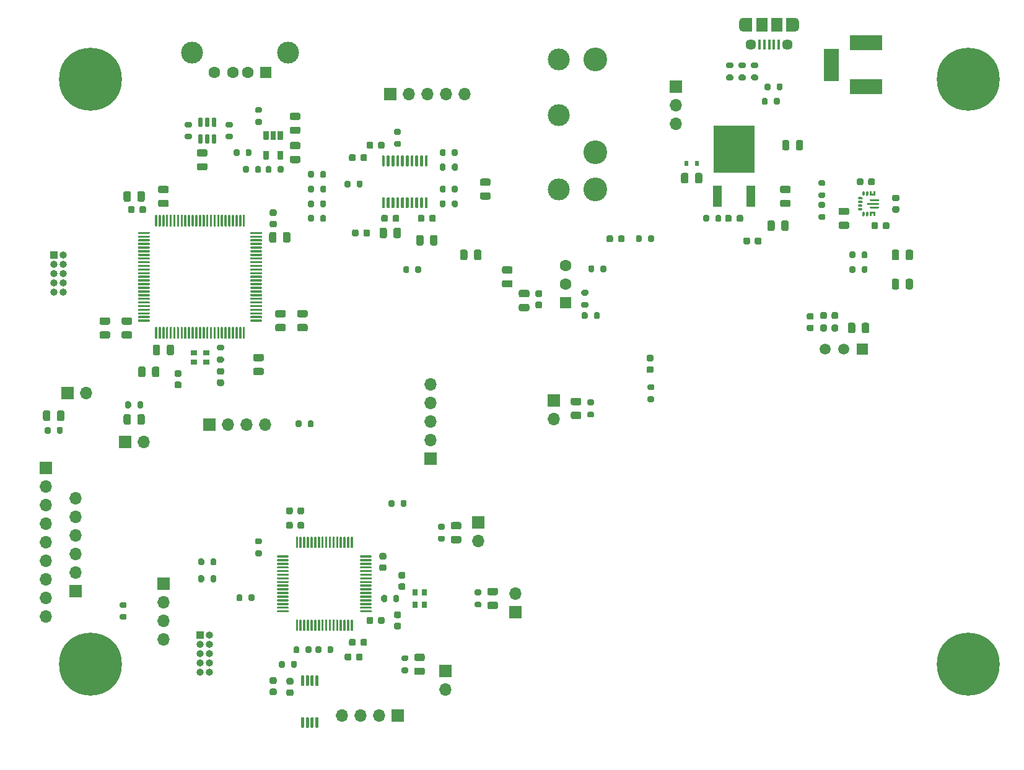
<source format=gbr>
%TF.GenerationSoftware,KiCad,Pcbnew,5.1.9*%
%TF.CreationDate,2021-03-19T17:19:50-04:00*%
%TF.ProjectId,digidraw,64696769-6472-4617-972e-6b696361645f,rev?*%
%TF.SameCoordinates,Original*%
%TF.FileFunction,Soldermask,Top*%
%TF.FilePolarity,Negative*%
%FSLAX46Y46*%
G04 Gerber Fmt 4.6, Leading zero omitted, Abs format (unit mm)*
G04 Created by KiCad (PCBNEW 5.1.9) date 2021-03-19 17:19:50*
%MOMM*%
%LPD*%
G01*
G04 APERTURE LIST*
%ADD10C,0.100000*%
%ADD11O,1.700000X1.700000*%
%ADD12R,1.700000X1.700000*%
%ADD13O,1.000000X1.000000*%
%ADD14R,1.000000X1.000000*%
%ADD15C,1.508000*%
%ADD16R,1.508000X1.508000*%
%ADD17C,0.900000*%
%ADD18C,8.600000*%
%ADD19C,1.599999*%
%ADD20R,1.599999X1.599999*%
%ADD21C,3.250000*%
%ADD22C,3.000000*%
%ADD23R,0.600000X0.800000*%
%ADD24R,1.500000X1.900000*%
%ADD25C,1.450000*%
%ADD26R,0.400000X1.350000*%
%ADD27O,1.200000X1.900000*%
%ADD28R,1.200000X1.900000*%
%ADD29R,2.000000X4.500000*%
%ADD30R,4.500000X2.000000*%
%ADD31C,1.600000*%
%ADD32R,1.600000X1.500000*%
%ADD33R,1.250000X2.850000*%
%ADD34R,5.550000X6.500000*%
%ADD35R,0.800000X0.900000*%
%ADD36R,0.900000X0.800000*%
G04 APERTURE END LIST*
D10*
%TO.C,U1*%
G36*
X175753922Y-89300154D02*
G01*
X175757821Y-89300616D01*
X175761671Y-89301382D01*
X175765450Y-89302448D01*
X175769133Y-89303807D01*
X175772698Y-89305451D01*
X175776123Y-89307369D01*
X175779387Y-89309550D01*
X175782470Y-89311981D01*
X175785353Y-89314646D01*
X175788018Y-89317529D01*
X175790448Y-89320612D01*
X175792629Y-89323876D01*
X175794547Y-89327301D01*
X175796191Y-89330866D01*
X175797550Y-89334549D01*
X175798616Y-89338328D01*
X175799382Y-89342178D01*
X175799843Y-89346077D01*
X175799998Y-89349999D01*
X175799998Y-89650000D01*
X176049999Y-89650000D01*
X176049999Y-89349999D01*
X176050153Y-89346077D01*
X176050614Y-89342178D01*
X176051380Y-89338327D01*
X176052446Y-89334549D01*
X176053804Y-89330865D01*
X176055448Y-89327300D01*
X176057366Y-89323874D01*
X176059547Y-89320610D01*
X176061978Y-89317527D01*
X176064643Y-89314644D01*
X176067526Y-89311979D01*
X176070609Y-89309548D01*
X176073873Y-89307367D01*
X176077299Y-89305449D01*
X176080864Y-89303805D01*
X176084548Y-89302447D01*
X176088326Y-89301381D01*
X176092177Y-89300615D01*
X176096076Y-89300154D01*
X176099999Y-89299999D01*
X176249999Y-89299999D01*
X176253921Y-89300154D01*
X176257820Y-89300615D01*
X176261671Y-89301381D01*
X176265449Y-89302447D01*
X176269132Y-89303806D01*
X176272698Y-89305450D01*
X176276123Y-89307368D01*
X176279387Y-89309549D01*
X176282471Y-89311980D01*
X176285354Y-89314644D01*
X176288018Y-89317527D01*
X176290449Y-89320611D01*
X176292630Y-89323875D01*
X176294548Y-89327300D01*
X176296192Y-89330866D01*
X176297551Y-89334549D01*
X176298617Y-89338327D01*
X176299383Y-89342178D01*
X176299844Y-89346077D01*
X176299999Y-89349999D01*
X176299999Y-89850000D01*
X176299844Y-89853922D01*
X176299383Y-89857821D01*
X176298617Y-89861672D01*
X176297551Y-89865450D01*
X176296192Y-89869134D01*
X176294549Y-89872699D01*
X176292630Y-89876125D01*
X176290449Y-89879389D01*
X176288019Y-89882472D01*
X176285354Y-89885355D01*
X176282471Y-89888020D01*
X176279388Y-89890451D01*
X176276123Y-89892632D01*
X176272698Y-89894550D01*
X176269133Y-89896194D01*
X176265449Y-89897553D01*
X176261671Y-89898619D01*
X176257820Y-89899385D01*
X176253921Y-89899846D01*
X176249999Y-89900000D01*
X175599996Y-89900000D01*
X175596073Y-89899846D01*
X175592175Y-89899385D01*
X175588324Y-89898619D01*
X175584545Y-89897554D01*
X175580862Y-89896195D01*
X175577296Y-89894552D01*
X175573871Y-89892633D01*
X175570607Y-89890452D01*
X175567523Y-89888021D01*
X175564640Y-89885356D01*
X175561976Y-89882473D01*
X175559545Y-89879390D01*
X175557364Y-89876126D01*
X175555446Y-89872700D01*
X175553803Y-89869134D01*
X175552444Y-89865451D01*
X175551379Y-89861672D01*
X175550614Y-89857821D01*
X175550153Y-89853923D01*
X175549999Y-89850000D01*
X175549996Y-89349999D01*
X175550151Y-89346076D01*
X175550612Y-89342178D01*
X175551378Y-89338327D01*
X175552444Y-89334548D01*
X175553803Y-89330865D01*
X175555446Y-89327299D01*
X175557365Y-89323874D01*
X175559546Y-89320609D01*
X175561977Y-89317526D01*
X175564642Y-89314643D01*
X175567525Y-89311978D01*
X175570608Y-89309548D01*
X175573873Y-89307367D01*
X175577298Y-89305448D01*
X175580864Y-89303805D01*
X175584547Y-89302446D01*
X175588326Y-89301381D01*
X175592177Y-89300615D01*
X175596075Y-89300153D01*
X175599998Y-89299999D01*
X175749999Y-89299999D01*
X175753922Y-89300154D01*
G37*
G36*
X176253920Y-92100153D02*
G01*
X176257819Y-92100614D01*
X176261670Y-92101380D01*
X176265448Y-92102446D01*
X176269132Y-92103805D01*
X176272697Y-92105448D01*
X176276123Y-92107367D01*
X176279387Y-92109548D01*
X176282470Y-92111978D01*
X176285354Y-92114643D01*
X176288019Y-92117527D01*
X176290449Y-92120610D01*
X176292630Y-92123874D01*
X176294549Y-92127300D01*
X176296192Y-92130865D01*
X176297551Y-92134549D01*
X176298617Y-92138327D01*
X176299383Y-92142178D01*
X176299844Y-92146077D01*
X176299998Y-92150000D01*
X176299998Y-92650000D01*
X176299844Y-92653923D01*
X176299383Y-92657822D01*
X176298617Y-92661672D01*
X176297551Y-92665451D01*
X176296193Y-92669135D01*
X176294549Y-92672700D01*
X176292631Y-92676125D01*
X176290450Y-92679390D01*
X176288019Y-92682473D01*
X176285354Y-92685356D01*
X176282471Y-92688021D01*
X176279388Y-92690452D01*
X176276123Y-92692633D01*
X176272698Y-92694551D01*
X176269133Y-92696195D01*
X176265449Y-92697553D01*
X176261670Y-92698619D01*
X176257820Y-92699385D01*
X176253921Y-92699846D01*
X176249998Y-92700000D01*
X176099998Y-92700000D01*
X176096075Y-92699846D01*
X176092176Y-92699384D01*
X176088326Y-92698619D01*
X176084547Y-92697553D01*
X176080864Y-92696194D01*
X176077298Y-92694550D01*
X176073873Y-92692632D01*
X176070609Y-92690451D01*
X176067525Y-92688020D01*
X176064643Y-92685356D01*
X176061978Y-92682473D01*
X176059547Y-92679389D01*
X176057366Y-92676125D01*
X176055448Y-92672700D01*
X176053804Y-92669134D01*
X176052445Y-92665451D01*
X176051379Y-92661672D01*
X176050614Y-92657822D01*
X176050152Y-92653923D01*
X176049998Y-92650000D01*
X176049998Y-92350000D01*
X175799997Y-92350000D01*
X175799995Y-92650000D01*
X175799841Y-92653923D01*
X175799379Y-92657821D01*
X175798613Y-92661671D01*
X175797547Y-92665450D01*
X175796189Y-92669133D01*
X175794545Y-92672698D01*
X175792627Y-92676123D01*
X175790446Y-92679387D01*
X175788016Y-92682470D01*
X175785351Y-92685353D01*
X175782468Y-92688018D01*
X175779385Y-92690449D01*
X175776122Y-92692630D01*
X175772696Y-92694548D01*
X175769131Y-92696192D01*
X175765449Y-92697551D01*
X175761670Y-92698617D01*
X175757820Y-92699383D01*
X175753922Y-92699845D01*
X175749999Y-92700000D01*
X175599997Y-92700000D01*
X175596074Y-92699846D01*
X175592175Y-92699385D01*
X175588325Y-92698619D01*
X175584546Y-92697553D01*
X175580862Y-92696194D01*
X175577297Y-92694551D01*
X175573872Y-92692633D01*
X175570607Y-92690451D01*
X175567524Y-92688021D01*
X175564641Y-92685356D01*
X175561976Y-92682473D01*
X175559545Y-92679390D01*
X175557364Y-92676125D01*
X175555446Y-92672700D01*
X175553802Y-92669134D01*
X175552443Y-92665451D01*
X175551377Y-92661672D01*
X175550612Y-92657822D01*
X175550150Y-92653923D01*
X175549996Y-92650000D01*
X175549999Y-92150000D01*
X175550152Y-92146077D01*
X175550613Y-92142178D01*
X175551378Y-92138327D01*
X175552443Y-92134548D01*
X175553801Y-92130865D01*
X175555445Y-92127299D01*
X175557363Y-92123873D01*
X175559544Y-92120609D01*
X175561974Y-92117525D01*
X175564639Y-92114642D01*
X175567522Y-92111977D01*
X175570605Y-92109546D01*
X175573870Y-92107365D01*
X175577295Y-92105447D01*
X175580861Y-92103804D01*
X175584544Y-92102445D01*
X175588323Y-92101380D01*
X175592174Y-92100614D01*
X175596073Y-92100153D01*
X175599996Y-92100000D01*
X176249997Y-92099999D01*
X176253920Y-92100153D01*
G37*
G36*
G01*
X175500000Y-91525000D02*
X175500000Y-91475000D01*
G75*
G02*
X175600000Y-91375000I100000J0D01*
G01*
X176750000Y-91375000D01*
G75*
G02*
X176850000Y-91475000I0J-100000D01*
G01*
X176850000Y-91525000D01*
G75*
G02*
X176750000Y-91625000I-100000J0D01*
G01*
X175600000Y-91625000D01*
G75*
G02*
X175500000Y-91525000I0J100000D01*
G01*
G37*
G36*
G01*
X175500001Y-90525000D02*
X175500001Y-90475000D01*
G75*
G02*
X175600000Y-90375001I99999J0D01*
G01*
X176750000Y-90375001D01*
G75*
G02*
X176849999Y-90475000I0J-99999D01*
G01*
X176849999Y-90525000D01*
G75*
G02*
X176750000Y-90624999I-99999J0D01*
G01*
X175600000Y-90624999D01*
G75*
G02*
X175500001Y-90525000I0J99999D01*
G01*
G37*
G36*
G01*
X175150000Y-91025000D02*
X175150000Y-90975000D01*
G75*
G02*
X175249999Y-90875001I99999J0D01*
G01*
X176750001Y-90875001D01*
G75*
G02*
X176850000Y-90975000I0J-99999D01*
G01*
X176850000Y-91025000D01*
G75*
G02*
X176750001Y-91124999I-99999J0D01*
G01*
X175249999Y-91124999D01*
G75*
G02*
X175150000Y-91025000I0J99999D01*
G01*
G37*
G36*
G01*
X173900000Y-90250000D02*
X173900000Y-90250000D01*
G75*
G02*
X174075000Y-90075000I175000J0D01*
G01*
X174425000Y-90075000D01*
G75*
G02*
X174600000Y-90250000I0J-175000D01*
G01*
X174600000Y-90250000D01*
G75*
G02*
X174425000Y-90425000I-175000J0D01*
G01*
X174075000Y-90425000D01*
G75*
G02*
X173900000Y-90250000I0J175000D01*
G01*
G37*
G36*
G01*
X173900000Y-90750000D02*
X173900000Y-90750000D01*
G75*
G02*
X174075000Y-90575000I175000J0D01*
G01*
X174425000Y-90575000D01*
G75*
G02*
X174600000Y-90750000I0J-175000D01*
G01*
X174600000Y-90750000D01*
G75*
G02*
X174425000Y-90925000I-175000J0D01*
G01*
X174075000Y-90925000D01*
G75*
G02*
X173900000Y-90750000I0J175000D01*
G01*
G37*
G36*
G01*
X173900000Y-91250000D02*
X173900000Y-91250000D01*
G75*
G02*
X174075000Y-91075000I175000J0D01*
G01*
X174425000Y-91075000D01*
G75*
G02*
X174600000Y-91250000I0J-175000D01*
G01*
X174600000Y-91250000D01*
G75*
G02*
X174425000Y-91425000I-175000J0D01*
G01*
X174075000Y-91425000D01*
G75*
G02*
X173900000Y-91250000I0J175000D01*
G01*
G37*
G36*
G01*
X173900000Y-91750000D02*
X173900000Y-91750000D01*
G75*
G02*
X174075000Y-91575000I175000J0D01*
G01*
X174425000Y-91575000D01*
G75*
G02*
X174600000Y-91750000I0J-175000D01*
G01*
X174600000Y-91750000D01*
G75*
G02*
X174425000Y-91925000I-175000J0D01*
G01*
X174075000Y-91925000D01*
G75*
G02*
X173900000Y-91750000I0J175000D01*
G01*
G37*
G36*
G01*
X174500000Y-89775000D02*
X174500000Y-89425000D01*
G75*
G02*
X174675000Y-89250000I175000J0D01*
G01*
X174675000Y-89250000D01*
G75*
G02*
X174850000Y-89425000I0J-175000D01*
G01*
X174850000Y-89775000D01*
G75*
G02*
X174675000Y-89950000I-175000J0D01*
G01*
X174675000Y-89950000D01*
G75*
G02*
X174500000Y-89775000I0J175000D01*
G01*
G37*
G36*
G01*
X175000000Y-89775000D02*
X175000000Y-89425000D01*
G75*
G02*
X175175000Y-89250000I175000J0D01*
G01*
X175175000Y-89250000D01*
G75*
G02*
X175350000Y-89425000I0J-175000D01*
G01*
X175350000Y-89775000D01*
G75*
G02*
X175175000Y-89950000I-175000J0D01*
G01*
X175175000Y-89950000D01*
G75*
G02*
X175000000Y-89775000I0J175000D01*
G01*
G37*
G36*
G01*
X174500000Y-92575000D02*
X174500000Y-92225000D01*
G75*
G02*
X174675000Y-92050000I175000J0D01*
G01*
X174675000Y-92050000D01*
G75*
G02*
X174850000Y-92225000I0J-175000D01*
G01*
X174850000Y-92575000D01*
G75*
G02*
X174675000Y-92750000I-175000J0D01*
G01*
X174675000Y-92750000D01*
G75*
G02*
X174500000Y-92575000I0J175000D01*
G01*
G37*
G36*
G01*
X175000000Y-92575000D02*
X175000000Y-92225000D01*
G75*
G02*
X175175000Y-92050000I175000J0D01*
G01*
X175175000Y-92050000D01*
G75*
G02*
X175350000Y-92225000I0J-175000D01*
G01*
X175350000Y-92575000D01*
G75*
G02*
X175175000Y-92750000I-175000J0D01*
G01*
X175175000Y-92750000D01*
G75*
G02*
X175000000Y-92575000I0J175000D01*
G01*
G37*
%TD*%
D11*
%TO.C,J19*%
X127100000Y-144360000D03*
D12*
X127100000Y-146900000D03*
%TD*%
D11*
%TO.C,J18*%
X132400000Y-120440000D03*
D12*
X132400000Y-117900000D03*
%TD*%
D11*
%TO.C,J17*%
X76340000Y-123600000D03*
D12*
X73800000Y-123600000D03*
%TD*%
D11*
%TO.C,J16*%
X68440000Y-116900000D03*
D12*
X65900000Y-116900000D03*
%TD*%
D11*
%TO.C,J15*%
X122000000Y-137140000D03*
D12*
X122000000Y-134600000D03*
%TD*%
D11*
%TO.C,J14*%
X117500000Y-157440000D03*
D12*
X117500000Y-154900000D03*
%TD*%
D13*
%TO.C,J11*%
X65270000Y-103080000D03*
X64000000Y-103080000D03*
X65270000Y-101810000D03*
X64000000Y-101810000D03*
X65270000Y-100540000D03*
X64000000Y-100540000D03*
X65270000Y-99270000D03*
X64000000Y-99270000D03*
X65270000Y-98000000D03*
D14*
X64000000Y-98000000D03*
%TD*%
D13*
%TO.C,J3*%
X85270000Y-155080000D03*
X84000000Y-155080000D03*
X85270000Y-153810000D03*
X84000000Y-153810000D03*
X85270000Y-152540000D03*
X84000000Y-152540000D03*
X85270000Y-151270000D03*
X84000000Y-151270000D03*
X85270000Y-150000000D03*
D14*
X84000000Y-150000000D03*
%TD*%
%TO.C,R28*%
G36*
G01*
X93775000Y-86025000D02*
X93775000Y-86575000D01*
G75*
G02*
X93575000Y-86775000I-200000J0D01*
G01*
X93175000Y-86775000D01*
G75*
G02*
X92975000Y-86575000I0J200000D01*
G01*
X92975000Y-86025000D01*
G75*
G02*
X93175000Y-85825000I200000J0D01*
G01*
X93575000Y-85825000D01*
G75*
G02*
X93775000Y-86025000I0J-200000D01*
G01*
G37*
G36*
G01*
X95425000Y-86025000D02*
X95425000Y-86575000D01*
G75*
G02*
X95225000Y-86775000I-200000J0D01*
G01*
X94825000Y-86775000D01*
G75*
G02*
X94625000Y-86575000I0J200000D01*
G01*
X94625000Y-86025000D01*
G75*
G02*
X94825000Y-85825000I200000J0D01*
G01*
X95225000Y-85825000D01*
G75*
G02*
X95425000Y-86025000I0J-200000D01*
G01*
G37*
%TD*%
%TO.C,R27*%
G36*
G01*
X91525000Y-86575000D02*
X91525000Y-86025000D01*
G75*
G02*
X91725000Y-85825000I200000J0D01*
G01*
X92125000Y-85825000D01*
G75*
G02*
X92325000Y-86025000I0J-200000D01*
G01*
X92325000Y-86575000D01*
G75*
G02*
X92125000Y-86775000I-200000J0D01*
G01*
X91725000Y-86775000D01*
G75*
G02*
X91525000Y-86575000I0J200000D01*
G01*
G37*
G36*
G01*
X89875000Y-86575000D02*
X89875000Y-86025000D01*
G75*
G02*
X90075000Y-85825000I200000J0D01*
G01*
X90475000Y-85825000D01*
G75*
G02*
X90675000Y-86025000I0J-200000D01*
G01*
X90675000Y-86575000D01*
G75*
G02*
X90475000Y-86775000I-200000J0D01*
G01*
X90075000Y-86775000D01*
G75*
G02*
X89875000Y-86575000I0J200000D01*
G01*
G37*
%TD*%
%TO.C,C50*%
G36*
G01*
X175450000Y-107525000D02*
X175450000Y-108475000D01*
G75*
G02*
X175200000Y-108725000I-250000J0D01*
G01*
X174700000Y-108725000D01*
G75*
G02*
X174450000Y-108475000I0J250000D01*
G01*
X174450000Y-107525000D01*
G75*
G02*
X174700000Y-107275000I250000J0D01*
G01*
X175200000Y-107275000D01*
G75*
G02*
X175450000Y-107525000I0J-250000D01*
G01*
G37*
G36*
G01*
X173550000Y-107525000D02*
X173550000Y-108475000D01*
G75*
G02*
X173300000Y-108725000I-250000J0D01*
G01*
X172800000Y-108725000D01*
G75*
G02*
X172550000Y-108475000I0J250000D01*
G01*
X172550000Y-107525000D01*
G75*
G02*
X172800000Y-107275000I250000J0D01*
G01*
X173300000Y-107275000D01*
G75*
G02*
X173550000Y-107525000I0J-250000D01*
G01*
G37*
%TD*%
%TO.C,C55*%
G36*
G01*
X170325000Y-106550000D02*
X170325000Y-106050000D01*
G75*
G02*
X170550000Y-105825000I225000J0D01*
G01*
X171000000Y-105825000D01*
G75*
G02*
X171225000Y-106050000I0J-225000D01*
G01*
X171225000Y-106550000D01*
G75*
G02*
X171000000Y-106775000I-225000J0D01*
G01*
X170550000Y-106775000D01*
G75*
G02*
X170325000Y-106550000I0J225000D01*
G01*
G37*
G36*
G01*
X168775000Y-106550000D02*
X168775000Y-106050000D01*
G75*
G02*
X169000000Y-105825000I225000J0D01*
G01*
X169450000Y-105825000D01*
G75*
G02*
X169675000Y-106050000I0J-225000D01*
G01*
X169675000Y-106550000D01*
G75*
G02*
X169450000Y-106775000I-225000J0D01*
G01*
X169000000Y-106775000D01*
G75*
G02*
X168775000Y-106550000I0J225000D01*
G01*
G37*
%TD*%
%TO.C,U3*%
G36*
G01*
X107450000Y-146675000D02*
X107450000Y-146825000D01*
G75*
G02*
X107375000Y-146900000I-75000J0D01*
G01*
X105975000Y-146900000D01*
G75*
G02*
X105900000Y-146825000I0J75000D01*
G01*
X105900000Y-146675000D01*
G75*
G02*
X105975000Y-146600000I75000J0D01*
G01*
X107375000Y-146600000D01*
G75*
G02*
X107450000Y-146675000I0J-75000D01*
G01*
G37*
G36*
G01*
X107450000Y-146175000D02*
X107450000Y-146325000D01*
G75*
G02*
X107375000Y-146400000I-75000J0D01*
G01*
X105975000Y-146400000D01*
G75*
G02*
X105900000Y-146325000I0J75000D01*
G01*
X105900000Y-146175000D01*
G75*
G02*
X105975000Y-146100000I75000J0D01*
G01*
X107375000Y-146100000D01*
G75*
G02*
X107450000Y-146175000I0J-75000D01*
G01*
G37*
G36*
G01*
X107450000Y-145675000D02*
X107450000Y-145825000D01*
G75*
G02*
X107375000Y-145900000I-75000J0D01*
G01*
X105975000Y-145900000D01*
G75*
G02*
X105900000Y-145825000I0J75000D01*
G01*
X105900000Y-145675000D01*
G75*
G02*
X105975000Y-145600000I75000J0D01*
G01*
X107375000Y-145600000D01*
G75*
G02*
X107450000Y-145675000I0J-75000D01*
G01*
G37*
G36*
G01*
X107450000Y-145175000D02*
X107450000Y-145325000D01*
G75*
G02*
X107375000Y-145400000I-75000J0D01*
G01*
X105975000Y-145400000D01*
G75*
G02*
X105900000Y-145325000I0J75000D01*
G01*
X105900000Y-145175000D01*
G75*
G02*
X105975000Y-145100000I75000J0D01*
G01*
X107375000Y-145100000D01*
G75*
G02*
X107450000Y-145175000I0J-75000D01*
G01*
G37*
G36*
G01*
X107450000Y-144675000D02*
X107450000Y-144825000D01*
G75*
G02*
X107375000Y-144900000I-75000J0D01*
G01*
X105975000Y-144900000D01*
G75*
G02*
X105900000Y-144825000I0J75000D01*
G01*
X105900000Y-144675000D01*
G75*
G02*
X105975000Y-144600000I75000J0D01*
G01*
X107375000Y-144600000D01*
G75*
G02*
X107450000Y-144675000I0J-75000D01*
G01*
G37*
G36*
G01*
X107450000Y-144175000D02*
X107450000Y-144325000D01*
G75*
G02*
X107375000Y-144400000I-75000J0D01*
G01*
X105975000Y-144400000D01*
G75*
G02*
X105900000Y-144325000I0J75000D01*
G01*
X105900000Y-144175000D01*
G75*
G02*
X105975000Y-144100000I75000J0D01*
G01*
X107375000Y-144100000D01*
G75*
G02*
X107450000Y-144175000I0J-75000D01*
G01*
G37*
G36*
G01*
X107450000Y-143675000D02*
X107450000Y-143825000D01*
G75*
G02*
X107375000Y-143900000I-75000J0D01*
G01*
X105975000Y-143900000D01*
G75*
G02*
X105900000Y-143825000I0J75000D01*
G01*
X105900000Y-143675000D01*
G75*
G02*
X105975000Y-143600000I75000J0D01*
G01*
X107375000Y-143600000D01*
G75*
G02*
X107450000Y-143675000I0J-75000D01*
G01*
G37*
G36*
G01*
X107450000Y-143175000D02*
X107450000Y-143325000D01*
G75*
G02*
X107375000Y-143400000I-75000J0D01*
G01*
X105975000Y-143400000D01*
G75*
G02*
X105900000Y-143325000I0J75000D01*
G01*
X105900000Y-143175000D01*
G75*
G02*
X105975000Y-143100000I75000J0D01*
G01*
X107375000Y-143100000D01*
G75*
G02*
X107450000Y-143175000I0J-75000D01*
G01*
G37*
G36*
G01*
X107450000Y-142675000D02*
X107450000Y-142825000D01*
G75*
G02*
X107375000Y-142900000I-75000J0D01*
G01*
X105975000Y-142900000D01*
G75*
G02*
X105900000Y-142825000I0J75000D01*
G01*
X105900000Y-142675000D01*
G75*
G02*
X105975000Y-142600000I75000J0D01*
G01*
X107375000Y-142600000D01*
G75*
G02*
X107450000Y-142675000I0J-75000D01*
G01*
G37*
G36*
G01*
X107450000Y-142175000D02*
X107450000Y-142325000D01*
G75*
G02*
X107375000Y-142400000I-75000J0D01*
G01*
X105975000Y-142400000D01*
G75*
G02*
X105900000Y-142325000I0J75000D01*
G01*
X105900000Y-142175000D01*
G75*
G02*
X105975000Y-142100000I75000J0D01*
G01*
X107375000Y-142100000D01*
G75*
G02*
X107450000Y-142175000I0J-75000D01*
G01*
G37*
G36*
G01*
X107450000Y-141675000D02*
X107450000Y-141825000D01*
G75*
G02*
X107375000Y-141900000I-75000J0D01*
G01*
X105975000Y-141900000D01*
G75*
G02*
X105900000Y-141825000I0J75000D01*
G01*
X105900000Y-141675000D01*
G75*
G02*
X105975000Y-141600000I75000J0D01*
G01*
X107375000Y-141600000D01*
G75*
G02*
X107450000Y-141675000I0J-75000D01*
G01*
G37*
G36*
G01*
X107450000Y-141175000D02*
X107450000Y-141325000D01*
G75*
G02*
X107375000Y-141400000I-75000J0D01*
G01*
X105975000Y-141400000D01*
G75*
G02*
X105900000Y-141325000I0J75000D01*
G01*
X105900000Y-141175000D01*
G75*
G02*
X105975000Y-141100000I75000J0D01*
G01*
X107375000Y-141100000D01*
G75*
G02*
X107450000Y-141175000I0J-75000D01*
G01*
G37*
G36*
G01*
X107450000Y-140675000D02*
X107450000Y-140825000D01*
G75*
G02*
X107375000Y-140900000I-75000J0D01*
G01*
X105975000Y-140900000D01*
G75*
G02*
X105900000Y-140825000I0J75000D01*
G01*
X105900000Y-140675000D01*
G75*
G02*
X105975000Y-140600000I75000J0D01*
G01*
X107375000Y-140600000D01*
G75*
G02*
X107450000Y-140675000I0J-75000D01*
G01*
G37*
G36*
G01*
X107450000Y-140175000D02*
X107450000Y-140325000D01*
G75*
G02*
X107375000Y-140400000I-75000J0D01*
G01*
X105975000Y-140400000D01*
G75*
G02*
X105900000Y-140325000I0J75000D01*
G01*
X105900000Y-140175000D01*
G75*
G02*
X105975000Y-140100000I75000J0D01*
G01*
X107375000Y-140100000D01*
G75*
G02*
X107450000Y-140175000I0J-75000D01*
G01*
G37*
G36*
G01*
X107450000Y-139675000D02*
X107450000Y-139825000D01*
G75*
G02*
X107375000Y-139900000I-75000J0D01*
G01*
X105975000Y-139900000D01*
G75*
G02*
X105900000Y-139825000I0J75000D01*
G01*
X105900000Y-139675000D01*
G75*
G02*
X105975000Y-139600000I75000J0D01*
G01*
X107375000Y-139600000D01*
G75*
G02*
X107450000Y-139675000I0J-75000D01*
G01*
G37*
G36*
G01*
X107450000Y-139175000D02*
X107450000Y-139325000D01*
G75*
G02*
X107375000Y-139400000I-75000J0D01*
G01*
X105975000Y-139400000D01*
G75*
G02*
X105900000Y-139325000I0J75000D01*
G01*
X105900000Y-139175000D01*
G75*
G02*
X105975000Y-139100000I75000J0D01*
G01*
X107375000Y-139100000D01*
G75*
G02*
X107450000Y-139175000I0J-75000D01*
G01*
G37*
G36*
G01*
X104900000Y-136625000D02*
X104900000Y-138025000D01*
G75*
G02*
X104825000Y-138100000I-75000J0D01*
G01*
X104675000Y-138100000D01*
G75*
G02*
X104600000Y-138025000I0J75000D01*
G01*
X104600000Y-136625000D01*
G75*
G02*
X104675000Y-136550000I75000J0D01*
G01*
X104825000Y-136550000D01*
G75*
G02*
X104900000Y-136625000I0J-75000D01*
G01*
G37*
G36*
G01*
X104400000Y-136625000D02*
X104400000Y-138025000D01*
G75*
G02*
X104325000Y-138100000I-75000J0D01*
G01*
X104175000Y-138100000D01*
G75*
G02*
X104100000Y-138025000I0J75000D01*
G01*
X104100000Y-136625000D01*
G75*
G02*
X104175000Y-136550000I75000J0D01*
G01*
X104325000Y-136550000D01*
G75*
G02*
X104400000Y-136625000I0J-75000D01*
G01*
G37*
G36*
G01*
X103900000Y-136625000D02*
X103900000Y-138025000D01*
G75*
G02*
X103825000Y-138100000I-75000J0D01*
G01*
X103675000Y-138100000D01*
G75*
G02*
X103600000Y-138025000I0J75000D01*
G01*
X103600000Y-136625000D01*
G75*
G02*
X103675000Y-136550000I75000J0D01*
G01*
X103825000Y-136550000D01*
G75*
G02*
X103900000Y-136625000I0J-75000D01*
G01*
G37*
G36*
G01*
X103400000Y-136625000D02*
X103400000Y-138025000D01*
G75*
G02*
X103325000Y-138100000I-75000J0D01*
G01*
X103175000Y-138100000D01*
G75*
G02*
X103100000Y-138025000I0J75000D01*
G01*
X103100000Y-136625000D01*
G75*
G02*
X103175000Y-136550000I75000J0D01*
G01*
X103325000Y-136550000D01*
G75*
G02*
X103400000Y-136625000I0J-75000D01*
G01*
G37*
G36*
G01*
X102900000Y-136625000D02*
X102900000Y-138025000D01*
G75*
G02*
X102825000Y-138100000I-75000J0D01*
G01*
X102675000Y-138100000D01*
G75*
G02*
X102600000Y-138025000I0J75000D01*
G01*
X102600000Y-136625000D01*
G75*
G02*
X102675000Y-136550000I75000J0D01*
G01*
X102825000Y-136550000D01*
G75*
G02*
X102900000Y-136625000I0J-75000D01*
G01*
G37*
G36*
G01*
X102400000Y-136625000D02*
X102400000Y-138025000D01*
G75*
G02*
X102325000Y-138100000I-75000J0D01*
G01*
X102175000Y-138100000D01*
G75*
G02*
X102100000Y-138025000I0J75000D01*
G01*
X102100000Y-136625000D01*
G75*
G02*
X102175000Y-136550000I75000J0D01*
G01*
X102325000Y-136550000D01*
G75*
G02*
X102400000Y-136625000I0J-75000D01*
G01*
G37*
G36*
G01*
X101900000Y-136625000D02*
X101900000Y-138025000D01*
G75*
G02*
X101825000Y-138100000I-75000J0D01*
G01*
X101675000Y-138100000D01*
G75*
G02*
X101600000Y-138025000I0J75000D01*
G01*
X101600000Y-136625000D01*
G75*
G02*
X101675000Y-136550000I75000J0D01*
G01*
X101825000Y-136550000D01*
G75*
G02*
X101900000Y-136625000I0J-75000D01*
G01*
G37*
G36*
G01*
X101400000Y-136625000D02*
X101400000Y-138025000D01*
G75*
G02*
X101325000Y-138100000I-75000J0D01*
G01*
X101175000Y-138100000D01*
G75*
G02*
X101100000Y-138025000I0J75000D01*
G01*
X101100000Y-136625000D01*
G75*
G02*
X101175000Y-136550000I75000J0D01*
G01*
X101325000Y-136550000D01*
G75*
G02*
X101400000Y-136625000I0J-75000D01*
G01*
G37*
G36*
G01*
X100900000Y-136625000D02*
X100900000Y-138025000D01*
G75*
G02*
X100825000Y-138100000I-75000J0D01*
G01*
X100675000Y-138100000D01*
G75*
G02*
X100600000Y-138025000I0J75000D01*
G01*
X100600000Y-136625000D01*
G75*
G02*
X100675000Y-136550000I75000J0D01*
G01*
X100825000Y-136550000D01*
G75*
G02*
X100900000Y-136625000I0J-75000D01*
G01*
G37*
G36*
G01*
X100400000Y-136625000D02*
X100400000Y-138025000D01*
G75*
G02*
X100325000Y-138100000I-75000J0D01*
G01*
X100175000Y-138100000D01*
G75*
G02*
X100100000Y-138025000I0J75000D01*
G01*
X100100000Y-136625000D01*
G75*
G02*
X100175000Y-136550000I75000J0D01*
G01*
X100325000Y-136550000D01*
G75*
G02*
X100400000Y-136625000I0J-75000D01*
G01*
G37*
G36*
G01*
X99900000Y-136625000D02*
X99900000Y-138025000D01*
G75*
G02*
X99825000Y-138100000I-75000J0D01*
G01*
X99675000Y-138100000D01*
G75*
G02*
X99600000Y-138025000I0J75000D01*
G01*
X99600000Y-136625000D01*
G75*
G02*
X99675000Y-136550000I75000J0D01*
G01*
X99825000Y-136550000D01*
G75*
G02*
X99900000Y-136625000I0J-75000D01*
G01*
G37*
G36*
G01*
X99400000Y-136625000D02*
X99400000Y-138025000D01*
G75*
G02*
X99325000Y-138100000I-75000J0D01*
G01*
X99175000Y-138100000D01*
G75*
G02*
X99100000Y-138025000I0J75000D01*
G01*
X99100000Y-136625000D01*
G75*
G02*
X99175000Y-136550000I75000J0D01*
G01*
X99325000Y-136550000D01*
G75*
G02*
X99400000Y-136625000I0J-75000D01*
G01*
G37*
G36*
G01*
X98900000Y-136625000D02*
X98900000Y-138025000D01*
G75*
G02*
X98825000Y-138100000I-75000J0D01*
G01*
X98675000Y-138100000D01*
G75*
G02*
X98600000Y-138025000I0J75000D01*
G01*
X98600000Y-136625000D01*
G75*
G02*
X98675000Y-136550000I75000J0D01*
G01*
X98825000Y-136550000D01*
G75*
G02*
X98900000Y-136625000I0J-75000D01*
G01*
G37*
G36*
G01*
X98400000Y-136625000D02*
X98400000Y-138025000D01*
G75*
G02*
X98325000Y-138100000I-75000J0D01*
G01*
X98175000Y-138100000D01*
G75*
G02*
X98100000Y-138025000I0J75000D01*
G01*
X98100000Y-136625000D01*
G75*
G02*
X98175000Y-136550000I75000J0D01*
G01*
X98325000Y-136550000D01*
G75*
G02*
X98400000Y-136625000I0J-75000D01*
G01*
G37*
G36*
G01*
X97900000Y-136625000D02*
X97900000Y-138025000D01*
G75*
G02*
X97825000Y-138100000I-75000J0D01*
G01*
X97675000Y-138100000D01*
G75*
G02*
X97600000Y-138025000I0J75000D01*
G01*
X97600000Y-136625000D01*
G75*
G02*
X97675000Y-136550000I75000J0D01*
G01*
X97825000Y-136550000D01*
G75*
G02*
X97900000Y-136625000I0J-75000D01*
G01*
G37*
G36*
G01*
X97400000Y-136625000D02*
X97400000Y-138025000D01*
G75*
G02*
X97325000Y-138100000I-75000J0D01*
G01*
X97175000Y-138100000D01*
G75*
G02*
X97100000Y-138025000I0J75000D01*
G01*
X97100000Y-136625000D01*
G75*
G02*
X97175000Y-136550000I75000J0D01*
G01*
X97325000Y-136550000D01*
G75*
G02*
X97400000Y-136625000I0J-75000D01*
G01*
G37*
G36*
G01*
X96100000Y-139175000D02*
X96100000Y-139325000D01*
G75*
G02*
X96025000Y-139400000I-75000J0D01*
G01*
X94625000Y-139400000D01*
G75*
G02*
X94550000Y-139325000I0J75000D01*
G01*
X94550000Y-139175000D01*
G75*
G02*
X94625000Y-139100000I75000J0D01*
G01*
X96025000Y-139100000D01*
G75*
G02*
X96100000Y-139175000I0J-75000D01*
G01*
G37*
G36*
G01*
X96100000Y-139675000D02*
X96100000Y-139825000D01*
G75*
G02*
X96025000Y-139900000I-75000J0D01*
G01*
X94625000Y-139900000D01*
G75*
G02*
X94550000Y-139825000I0J75000D01*
G01*
X94550000Y-139675000D01*
G75*
G02*
X94625000Y-139600000I75000J0D01*
G01*
X96025000Y-139600000D01*
G75*
G02*
X96100000Y-139675000I0J-75000D01*
G01*
G37*
G36*
G01*
X96100000Y-140175000D02*
X96100000Y-140325000D01*
G75*
G02*
X96025000Y-140400000I-75000J0D01*
G01*
X94625000Y-140400000D01*
G75*
G02*
X94550000Y-140325000I0J75000D01*
G01*
X94550000Y-140175000D01*
G75*
G02*
X94625000Y-140100000I75000J0D01*
G01*
X96025000Y-140100000D01*
G75*
G02*
X96100000Y-140175000I0J-75000D01*
G01*
G37*
G36*
G01*
X96100000Y-140675000D02*
X96100000Y-140825000D01*
G75*
G02*
X96025000Y-140900000I-75000J0D01*
G01*
X94625000Y-140900000D01*
G75*
G02*
X94550000Y-140825000I0J75000D01*
G01*
X94550000Y-140675000D01*
G75*
G02*
X94625000Y-140600000I75000J0D01*
G01*
X96025000Y-140600000D01*
G75*
G02*
X96100000Y-140675000I0J-75000D01*
G01*
G37*
G36*
G01*
X96100000Y-141175000D02*
X96100000Y-141325000D01*
G75*
G02*
X96025000Y-141400000I-75000J0D01*
G01*
X94625000Y-141400000D01*
G75*
G02*
X94550000Y-141325000I0J75000D01*
G01*
X94550000Y-141175000D01*
G75*
G02*
X94625000Y-141100000I75000J0D01*
G01*
X96025000Y-141100000D01*
G75*
G02*
X96100000Y-141175000I0J-75000D01*
G01*
G37*
G36*
G01*
X96100000Y-141675000D02*
X96100000Y-141825000D01*
G75*
G02*
X96025000Y-141900000I-75000J0D01*
G01*
X94625000Y-141900000D01*
G75*
G02*
X94550000Y-141825000I0J75000D01*
G01*
X94550000Y-141675000D01*
G75*
G02*
X94625000Y-141600000I75000J0D01*
G01*
X96025000Y-141600000D01*
G75*
G02*
X96100000Y-141675000I0J-75000D01*
G01*
G37*
G36*
G01*
X96100000Y-142175000D02*
X96100000Y-142325000D01*
G75*
G02*
X96025000Y-142400000I-75000J0D01*
G01*
X94625000Y-142400000D01*
G75*
G02*
X94550000Y-142325000I0J75000D01*
G01*
X94550000Y-142175000D01*
G75*
G02*
X94625000Y-142100000I75000J0D01*
G01*
X96025000Y-142100000D01*
G75*
G02*
X96100000Y-142175000I0J-75000D01*
G01*
G37*
G36*
G01*
X96100000Y-142675000D02*
X96100000Y-142825000D01*
G75*
G02*
X96025000Y-142900000I-75000J0D01*
G01*
X94625000Y-142900000D01*
G75*
G02*
X94550000Y-142825000I0J75000D01*
G01*
X94550000Y-142675000D01*
G75*
G02*
X94625000Y-142600000I75000J0D01*
G01*
X96025000Y-142600000D01*
G75*
G02*
X96100000Y-142675000I0J-75000D01*
G01*
G37*
G36*
G01*
X96100000Y-143175000D02*
X96100000Y-143325000D01*
G75*
G02*
X96025000Y-143400000I-75000J0D01*
G01*
X94625000Y-143400000D01*
G75*
G02*
X94550000Y-143325000I0J75000D01*
G01*
X94550000Y-143175000D01*
G75*
G02*
X94625000Y-143100000I75000J0D01*
G01*
X96025000Y-143100000D01*
G75*
G02*
X96100000Y-143175000I0J-75000D01*
G01*
G37*
G36*
G01*
X96100000Y-143675000D02*
X96100000Y-143825000D01*
G75*
G02*
X96025000Y-143900000I-75000J0D01*
G01*
X94625000Y-143900000D01*
G75*
G02*
X94550000Y-143825000I0J75000D01*
G01*
X94550000Y-143675000D01*
G75*
G02*
X94625000Y-143600000I75000J0D01*
G01*
X96025000Y-143600000D01*
G75*
G02*
X96100000Y-143675000I0J-75000D01*
G01*
G37*
G36*
G01*
X96100000Y-144175000D02*
X96100000Y-144325000D01*
G75*
G02*
X96025000Y-144400000I-75000J0D01*
G01*
X94625000Y-144400000D01*
G75*
G02*
X94550000Y-144325000I0J75000D01*
G01*
X94550000Y-144175000D01*
G75*
G02*
X94625000Y-144100000I75000J0D01*
G01*
X96025000Y-144100000D01*
G75*
G02*
X96100000Y-144175000I0J-75000D01*
G01*
G37*
G36*
G01*
X96100000Y-144675000D02*
X96100000Y-144825000D01*
G75*
G02*
X96025000Y-144900000I-75000J0D01*
G01*
X94625000Y-144900000D01*
G75*
G02*
X94550000Y-144825000I0J75000D01*
G01*
X94550000Y-144675000D01*
G75*
G02*
X94625000Y-144600000I75000J0D01*
G01*
X96025000Y-144600000D01*
G75*
G02*
X96100000Y-144675000I0J-75000D01*
G01*
G37*
G36*
G01*
X96100000Y-145175000D02*
X96100000Y-145325000D01*
G75*
G02*
X96025000Y-145400000I-75000J0D01*
G01*
X94625000Y-145400000D01*
G75*
G02*
X94550000Y-145325000I0J75000D01*
G01*
X94550000Y-145175000D01*
G75*
G02*
X94625000Y-145100000I75000J0D01*
G01*
X96025000Y-145100000D01*
G75*
G02*
X96100000Y-145175000I0J-75000D01*
G01*
G37*
G36*
G01*
X96100000Y-145675000D02*
X96100000Y-145825000D01*
G75*
G02*
X96025000Y-145900000I-75000J0D01*
G01*
X94625000Y-145900000D01*
G75*
G02*
X94550000Y-145825000I0J75000D01*
G01*
X94550000Y-145675000D01*
G75*
G02*
X94625000Y-145600000I75000J0D01*
G01*
X96025000Y-145600000D01*
G75*
G02*
X96100000Y-145675000I0J-75000D01*
G01*
G37*
G36*
G01*
X96100000Y-146175000D02*
X96100000Y-146325000D01*
G75*
G02*
X96025000Y-146400000I-75000J0D01*
G01*
X94625000Y-146400000D01*
G75*
G02*
X94550000Y-146325000I0J75000D01*
G01*
X94550000Y-146175000D01*
G75*
G02*
X94625000Y-146100000I75000J0D01*
G01*
X96025000Y-146100000D01*
G75*
G02*
X96100000Y-146175000I0J-75000D01*
G01*
G37*
G36*
G01*
X96100000Y-146675000D02*
X96100000Y-146825000D01*
G75*
G02*
X96025000Y-146900000I-75000J0D01*
G01*
X94625000Y-146900000D01*
G75*
G02*
X94550000Y-146825000I0J75000D01*
G01*
X94550000Y-146675000D01*
G75*
G02*
X94625000Y-146600000I75000J0D01*
G01*
X96025000Y-146600000D01*
G75*
G02*
X96100000Y-146675000I0J-75000D01*
G01*
G37*
G36*
G01*
X97400000Y-147975000D02*
X97400000Y-149375000D01*
G75*
G02*
X97325000Y-149450000I-75000J0D01*
G01*
X97175000Y-149450000D01*
G75*
G02*
X97100000Y-149375000I0J75000D01*
G01*
X97100000Y-147975000D01*
G75*
G02*
X97175000Y-147900000I75000J0D01*
G01*
X97325000Y-147900000D01*
G75*
G02*
X97400000Y-147975000I0J-75000D01*
G01*
G37*
G36*
G01*
X97900000Y-147975000D02*
X97900000Y-149375000D01*
G75*
G02*
X97825000Y-149450000I-75000J0D01*
G01*
X97675000Y-149450000D01*
G75*
G02*
X97600000Y-149375000I0J75000D01*
G01*
X97600000Y-147975000D01*
G75*
G02*
X97675000Y-147900000I75000J0D01*
G01*
X97825000Y-147900000D01*
G75*
G02*
X97900000Y-147975000I0J-75000D01*
G01*
G37*
G36*
G01*
X98400000Y-147975000D02*
X98400000Y-149375000D01*
G75*
G02*
X98325000Y-149450000I-75000J0D01*
G01*
X98175000Y-149450000D01*
G75*
G02*
X98100000Y-149375000I0J75000D01*
G01*
X98100000Y-147975000D01*
G75*
G02*
X98175000Y-147900000I75000J0D01*
G01*
X98325000Y-147900000D01*
G75*
G02*
X98400000Y-147975000I0J-75000D01*
G01*
G37*
G36*
G01*
X98900000Y-147975000D02*
X98900000Y-149375000D01*
G75*
G02*
X98825000Y-149450000I-75000J0D01*
G01*
X98675000Y-149450000D01*
G75*
G02*
X98600000Y-149375000I0J75000D01*
G01*
X98600000Y-147975000D01*
G75*
G02*
X98675000Y-147900000I75000J0D01*
G01*
X98825000Y-147900000D01*
G75*
G02*
X98900000Y-147975000I0J-75000D01*
G01*
G37*
G36*
G01*
X99400000Y-147975000D02*
X99400000Y-149375000D01*
G75*
G02*
X99325000Y-149450000I-75000J0D01*
G01*
X99175000Y-149450000D01*
G75*
G02*
X99100000Y-149375000I0J75000D01*
G01*
X99100000Y-147975000D01*
G75*
G02*
X99175000Y-147900000I75000J0D01*
G01*
X99325000Y-147900000D01*
G75*
G02*
X99400000Y-147975000I0J-75000D01*
G01*
G37*
G36*
G01*
X99900000Y-147975000D02*
X99900000Y-149375000D01*
G75*
G02*
X99825000Y-149450000I-75000J0D01*
G01*
X99675000Y-149450000D01*
G75*
G02*
X99600000Y-149375000I0J75000D01*
G01*
X99600000Y-147975000D01*
G75*
G02*
X99675000Y-147900000I75000J0D01*
G01*
X99825000Y-147900000D01*
G75*
G02*
X99900000Y-147975000I0J-75000D01*
G01*
G37*
G36*
G01*
X100400000Y-147975000D02*
X100400000Y-149375000D01*
G75*
G02*
X100325000Y-149450000I-75000J0D01*
G01*
X100175000Y-149450000D01*
G75*
G02*
X100100000Y-149375000I0J75000D01*
G01*
X100100000Y-147975000D01*
G75*
G02*
X100175000Y-147900000I75000J0D01*
G01*
X100325000Y-147900000D01*
G75*
G02*
X100400000Y-147975000I0J-75000D01*
G01*
G37*
G36*
G01*
X100900000Y-147975000D02*
X100900000Y-149375000D01*
G75*
G02*
X100825000Y-149450000I-75000J0D01*
G01*
X100675000Y-149450000D01*
G75*
G02*
X100600000Y-149375000I0J75000D01*
G01*
X100600000Y-147975000D01*
G75*
G02*
X100675000Y-147900000I75000J0D01*
G01*
X100825000Y-147900000D01*
G75*
G02*
X100900000Y-147975000I0J-75000D01*
G01*
G37*
G36*
G01*
X101400000Y-147975000D02*
X101400000Y-149375000D01*
G75*
G02*
X101325000Y-149450000I-75000J0D01*
G01*
X101175000Y-149450000D01*
G75*
G02*
X101100000Y-149375000I0J75000D01*
G01*
X101100000Y-147975000D01*
G75*
G02*
X101175000Y-147900000I75000J0D01*
G01*
X101325000Y-147900000D01*
G75*
G02*
X101400000Y-147975000I0J-75000D01*
G01*
G37*
G36*
G01*
X101900000Y-147975000D02*
X101900000Y-149375000D01*
G75*
G02*
X101825000Y-149450000I-75000J0D01*
G01*
X101675000Y-149450000D01*
G75*
G02*
X101600000Y-149375000I0J75000D01*
G01*
X101600000Y-147975000D01*
G75*
G02*
X101675000Y-147900000I75000J0D01*
G01*
X101825000Y-147900000D01*
G75*
G02*
X101900000Y-147975000I0J-75000D01*
G01*
G37*
G36*
G01*
X102400000Y-147975000D02*
X102400000Y-149375000D01*
G75*
G02*
X102325000Y-149450000I-75000J0D01*
G01*
X102175000Y-149450000D01*
G75*
G02*
X102100000Y-149375000I0J75000D01*
G01*
X102100000Y-147975000D01*
G75*
G02*
X102175000Y-147900000I75000J0D01*
G01*
X102325000Y-147900000D01*
G75*
G02*
X102400000Y-147975000I0J-75000D01*
G01*
G37*
G36*
G01*
X102900000Y-147975000D02*
X102900000Y-149375000D01*
G75*
G02*
X102825000Y-149450000I-75000J0D01*
G01*
X102675000Y-149450000D01*
G75*
G02*
X102600000Y-149375000I0J75000D01*
G01*
X102600000Y-147975000D01*
G75*
G02*
X102675000Y-147900000I75000J0D01*
G01*
X102825000Y-147900000D01*
G75*
G02*
X102900000Y-147975000I0J-75000D01*
G01*
G37*
G36*
G01*
X103400000Y-147975000D02*
X103400000Y-149375000D01*
G75*
G02*
X103325000Y-149450000I-75000J0D01*
G01*
X103175000Y-149450000D01*
G75*
G02*
X103100000Y-149375000I0J75000D01*
G01*
X103100000Y-147975000D01*
G75*
G02*
X103175000Y-147900000I75000J0D01*
G01*
X103325000Y-147900000D01*
G75*
G02*
X103400000Y-147975000I0J-75000D01*
G01*
G37*
G36*
G01*
X103900000Y-147975000D02*
X103900000Y-149375000D01*
G75*
G02*
X103825000Y-149450000I-75000J0D01*
G01*
X103675000Y-149450000D01*
G75*
G02*
X103600000Y-149375000I0J75000D01*
G01*
X103600000Y-147975000D01*
G75*
G02*
X103675000Y-147900000I75000J0D01*
G01*
X103825000Y-147900000D01*
G75*
G02*
X103900000Y-147975000I0J-75000D01*
G01*
G37*
G36*
G01*
X104400000Y-147975000D02*
X104400000Y-149375000D01*
G75*
G02*
X104325000Y-149450000I-75000J0D01*
G01*
X104175000Y-149450000D01*
G75*
G02*
X104100000Y-149375000I0J75000D01*
G01*
X104100000Y-147975000D01*
G75*
G02*
X104175000Y-147900000I75000J0D01*
G01*
X104325000Y-147900000D01*
G75*
G02*
X104400000Y-147975000I0J-75000D01*
G01*
G37*
G36*
G01*
X104900000Y-147975000D02*
X104900000Y-149375000D01*
G75*
G02*
X104825000Y-149450000I-75000J0D01*
G01*
X104675000Y-149450000D01*
G75*
G02*
X104600000Y-149375000I0J75000D01*
G01*
X104600000Y-147975000D01*
G75*
G02*
X104675000Y-147900000I75000J0D01*
G01*
X104825000Y-147900000D01*
G75*
G02*
X104900000Y-147975000I0J-75000D01*
G01*
G37*
%TD*%
%TO.C,C13*%
G36*
G01*
X111850000Y-143825000D02*
X111350000Y-143825000D01*
G75*
G02*
X111125000Y-143600000I0J225000D01*
G01*
X111125000Y-143150000D01*
G75*
G02*
X111350000Y-142925000I225000J0D01*
G01*
X111850000Y-142925000D01*
G75*
G02*
X112075000Y-143150000I0J-225000D01*
G01*
X112075000Y-143600000D01*
G75*
G02*
X111850000Y-143825000I-225000J0D01*
G01*
G37*
G36*
G01*
X111850000Y-142275000D02*
X111350000Y-142275000D01*
G75*
G02*
X111125000Y-142050000I0J225000D01*
G01*
X111125000Y-141600000D01*
G75*
G02*
X111350000Y-141375000I225000J0D01*
G01*
X111850000Y-141375000D01*
G75*
G02*
X112075000Y-141600000I0J-225000D01*
G01*
X112075000Y-142050000D01*
G75*
G02*
X111850000Y-142275000I-225000J0D01*
G01*
G37*
%TD*%
D15*
%TO.C,U2*%
X169460000Y-110900000D03*
X172000000Y-110900000D03*
D16*
X174540000Y-110900000D03*
%TD*%
%TO.C,R49*%
G36*
G01*
X139525000Y-99625000D02*
X139525000Y-100175000D01*
G75*
G02*
X139325000Y-100375000I-200000J0D01*
G01*
X138925000Y-100375000D01*
G75*
G02*
X138725000Y-100175000I0J200000D01*
G01*
X138725000Y-99625000D01*
G75*
G02*
X138925000Y-99425000I200000J0D01*
G01*
X139325000Y-99425000D01*
G75*
G02*
X139525000Y-99625000I0J-200000D01*
G01*
G37*
G36*
G01*
X137875000Y-99625000D02*
X137875000Y-100175000D01*
G75*
G02*
X137675000Y-100375000I-200000J0D01*
G01*
X137275000Y-100375000D01*
G75*
G02*
X137075000Y-100175000I0J200000D01*
G01*
X137075000Y-99625000D01*
G75*
G02*
X137275000Y-99425000I200000J0D01*
G01*
X137675000Y-99425000D01*
G75*
G02*
X137875000Y-99625000I0J-200000D01*
G01*
G37*
%TD*%
%TO.C,C20*%
G36*
G01*
X95350000Y-96075000D02*
X95350000Y-95125000D01*
G75*
G02*
X95600000Y-94875000I250000J0D01*
G01*
X96100000Y-94875000D01*
G75*
G02*
X96350000Y-95125000I0J-250000D01*
G01*
X96350000Y-96075000D01*
G75*
G02*
X96100000Y-96325000I-250000J0D01*
G01*
X95600000Y-96325000D01*
G75*
G02*
X95350000Y-96075000I0J250000D01*
G01*
G37*
G36*
G01*
X93450000Y-96075000D02*
X93450000Y-95125000D01*
G75*
G02*
X93700000Y-94875000I250000J0D01*
G01*
X94200000Y-94875000D01*
G75*
G02*
X94450000Y-95125000I0J-250000D01*
G01*
X94450000Y-96075000D01*
G75*
G02*
X94200000Y-96325000I-250000J0D01*
G01*
X93700000Y-96325000D01*
G75*
G02*
X93450000Y-96075000I0J250000D01*
G01*
G37*
%TD*%
%TO.C,C30*%
G36*
G01*
X86550000Y-115025000D02*
X87050000Y-115025000D01*
G75*
G02*
X87275000Y-115250000I0J-225000D01*
G01*
X87275000Y-115700000D01*
G75*
G02*
X87050000Y-115925000I-225000J0D01*
G01*
X86550000Y-115925000D01*
G75*
G02*
X86325000Y-115700000I0J225000D01*
G01*
X86325000Y-115250000D01*
G75*
G02*
X86550000Y-115025000I225000J0D01*
G01*
G37*
G36*
G01*
X86550000Y-113475000D02*
X87050000Y-113475000D01*
G75*
G02*
X87275000Y-113700000I0J-225000D01*
G01*
X87275000Y-114150000D01*
G75*
G02*
X87050000Y-114375000I-225000J0D01*
G01*
X86550000Y-114375000D01*
G75*
G02*
X86325000Y-114150000I0J225000D01*
G01*
X86325000Y-113700000D01*
G75*
G02*
X86550000Y-113475000I225000J0D01*
G01*
G37*
%TD*%
%TO.C,R26*%
G36*
G01*
X145355000Y-117335000D02*
X145905000Y-117335000D01*
G75*
G02*
X146105000Y-117535000I0J-200000D01*
G01*
X146105000Y-117935000D01*
G75*
G02*
X145905000Y-118135000I-200000J0D01*
G01*
X145355000Y-118135000D01*
G75*
G02*
X145155000Y-117935000I0J200000D01*
G01*
X145155000Y-117535000D01*
G75*
G02*
X145355000Y-117335000I200000J0D01*
G01*
G37*
G36*
G01*
X145355000Y-115685000D02*
X145905000Y-115685000D01*
G75*
G02*
X146105000Y-115885000I0J-200000D01*
G01*
X146105000Y-116285000D01*
G75*
G02*
X145905000Y-116485000I-200000J0D01*
G01*
X145355000Y-116485000D01*
G75*
G02*
X145155000Y-116285000I0J200000D01*
G01*
X145155000Y-115885000D01*
G75*
G02*
X145355000Y-115685000I200000J0D01*
G01*
G37*
%TD*%
%TO.C,R25*%
G36*
G01*
X145235000Y-96035000D02*
X145235000Y-95485000D01*
G75*
G02*
X145435000Y-95285000I200000J0D01*
G01*
X145835000Y-95285000D01*
G75*
G02*
X146035000Y-95485000I0J-200000D01*
G01*
X146035000Y-96035000D01*
G75*
G02*
X145835000Y-96235000I-200000J0D01*
G01*
X145435000Y-96235000D01*
G75*
G02*
X145235000Y-96035000I0J200000D01*
G01*
G37*
G36*
G01*
X143585000Y-96035000D02*
X143585000Y-95485000D01*
G75*
G02*
X143785000Y-95285000I200000J0D01*
G01*
X144185000Y-95285000D01*
G75*
G02*
X144385000Y-95485000I0J-200000D01*
G01*
X144385000Y-96035000D01*
G75*
G02*
X144185000Y-96235000I-200000J0D01*
G01*
X143785000Y-96235000D01*
G75*
G02*
X143585000Y-96035000I0J200000D01*
G01*
G37*
%TD*%
%TO.C,D3*%
G36*
G01*
X145766250Y-112550000D02*
X145253750Y-112550000D01*
G75*
G02*
X145035000Y-112331250I0J218750D01*
G01*
X145035000Y-111893750D01*
G75*
G02*
X145253750Y-111675000I218750J0D01*
G01*
X145766250Y-111675000D01*
G75*
G02*
X145985000Y-111893750I0J-218750D01*
G01*
X145985000Y-112331250D01*
G75*
G02*
X145766250Y-112550000I-218750J0D01*
G01*
G37*
G36*
G01*
X145766250Y-114125000D02*
X145253750Y-114125000D01*
G75*
G02*
X145035000Y-113906250I0J218750D01*
G01*
X145035000Y-113468750D01*
G75*
G02*
X145253750Y-113250000I218750J0D01*
G01*
X145766250Y-113250000D01*
G75*
G02*
X145985000Y-113468750I0J-218750D01*
G01*
X145985000Y-113906250D01*
G75*
G02*
X145766250Y-114125000I-218750J0D01*
G01*
G37*
%TD*%
%TO.C,D2*%
G36*
G01*
X140450000Y-95543750D02*
X140450000Y-96056250D01*
G75*
G02*
X140231250Y-96275000I-218750J0D01*
G01*
X139793750Y-96275000D01*
G75*
G02*
X139575000Y-96056250I0J218750D01*
G01*
X139575000Y-95543750D01*
G75*
G02*
X139793750Y-95325000I218750J0D01*
G01*
X140231250Y-95325000D01*
G75*
G02*
X140450000Y-95543750I0J-218750D01*
G01*
G37*
G36*
G01*
X142025000Y-95543750D02*
X142025000Y-96056250D01*
G75*
G02*
X141806250Y-96275000I-218750J0D01*
G01*
X141368750Y-96275000D01*
G75*
G02*
X141150000Y-96056250I0J218750D01*
G01*
X141150000Y-95543750D01*
G75*
G02*
X141368750Y-95325000I218750J0D01*
G01*
X141806250Y-95325000D01*
G75*
G02*
X142025000Y-95543750I0J-218750D01*
G01*
G37*
%TD*%
D11*
%TO.C,J8*%
X79000000Y-150620000D03*
X79000000Y-148080000D03*
X79000000Y-145540000D03*
D12*
X79000000Y-143000000D03*
%TD*%
D11*
%TO.C,J9*%
X120160000Y-76000000D03*
X117620000Y-76000000D03*
X115080000Y-76000000D03*
X112540000Y-76000000D03*
D12*
X110000000Y-76000000D03*
%TD*%
D17*
%TO.C,H4*%
X191280419Y-151719581D03*
X189000000Y-150775000D03*
X186719581Y-151719581D03*
X185775000Y-154000000D03*
X186719581Y-156280419D03*
X189000000Y-157225000D03*
X191280419Y-156280419D03*
X192225000Y-154000000D03*
D18*
X189000000Y-154000000D03*
%TD*%
D17*
%TO.C,H3*%
X71280419Y-151719581D03*
X69000000Y-150775000D03*
X66719581Y-151719581D03*
X65775000Y-154000000D03*
X66719581Y-156280419D03*
X69000000Y-157225000D03*
X71280419Y-156280419D03*
X72225000Y-154000000D03*
D18*
X69000000Y-154000000D03*
%TD*%
D17*
%TO.C,H2*%
X71280419Y-71719581D03*
X69000000Y-70775000D03*
X66719581Y-71719581D03*
X65775000Y-74000000D03*
X66719581Y-76280419D03*
X69000000Y-77225000D03*
X71280419Y-76280419D03*
X72225000Y-74000000D03*
D18*
X69000000Y-74000000D03*
%TD*%
D17*
%TO.C,H1*%
X191280419Y-71719581D03*
X189000000Y-70775000D03*
X186719581Y-71719581D03*
X185775000Y-74000000D03*
X186719581Y-76280419D03*
X189000000Y-77225000D03*
X191280419Y-76280419D03*
X192225000Y-74000000D03*
D18*
X189000000Y-74000000D03*
%TD*%
D11*
%TO.C,J7*%
X62900000Y-147420000D03*
X62900000Y-144880000D03*
X62900000Y-142340000D03*
X62900000Y-139800000D03*
X62900000Y-137260000D03*
X62900000Y-134720000D03*
X62900000Y-132180000D03*
X62900000Y-129640000D03*
D12*
X62900000Y-127100000D03*
%TD*%
D19*
%TO.C,U8*%
X134000000Y-99460000D03*
X134000000Y-102000000D03*
D20*
X134000000Y-104540000D03*
%TD*%
%TO.C,C53*%
G36*
G01*
X170325000Y-108250000D02*
X170325000Y-107750000D01*
G75*
G02*
X170550000Y-107525000I225000J0D01*
G01*
X171000000Y-107525000D01*
G75*
G02*
X171225000Y-107750000I0J-225000D01*
G01*
X171225000Y-108250000D01*
G75*
G02*
X171000000Y-108475000I-225000J0D01*
G01*
X170550000Y-108475000D01*
G75*
G02*
X170325000Y-108250000I0J225000D01*
G01*
G37*
G36*
G01*
X168775000Y-108250000D02*
X168775000Y-107750000D01*
G75*
G02*
X169000000Y-107525000I225000J0D01*
G01*
X169450000Y-107525000D01*
G75*
G02*
X169675000Y-107750000I0J-225000D01*
G01*
X169675000Y-108250000D01*
G75*
G02*
X169450000Y-108475000I-225000J0D01*
G01*
X169000000Y-108475000D01*
G75*
G02*
X168775000Y-108250000I0J225000D01*
G01*
G37*
%TD*%
%TO.C,C51*%
G36*
G01*
X159175000Y-95850000D02*
X159175000Y-96350000D01*
G75*
G02*
X158950000Y-96575000I-225000J0D01*
G01*
X158500000Y-96575000D01*
G75*
G02*
X158275000Y-96350000I0J225000D01*
G01*
X158275000Y-95850000D01*
G75*
G02*
X158500000Y-95625000I225000J0D01*
G01*
X158950000Y-95625000D01*
G75*
G02*
X159175000Y-95850000I0J-225000D01*
G01*
G37*
G36*
G01*
X160725000Y-95850000D02*
X160725000Y-96350000D01*
G75*
G02*
X160500000Y-96575000I-225000J0D01*
G01*
X160050000Y-96575000D01*
G75*
G02*
X159825000Y-96350000I0J225000D01*
G01*
X159825000Y-95850000D01*
G75*
G02*
X160050000Y-95625000I225000J0D01*
G01*
X160500000Y-95625000D01*
G75*
G02*
X160725000Y-95850000I0J-225000D01*
G01*
G37*
%TD*%
%TO.C,L2*%
G36*
G01*
X167143750Y-107550000D02*
X167656250Y-107550000D01*
G75*
G02*
X167875000Y-107768750I0J-218750D01*
G01*
X167875000Y-108206250D01*
G75*
G02*
X167656250Y-108425000I-218750J0D01*
G01*
X167143750Y-108425000D01*
G75*
G02*
X166925000Y-108206250I0J218750D01*
G01*
X166925000Y-107768750D01*
G75*
G02*
X167143750Y-107550000I218750J0D01*
G01*
G37*
G36*
G01*
X167143750Y-105975000D02*
X167656250Y-105975000D01*
G75*
G02*
X167875000Y-106193750I0J-218750D01*
G01*
X167875000Y-106631250D01*
G75*
G02*
X167656250Y-106850000I-218750J0D01*
G01*
X167143750Y-106850000D01*
G75*
G02*
X166925000Y-106631250I0J218750D01*
G01*
X166925000Y-106193750D01*
G75*
G02*
X167143750Y-105975000I218750J0D01*
G01*
G37*
%TD*%
D11*
%TO.C,J13*%
X92920000Y-121200000D03*
X90380000Y-121200000D03*
X87840000Y-121200000D03*
D12*
X85300000Y-121200000D03*
%TD*%
D11*
%TO.C,J12*%
X149000000Y-80080000D03*
X149000000Y-77540000D03*
D12*
X149000000Y-75000000D03*
%TD*%
D11*
%TO.C,J6*%
X103380000Y-161000000D03*
X105920000Y-161000000D03*
X108460000Y-161000000D03*
D12*
X111000000Y-161000000D03*
%TD*%
D11*
%TO.C,J5*%
X115500000Y-115680000D03*
X115500000Y-118220000D03*
X115500000Y-120760000D03*
X115500000Y-123300000D03*
D12*
X115500000Y-125840000D03*
%TD*%
D11*
%TO.C,J4*%
X67000000Y-131300000D03*
X67000000Y-133840000D03*
X67000000Y-136380000D03*
X67000000Y-138920000D03*
X67000000Y-141460000D03*
D12*
X67000000Y-144000000D03*
%TD*%
%TO.C,C1*%
G36*
G01*
X150750000Y-87025000D02*
X150750000Y-87975000D01*
G75*
G02*
X150500000Y-88225000I-250000J0D01*
G01*
X150000000Y-88225000D01*
G75*
G02*
X149750000Y-87975000I0J250000D01*
G01*
X149750000Y-87025000D01*
G75*
G02*
X150000000Y-86775000I250000J0D01*
G01*
X150500000Y-86775000D01*
G75*
G02*
X150750000Y-87025000I0J-250000D01*
G01*
G37*
G36*
G01*
X152650000Y-87025000D02*
X152650000Y-87975000D01*
G75*
G02*
X152400000Y-88225000I-250000J0D01*
G01*
X151900000Y-88225000D01*
G75*
G02*
X151650000Y-87975000I0J250000D01*
G01*
X151650000Y-87025000D01*
G75*
G02*
X151900000Y-86775000I250000J0D01*
G01*
X152400000Y-86775000D01*
G75*
G02*
X152650000Y-87025000I0J-250000D01*
G01*
G37*
%TD*%
%TO.C,C2*%
G36*
G01*
X161550000Y-94475000D02*
X161550000Y-93525000D01*
G75*
G02*
X161800000Y-93275000I250000J0D01*
G01*
X162300000Y-93275000D01*
G75*
G02*
X162550000Y-93525000I0J-250000D01*
G01*
X162550000Y-94475000D01*
G75*
G02*
X162300000Y-94725000I-250000J0D01*
G01*
X161800000Y-94725000D01*
G75*
G02*
X161550000Y-94475000I0J250000D01*
G01*
G37*
G36*
G01*
X163450000Y-94475000D02*
X163450000Y-93525000D01*
G75*
G02*
X163700000Y-93275000I250000J0D01*
G01*
X164200000Y-93275000D01*
G75*
G02*
X164450000Y-93525000I0J-250000D01*
G01*
X164450000Y-94475000D01*
G75*
G02*
X164200000Y-94725000I-250000J0D01*
G01*
X163700000Y-94725000D01*
G75*
G02*
X163450000Y-94475000I0J250000D01*
G01*
G37*
%TD*%
%TO.C,C3*%
G36*
G01*
X163525000Y-90450000D02*
X164475000Y-90450000D01*
G75*
G02*
X164725000Y-90700000I0J-250000D01*
G01*
X164725000Y-91200000D01*
G75*
G02*
X164475000Y-91450000I-250000J0D01*
G01*
X163525000Y-91450000D01*
G75*
G02*
X163275000Y-91200000I0J250000D01*
G01*
X163275000Y-90700000D01*
G75*
G02*
X163525000Y-90450000I250000J0D01*
G01*
G37*
G36*
G01*
X163525000Y-88550000D02*
X164475000Y-88550000D01*
G75*
G02*
X164725000Y-88800000I0J-250000D01*
G01*
X164725000Y-89300000D01*
G75*
G02*
X164475000Y-89550000I-250000J0D01*
G01*
X163525000Y-89550000D01*
G75*
G02*
X163275000Y-89300000I0J250000D01*
G01*
X163275000Y-88800000D01*
G75*
G02*
X163525000Y-88550000I250000J0D01*
G01*
G37*
%TD*%
%TO.C,C4*%
G36*
G01*
X176225000Y-87750000D02*
X176225000Y-88250000D01*
G75*
G02*
X176000000Y-88475000I-225000J0D01*
G01*
X175550000Y-88475000D01*
G75*
G02*
X175325000Y-88250000I0J225000D01*
G01*
X175325000Y-87750000D01*
G75*
G02*
X175550000Y-87525000I225000J0D01*
G01*
X176000000Y-87525000D01*
G75*
G02*
X176225000Y-87750000I0J-225000D01*
G01*
G37*
G36*
G01*
X174675000Y-87750000D02*
X174675000Y-88250000D01*
G75*
G02*
X174450000Y-88475000I-225000J0D01*
G01*
X174000000Y-88475000D01*
G75*
G02*
X173775000Y-88250000I0J225000D01*
G01*
X173775000Y-87750000D01*
G75*
G02*
X174000000Y-87525000I225000J0D01*
G01*
X174450000Y-87525000D01*
G75*
G02*
X174675000Y-87750000I0J-225000D01*
G01*
G37*
%TD*%
%TO.C,C5*%
G36*
G01*
X171525000Y-91550000D02*
X172475000Y-91550000D01*
G75*
G02*
X172725000Y-91800000I0J-250000D01*
G01*
X172725000Y-92300000D01*
G75*
G02*
X172475000Y-92550000I-250000J0D01*
G01*
X171525000Y-92550000D01*
G75*
G02*
X171275000Y-92300000I0J250000D01*
G01*
X171275000Y-91800000D01*
G75*
G02*
X171525000Y-91550000I250000J0D01*
G01*
G37*
G36*
G01*
X171525000Y-93450000D02*
X172475000Y-93450000D01*
G75*
G02*
X172725000Y-93700000I0J-250000D01*
G01*
X172725000Y-94200000D01*
G75*
G02*
X172475000Y-94450000I-250000J0D01*
G01*
X171525000Y-94450000D01*
G75*
G02*
X171275000Y-94200000I0J250000D01*
G01*
X171275000Y-93700000D01*
G75*
G02*
X171525000Y-93450000I250000J0D01*
G01*
G37*
%TD*%
%TO.C,C6*%
G36*
G01*
X177325000Y-94250000D02*
X177325000Y-93750000D01*
G75*
G02*
X177550000Y-93525000I225000J0D01*
G01*
X178000000Y-93525000D01*
G75*
G02*
X178225000Y-93750000I0J-225000D01*
G01*
X178225000Y-94250000D01*
G75*
G02*
X178000000Y-94475000I-225000J0D01*
G01*
X177550000Y-94475000D01*
G75*
G02*
X177325000Y-94250000I0J225000D01*
G01*
G37*
G36*
G01*
X175775000Y-94250000D02*
X175775000Y-93750000D01*
G75*
G02*
X176000000Y-93525000I225000J0D01*
G01*
X176450000Y-93525000D01*
G75*
G02*
X176675000Y-93750000I0J-225000D01*
G01*
X176675000Y-94250000D01*
G75*
G02*
X176450000Y-94475000I-225000J0D01*
G01*
X176000000Y-94475000D01*
G75*
G02*
X175775000Y-94250000I0J225000D01*
G01*
G37*
%TD*%
%TO.C,C7*%
G36*
G01*
X118525000Y-136450000D02*
X119475000Y-136450000D01*
G75*
G02*
X119725000Y-136700000I0J-250000D01*
G01*
X119725000Y-137200000D01*
G75*
G02*
X119475000Y-137450000I-250000J0D01*
G01*
X118525000Y-137450000D01*
G75*
G02*
X118275000Y-137200000I0J250000D01*
G01*
X118275000Y-136700000D01*
G75*
G02*
X118525000Y-136450000I250000J0D01*
G01*
G37*
G36*
G01*
X118525000Y-134550000D02*
X119475000Y-134550000D01*
G75*
G02*
X119725000Y-134800000I0J-250000D01*
G01*
X119725000Y-135300000D01*
G75*
G02*
X119475000Y-135550000I-250000J0D01*
G01*
X118525000Y-135550000D01*
G75*
G02*
X118275000Y-135300000I0J250000D01*
G01*
X118275000Y-134800000D01*
G75*
G02*
X118525000Y-134550000I250000J0D01*
G01*
G37*
%TD*%
%TO.C,C8*%
G36*
G01*
X124475000Y-146450000D02*
X123525000Y-146450000D01*
G75*
G02*
X123275000Y-146200000I0J250000D01*
G01*
X123275000Y-145700000D01*
G75*
G02*
X123525000Y-145450000I250000J0D01*
G01*
X124475000Y-145450000D01*
G75*
G02*
X124725000Y-145700000I0J-250000D01*
G01*
X124725000Y-146200000D01*
G75*
G02*
X124475000Y-146450000I-250000J0D01*
G01*
G37*
G36*
G01*
X124475000Y-144550000D02*
X123525000Y-144550000D01*
G75*
G02*
X123275000Y-144300000I0J250000D01*
G01*
X123275000Y-143800000D01*
G75*
G02*
X123525000Y-143550000I250000J0D01*
G01*
X124475000Y-143550000D01*
G75*
G02*
X124725000Y-143800000I0J-250000D01*
G01*
X124725000Y-144300000D01*
G75*
G02*
X124475000Y-144550000I-250000J0D01*
G01*
G37*
%TD*%
%TO.C,C9*%
G36*
G01*
X113525000Y-154450000D02*
X114475000Y-154450000D01*
G75*
G02*
X114725000Y-154700000I0J-250000D01*
G01*
X114725000Y-155200000D01*
G75*
G02*
X114475000Y-155450000I-250000J0D01*
G01*
X113525000Y-155450000D01*
G75*
G02*
X113275000Y-155200000I0J250000D01*
G01*
X113275000Y-154700000D01*
G75*
G02*
X113525000Y-154450000I250000J0D01*
G01*
G37*
G36*
G01*
X113525000Y-152550000D02*
X114475000Y-152550000D01*
G75*
G02*
X114725000Y-152800000I0J-250000D01*
G01*
X114725000Y-153300000D01*
G75*
G02*
X114475000Y-153550000I-250000J0D01*
G01*
X113525000Y-153550000D01*
G75*
G02*
X113275000Y-153300000I0J250000D01*
G01*
X113275000Y-152800000D01*
G75*
G02*
X113525000Y-152550000I250000J0D01*
G01*
G37*
%TD*%
%TO.C,C10*%
G36*
G01*
X97325000Y-135250000D02*
X97325000Y-134750000D01*
G75*
G02*
X97550000Y-134525000I225000J0D01*
G01*
X98000000Y-134525000D01*
G75*
G02*
X98225000Y-134750000I0J-225000D01*
G01*
X98225000Y-135250000D01*
G75*
G02*
X98000000Y-135475000I-225000J0D01*
G01*
X97550000Y-135475000D01*
G75*
G02*
X97325000Y-135250000I0J225000D01*
G01*
G37*
G36*
G01*
X95775000Y-135250000D02*
X95775000Y-134750000D01*
G75*
G02*
X96000000Y-134525000I225000J0D01*
G01*
X96450000Y-134525000D01*
G75*
G02*
X96675000Y-134750000I0J-225000D01*
G01*
X96675000Y-135250000D01*
G75*
G02*
X96450000Y-135475000I-225000J0D01*
G01*
X96000000Y-135475000D01*
G75*
G02*
X95775000Y-135250000I0J225000D01*
G01*
G37*
%TD*%
%TO.C,C11*%
G36*
G01*
X110750000Y-146775000D02*
X111250000Y-146775000D01*
G75*
G02*
X111475000Y-147000000I0J-225000D01*
G01*
X111475000Y-147450000D01*
G75*
G02*
X111250000Y-147675000I-225000J0D01*
G01*
X110750000Y-147675000D01*
G75*
G02*
X110525000Y-147450000I0J225000D01*
G01*
X110525000Y-147000000D01*
G75*
G02*
X110750000Y-146775000I225000J0D01*
G01*
G37*
G36*
G01*
X110750000Y-148325000D02*
X111250000Y-148325000D01*
G75*
G02*
X111475000Y-148550000I0J-225000D01*
G01*
X111475000Y-149000000D01*
G75*
G02*
X111250000Y-149225000I-225000J0D01*
G01*
X110750000Y-149225000D01*
G75*
G02*
X110525000Y-149000000I0J225000D01*
G01*
X110525000Y-148550000D01*
G75*
G02*
X110750000Y-148325000I225000J0D01*
G01*
G37*
%TD*%
%TO.C,C12*%
G36*
G01*
X106825000Y-150750000D02*
X106825000Y-151250000D01*
G75*
G02*
X106600000Y-151475000I-225000J0D01*
G01*
X106150000Y-151475000D01*
G75*
G02*
X105925000Y-151250000I0J225000D01*
G01*
X105925000Y-150750000D01*
G75*
G02*
X106150000Y-150525000I225000J0D01*
G01*
X106600000Y-150525000D01*
G75*
G02*
X106825000Y-150750000I0J-225000D01*
G01*
G37*
G36*
G01*
X105275000Y-150750000D02*
X105275000Y-151250000D01*
G75*
G02*
X105050000Y-151475000I-225000J0D01*
G01*
X104600000Y-151475000D01*
G75*
G02*
X104375000Y-151250000I0J225000D01*
G01*
X104375000Y-150750000D01*
G75*
G02*
X104600000Y-150525000I225000J0D01*
G01*
X105050000Y-150525000D01*
G75*
G02*
X105275000Y-150750000I0J-225000D01*
G01*
G37*
%TD*%
%TO.C,C14*%
G36*
G01*
X108750000Y-140325000D02*
X109250000Y-140325000D01*
G75*
G02*
X109475000Y-140550000I0J-225000D01*
G01*
X109475000Y-141000000D01*
G75*
G02*
X109250000Y-141225000I-225000J0D01*
G01*
X108750000Y-141225000D01*
G75*
G02*
X108525000Y-141000000I0J225000D01*
G01*
X108525000Y-140550000D01*
G75*
G02*
X108750000Y-140325000I225000J0D01*
G01*
G37*
G36*
G01*
X108750000Y-138775000D02*
X109250000Y-138775000D01*
G75*
G02*
X109475000Y-139000000I0J-225000D01*
G01*
X109475000Y-139450000D01*
G75*
G02*
X109250000Y-139675000I-225000J0D01*
G01*
X108750000Y-139675000D01*
G75*
G02*
X108525000Y-139450000I0J225000D01*
G01*
X108525000Y-139000000D01*
G75*
G02*
X108750000Y-138775000I225000J0D01*
G01*
G37*
%TD*%
%TO.C,C15*%
G36*
G01*
X104675000Y-152750000D02*
X104675000Y-153250000D01*
G75*
G02*
X104450000Y-153475000I-225000J0D01*
G01*
X104000000Y-153475000D01*
G75*
G02*
X103775000Y-153250000I0J225000D01*
G01*
X103775000Y-152750000D01*
G75*
G02*
X104000000Y-152525000I225000J0D01*
G01*
X104450000Y-152525000D01*
G75*
G02*
X104675000Y-152750000I0J-225000D01*
G01*
G37*
G36*
G01*
X106225000Y-152750000D02*
X106225000Y-153250000D01*
G75*
G02*
X106000000Y-153475000I-225000J0D01*
G01*
X105550000Y-153475000D01*
G75*
G02*
X105325000Y-153250000I0J225000D01*
G01*
X105325000Y-152750000D01*
G75*
G02*
X105550000Y-152525000I225000J0D01*
G01*
X106000000Y-152525000D01*
G75*
G02*
X106225000Y-152750000I0J-225000D01*
G01*
G37*
%TD*%
%TO.C,C16*%
G36*
G01*
X95775000Y-133250000D02*
X95775000Y-132750000D01*
G75*
G02*
X96000000Y-132525000I225000J0D01*
G01*
X96450000Y-132525000D01*
G75*
G02*
X96675000Y-132750000I0J-225000D01*
G01*
X96675000Y-133250000D01*
G75*
G02*
X96450000Y-133475000I-225000J0D01*
G01*
X96000000Y-133475000D01*
G75*
G02*
X95775000Y-133250000I0J225000D01*
G01*
G37*
G36*
G01*
X97325000Y-133250000D02*
X97325000Y-132750000D01*
G75*
G02*
X97550000Y-132525000I225000J0D01*
G01*
X98000000Y-132525000D01*
G75*
G02*
X98225000Y-132750000I0J-225000D01*
G01*
X98225000Y-133250000D01*
G75*
G02*
X98000000Y-133475000I-225000J0D01*
G01*
X97550000Y-133475000D01*
G75*
G02*
X97325000Y-133250000I0J225000D01*
G01*
G37*
%TD*%
%TO.C,C17*%
G36*
G01*
X107675000Y-147750000D02*
X107675000Y-148250000D01*
G75*
G02*
X107450000Y-148475000I-225000J0D01*
G01*
X107000000Y-148475000D01*
G75*
G02*
X106775000Y-148250000I0J225000D01*
G01*
X106775000Y-147750000D01*
G75*
G02*
X107000000Y-147525000I225000J0D01*
G01*
X107450000Y-147525000D01*
G75*
G02*
X107675000Y-147750000I0J-225000D01*
G01*
G37*
G36*
G01*
X109225000Y-147750000D02*
X109225000Y-148250000D01*
G75*
G02*
X109000000Y-148475000I-225000J0D01*
G01*
X108550000Y-148475000D01*
G75*
G02*
X108325000Y-148250000I0J225000D01*
G01*
X108325000Y-147750000D01*
G75*
G02*
X108550000Y-147525000I225000J0D01*
G01*
X109000000Y-147525000D01*
G75*
G02*
X109225000Y-147750000I0J-225000D01*
G01*
G37*
%TD*%
%TO.C,C18*%
G36*
G01*
X93750000Y-155775000D02*
X94250000Y-155775000D01*
G75*
G02*
X94475000Y-156000000I0J-225000D01*
G01*
X94475000Y-156450000D01*
G75*
G02*
X94250000Y-156675000I-225000J0D01*
G01*
X93750000Y-156675000D01*
G75*
G02*
X93525000Y-156450000I0J225000D01*
G01*
X93525000Y-156000000D01*
G75*
G02*
X93750000Y-155775000I225000J0D01*
G01*
G37*
G36*
G01*
X93750000Y-157325000D02*
X94250000Y-157325000D01*
G75*
G02*
X94475000Y-157550000I0J-225000D01*
G01*
X94475000Y-158000000D01*
G75*
G02*
X94250000Y-158225000I-225000J0D01*
G01*
X93750000Y-158225000D01*
G75*
G02*
X93525000Y-158000000I0J225000D01*
G01*
X93525000Y-157550000D01*
G75*
G02*
X93750000Y-157325000I225000J0D01*
G01*
G37*
%TD*%
%TO.C,C19*%
G36*
G01*
X96050000Y-157425000D02*
X96550000Y-157425000D01*
G75*
G02*
X96775000Y-157650000I0J-225000D01*
G01*
X96775000Y-158100000D01*
G75*
G02*
X96550000Y-158325000I-225000J0D01*
G01*
X96050000Y-158325000D01*
G75*
G02*
X95825000Y-158100000I0J225000D01*
G01*
X95825000Y-157650000D01*
G75*
G02*
X96050000Y-157425000I225000J0D01*
G01*
G37*
G36*
G01*
X96050000Y-155875000D02*
X96550000Y-155875000D01*
G75*
G02*
X96775000Y-156100000I0J-225000D01*
G01*
X96775000Y-156550000D01*
G75*
G02*
X96550000Y-156775000I-225000J0D01*
G01*
X96050000Y-156775000D01*
G75*
G02*
X95825000Y-156550000I0J225000D01*
G01*
X95825000Y-156100000D01*
G75*
G02*
X96050000Y-155875000I225000J0D01*
G01*
G37*
%TD*%
%TO.C,C21*%
G36*
G01*
X79475000Y-91450000D02*
X78525000Y-91450000D01*
G75*
G02*
X78275000Y-91200000I0J250000D01*
G01*
X78275000Y-90700000D01*
G75*
G02*
X78525000Y-90450000I250000J0D01*
G01*
X79475000Y-90450000D01*
G75*
G02*
X79725000Y-90700000I0J-250000D01*
G01*
X79725000Y-91200000D01*
G75*
G02*
X79475000Y-91450000I-250000J0D01*
G01*
G37*
G36*
G01*
X79475000Y-89550000D02*
X78525000Y-89550000D01*
G75*
G02*
X78275000Y-89300000I0J250000D01*
G01*
X78275000Y-88800000D01*
G75*
G02*
X78525000Y-88550000I250000J0D01*
G01*
X79475000Y-88550000D01*
G75*
G02*
X79725000Y-88800000I0J-250000D01*
G01*
X79725000Y-89300000D01*
G75*
G02*
X79475000Y-89550000I-250000J0D01*
G01*
G37*
%TD*%
%TO.C,C22*%
G36*
G01*
X62550000Y-120475000D02*
X62550000Y-119525000D01*
G75*
G02*
X62800000Y-119275000I250000J0D01*
G01*
X63300000Y-119275000D01*
G75*
G02*
X63550000Y-119525000I0J-250000D01*
G01*
X63550000Y-120475000D01*
G75*
G02*
X63300000Y-120725000I-250000J0D01*
G01*
X62800000Y-120725000D01*
G75*
G02*
X62550000Y-120475000I0J250000D01*
G01*
G37*
G36*
G01*
X64450000Y-120475000D02*
X64450000Y-119525000D01*
G75*
G02*
X64700000Y-119275000I250000J0D01*
G01*
X65200000Y-119275000D01*
G75*
G02*
X65450000Y-119525000I0J-250000D01*
G01*
X65450000Y-120475000D01*
G75*
G02*
X65200000Y-120725000I-250000J0D01*
G01*
X64700000Y-120725000D01*
G75*
G02*
X64450000Y-120475000I0J250000D01*
G01*
G37*
%TD*%
%TO.C,C23*%
G36*
G01*
X74550000Y-120025000D02*
X74550000Y-120975000D01*
G75*
G02*
X74300000Y-121225000I-250000J0D01*
G01*
X73800000Y-121225000D01*
G75*
G02*
X73550000Y-120975000I0J250000D01*
G01*
X73550000Y-120025000D01*
G75*
G02*
X73800000Y-119775000I250000J0D01*
G01*
X74300000Y-119775000D01*
G75*
G02*
X74550000Y-120025000I0J-250000D01*
G01*
G37*
G36*
G01*
X76450000Y-120025000D02*
X76450000Y-120975000D01*
G75*
G02*
X76200000Y-121225000I-250000J0D01*
G01*
X75700000Y-121225000D01*
G75*
G02*
X75450000Y-120975000I0J250000D01*
G01*
X75450000Y-120025000D01*
G75*
G02*
X75700000Y-119775000I250000J0D01*
G01*
X76200000Y-119775000D01*
G75*
G02*
X76450000Y-120025000I0J-250000D01*
G01*
G37*
%TD*%
%TO.C,C24*%
G36*
G01*
X135875000Y-120450000D02*
X134925000Y-120450000D01*
G75*
G02*
X134675000Y-120200000I0J250000D01*
G01*
X134675000Y-119700000D01*
G75*
G02*
X134925000Y-119450000I250000J0D01*
G01*
X135875000Y-119450000D01*
G75*
G02*
X136125000Y-119700000I0J-250000D01*
G01*
X136125000Y-120200000D01*
G75*
G02*
X135875000Y-120450000I-250000J0D01*
G01*
G37*
G36*
G01*
X135875000Y-118550000D02*
X134925000Y-118550000D01*
G75*
G02*
X134675000Y-118300000I0J250000D01*
G01*
X134675000Y-117800000D01*
G75*
G02*
X134925000Y-117550000I250000J0D01*
G01*
X135875000Y-117550000D01*
G75*
G02*
X136125000Y-117800000I0J-250000D01*
G01*
X136125000Y-118300000D01*
G75*
G02*
X135875000Y-118550000I-250000J0D01*
G01*
G37*
%TD*%
%TO.C,C25*%
G36*
G01*
X78450000Y-113525000D02*
X78450000Y-114475000D01*
G75*
G02*
X78200000Y-114725000I-250000J0D01*
G01*
X77700000Y-114725000D01*
G75*
G02*
X77450000Y-114475000I0J250000D01*
G01*
X77450000Y-113525000D01*
G75*
G02*
X77700000Y-113275000I250000J0D01*
G01*
X78200000Y-113275000D01*
G75*
G02*
X78450000Y-113525000I0J-250000D01*
G01*
G37*
G36*
G01*
X76550000Y-113525000D02*
X76550000Y-114475000D01*
G75*
G02*
X76300000Y-114725000I-250000J0D01*
G01*
X75800000Y-114725000D01*
G75*
G02*
X75550000Y-114475000I0J250000D01*
G01*
X75550000Y-113525000D01*
G75*
G02*
X75800000Y-113275000I250000J0D01*
G01*
X76300000Y-113275000D01*
G75*
G02*
X76550000Y-113525000I0J-250000D01*
G01*
G37*
%TD*%
%TO.C,C26*%
G36*
G01*
X71475000Y-107550000D02*
X70525000Y-107550000D01*
G75*
G02*
X70275000Y-107300000I0J250000D01*
G01*
X70275000Y-106800000D01*
G75*
G02*
X70525000Y-106550000I250000J0D01*
G01*
X71475000Y-106550000D01*
G75*
G02*
X71725000Y-106800000I0J-250000D01*
G01*
X71725000Y-107300000D01*
G75*
G02*
X71475000Y-107550000I-250000J0D01*
G01*
G37*
G36*
G01*
X71475000Y-109450000D02*
X70525000Y-109450000D01*
G75*
G02*
X70275000Y-109200000I0J250000D01*
G01*
X70275000Y-108700000D01*
G75*
G02*
X70525000Y-108450000I250000J0D01*
G01*
X71475000Y-108450000D01*
G75*
G02*
X71725000Y-108700000I0J-250000D01*
G01*
X71725000Y-109200000D01*
G75*
G02*
X71475000Y-109450000I-250000J0D01*
G01*
G37*
%TD*%
%TO.C,C27*%
G36*
G01*
X97525000Y-105550000D02*
X98475000Y-105550000D01*
G75*
G02*
X98725000Y-105800000I0J-250000D01*
G01*
X98725000Y-106300000D01*
G75*
G02*
X98475000Y-106550000I-250000J0D01*
G01*
X97525000Y-106550000D01*
G75*
G02*
X97275000Y-106300000I0J250000D01*
G01*
X97275000Y-105800000D01*
G75*
G02*
X97525000Y-105550000I250000J0D01*
G01*
G37*
G36*
G01*
X97525000Y-107450000D02*
X98475000Y-107450000D01*
G75*
G02*
X98725000Y-107700000I0J-250000D01*
G01*
X98725000Y-108200000D01*
G75*
G02*
X98475000Y-108450000I-250000J0D01*
G01*
X97525000Y-108450000D01*
G75*
G02*
X97275000Y-108200000I0J250000D01*
G01*
X97275000Y-107700000D01*
G75*
G02*
X97525000Y-107450000I250000J0D01*
G01*
G37*
%TD*%
%TO.C,C28*%
G36*
G01*
X80750000Y-113775000D02*
X81250000Y-113775000D01*
G75*
G02*
X81475000Y-114000000I0J-225000D01*
G01*
X81475000Y-114450000D01*
G75*
G02*
X81250000Y-114675000I-225000J0D01*
G01*
X80750000Y-114675000D01*
G75*
G02*
X80525000Y-114450000I0J225000D01*
G01*
X80525000Y-114000000D01*
G75*
G02*
X80750000Y-113775000I225000J0D01*
G01*
G37*
G36*
G01*
X80750000Y-115325000D02*
X81250000Y-115325000D01*
G75*
G02*
X81475000Y-115550000I0J-225000D01*
G01*
X81475000Y-116000000D01*
G75*
G02*
X81250000Y-116225000I-225000J0D01*
G01*
X80750000Y-116225000D01*
G75*
G02*
X80525000Y-116000000I0J225000D01*
G01*
X80525000Y-115550000D01*
G75*
G02*
X80750000Y-115325000I225000J0D01*
G01*
G37*
%TD*%
%TO.C,C29*%
G36*
G01*
X74475000Y-107550000D02*
X73525000Y-107550000D01*
G75*
G02*
X73275000Y-107300000I0J250000D01*
G01*
X73275000Y-106800000D01*
G75*
G02*
X73525000Y-106550000I250000J0D01*
G01*
X74475000Y-106550000D01*
G75*
G02*
X74725000Y-106800000I0J-250000D01*
G01*
X74725000Y-107300000D01*
G75*
G02*
X74475000Y-107550000I-250000J0D01*
G01*
G37*
G36*
G01*
X74475000Y-109450000D02*
X73525000Y-109450000D01*
G75*
G02*
X73275000Y-109200000I0J250000D01*
G01*
X73275000Y-108700000D01*
G75*
G02*
X73525000Y-108450000I250000J0D01*
G01*
X74475000Y-108450000D01*
G75*
G02*
X74725000Y-108700000I0J-250000D01*
G01*
X74725000Y-109200000D01*
G75*
G02*
X74475000Y-109450000I-250000J0D01*
G01*
G37*
%TD*%
%TO.C,C31*%
G36*
G01*
X91525000Y-111550000D02*
X92475000Y-111550000D01*
G75*
G02*
X92725000Y-111800000I0J-250000D01*
G01*
X92725000Y-112300000D01*
G75*
G02*
X92475000Y-112550000I-250000J0D01*
G01*
X91525000Y-112550000D01*
G75*
G02*
X91275000Y-112300000I0J250000D01*
G01*
X91275000Y-111800000D01*
G75*
G02*
X91525000Y-111550000I250000J0D01*
G01*
G37*
G36*
G01*
X91525000Y-113450000D02*
X92475000Y-113450000D01*
G75*
G02*
X92725000Y-113700000I0J-250000D01*
G01*
X92725000Y-114200000D01*
G75*
G02*
X92475000Y-114450000I-250000J0D01*
G01*
X91525000Y-114450000D01*
G75*
G02*
X91275000Y-114200000I0J250000D01*
G01*
X91275000Y-113700000D01*
G75*
G02*
X91525000Y-113450000I250000J0D01*
G01*
G37*
%TD*%
%TO.C,C32*%
G36*
G01*
X78550000Y-110525000D02*
X78550000Y-111475000D01*
G75*
G02*
X78300000Y-111725000I-250000J0D01*
G01*
X77800000Y-111725000D01*
G75*
G02*
X77550000Y-111475000I0J250000D01*
G01*
X77550000Y-110525000D01*
G75*
G02*
X77800000Y-110275000I250000J0D01*
G01*
X78300000Y-110275000D01*
G75*
G02*
X78550000Y-110525000I0J-250000D01*
G01*
G37*
G36*
G01*
X80450000Y-110525000D02*
X80450000Y-111475000D01*
G75*
G02*
X80200000Y-111725000I-250000J0D01*
G01*
X79700000Y-111725000D01*
G75*
G02*
X79450000Y-111475000I0J250000D01*
G01*
X79450000Y-110525000D01*
G75*
G02*
X79700000Y-110275000I250000J0D01*
G01*
X80200000Y-110275000D01*
G75*
G02*
X80450000Y-110525000I0J-250000D01*
G01*
G37*
%TD*%
%TO.C,C33*%
G36*
G01*
X110325000Y-93250000D02*
X110325000Y-92750000D01*
G75*
G02*
X110550000Y-92525000I225000J0D01*
G01*
X111000000Y-92525000D01*
G75*
G02*
X111225000Y-92750000I0J-225000D01*
G01*
X111225000Y-93250000D01*
G75*
G02*
X111000000Y-93475000I-225000J0D01*
G01*
X110550000Y-93475000D01*
G75*
G02*
X110325000Y-93250000I0J225000D01*
G01*
G37*
G36*
G01*
X108775000Y-93250000D02*
X108775000Y-92750000D01*
G75*
G02*
X109000000Y-92525000I225000J0D01*
G01*
X109450000Y-92525000D01*
G75*
G02*
X109675000Y-92750000I0J-225000D01*
G01*
X109675000Y-93250000D01*
G75*
G02*
X109450000Y-93475000I-225000J0D01*
G01*
X109000000Y-93475000D01*
G75*
G02*
X108775000Y-93250000I0J225000D01*
G01*
G37*
%TD*%
%TO.C,C34*%
G36*
G01*
X94525000Y-105550000D02*
X95475000Y-105550000D01*
G75*
G02*
X95725000Y-105800000I0J-250000D01*
G01*
X95725000Y-106300000D01*
G75*
G02*
X95475000Y-106550000I-250000J0D01*
G01*
X94525000Y-106550000D01*
G75*
G02*
X94275000Y-106300000I0J250000D01*
G01*
X94275000Y-105800000D01*
G75*
G02*
X94525000Y-105550000I250000J0D01*
G01*
G37*
G36*
G01*
X94525000Y-107450000D02*
X95475000Y-107450000D01*
G75*
G02*
X95725000Y-107700000I0J-250000D01*
G01*
X95725000Y-108200000D01*
G75*
G02*
X95475000Y-108450000I-250000J0D01*
G01*
X94525000Y-108450000D01*
G75*
G02*
X94275000Y-108200000I0J250000D01*
G01*
X94275000Y-107700000D01*
G75*
G02*
X94525000Y-107450000I250000J0D01*
G01*
G37*
%TD*%
%TO.C,C35*%
G36*
G01*
X94250000Y-92675000D02*
X93750000Y-92675000D01*
G75*
G02*
X93525000Y-92450000I0J225000D01*
G01*
X93525000Y-92000000D01*
G75*
G02*
X93750000Y-91775000I225000J0D01*
G01*
X94250000Y-91775000D01*
G75*
G02*
X94475000Y-92000000I0J-225000D01*
G01*
X94475000Y-92450000D01*
G75*
G02*
X94250000Y-92675000I-225000J0D01*
G01*
G37*
G36*
G01*
X94250000Y-94225000D02*
X93750000Y-94225000D01*
G75*
G02*
X93525000Y-94000000I0J225000D01*
G01*
X93525000Y-93550000D01*
G75*
G02*
X93750000Y-93325000I225000J0D01*
G01*
X94250000Y-93325000D01*
G75*
G02*
X94475000Y-93550000I0J-225000D01*
G01*
X94475000Y-94000000D01*
G75*
G02*
X94250000Y-94225000I-225000J0D01*
G01*
G37*
%TD*%
%TO.C,C36*%
G36*
G01*
X121450000Y-98475000D02*
X121450000Y-97525000D01*
G75*
G02*
X121700000Y-97275000I250000J0D01*
G01*
X122200000Y-97275000D01*
G75*
G02*
X122450000Y-97525000I0J-250000D01*
G01*
X122450000Y-98475000D01*
G75*
G02*
X122200000Y-98725000I-250000J0D01*
G01*
X121700000Y-98725000D01*
G75*
G02*
X121450000Y-98475000I0J250000D01*
G01*
G37*
G36*
G01*
X119550000Y-98475000D02*
X119550000Y-97525000D01*
G75*
G02*
X119800000Y-97275000I250000J0D01*
G01*
X120300000Y-97275000D01*
G75*
G02*
X120550000Y-97525000I0J-250000D01*
G01*
X120550000Y-98475000D01*
G75*
G02*
X120300000Y-98725000I-250000J0D01*
G01*
X119800000Y-98725000D01*
G75*
G02*
X119550000Y-98475000I0J250000D01*
G01*
G37*
%TD*%
%TO.C,C37*%
G36*
G01*
X74550000Y-89525000D02*
X74550000Y-90475000D01*
G75*
G02*
X74300000Y-90725000I-250000J0D01*
G01*
X73800000Y-90725000D01*
G75*
G02*
X73550000Y-90475000I0J250000D01*
G01*
X73550000Y-89525000D01*
G75*
G02*
X73800000Y-89275000I250000J0D01*
G01*
X74300000Y-89275000D01*
G75*
G02*
X74550000Y-89525000I0J-250000D01*
G01*
G37*
G36*
G01*
X76450000Y-89525000D02*
X76450000Y-90475000D01*
G75*
G02*
X76200000Y-90725000I-250000J0D01*
G01*
X75700000Y-90725000D01*
G75*
G02*
X75450000Y-90475000I0J250000D01*
G01*
X75450000Y-89525000D01*
G75*
G02*
X75700000Y-89275000I250000J0D01*
G01*
X76200000Y-89275000D01*
G75*
G02*
X76450000Y-89525000I0J-250000D01*
G01*
G37*
%TD*%
%TO.C,C38*%
G36*
G01*
X106825000Y-84450000D02*
X106825000Y-84950000D01*
G75*
G02*
X106600000Y-85175000I-225000J0D01*
G01*
X106150000Y-85175000D01*
G75*
G02*
X105925000Y-84950000I0J225000D01*
G01*
X105925000Y-84450000D01*
G75*
G02*
X106150000Y-84225000I225000J0D01*
G01*
X106600000Y-84225000D01*
G75*
G02*
X106825000Y-84450000I0J-225000D01*
G01*
G37*
G36*
G01*
X105275000Y-84450000D02*
X105275000Y-84950000D01*
G75*
G02*
X105050000Y-85175000I-225000J0D01*
G01*
X104600000Y-85175000D01*
G75*
G02*
X104375000Y-84950000I0J225000D01*
G01*
X104375000Y-84450000D01*
G75*
G02*
X104600000Y-84225000I225000J0D01*
G01*
X105050000Y-84225000D01*
G75*
G02*
X105275000Y-84450000I0J-225000D01*
G01*
G37*
%TD*%
%TO.C,C39*%
G36*
G01*
X106775000Y-83250000D02*
X106775000Y-82750000D01*
G75*
G02*
X107000000Y-82525000I225000J0D01*
G01*
X107450000Y-82525000D01*
G75*
G02*
X107675000Y-82750000I0J-225000D01*
G01*
X107675000Y-83250000D01*
G75*
G02*
X107450000Y-83475000I-225000J0D01*
G01*
X107000000Y-83475000D01*
G75*
G02*
X106775000Y-83250000I0J225000D01*
G01*
G37*
G36*
G01*
X108325000Y-83250000D02*
X108325000Y-82750000D01*
G75*
G02*
X108550000Y-82525000I225000J0D01*
G01*
X109000000Y-82525000D01*
G75*
G02*
X109225000Y-82750000I0J-225000D01*
G01*
X109225000Y-83250000D01*
G75*
G02*
X109000000Y-83475000I-225000J0D01*
G01*
X108550000Y-83475000D01*
G75*
G02*
X108325000Y-83250000I0J225000D01*
G01*
G37*
%TD*%
%TO.C,C40*%
G36*
G01*
X116450000Y-95525000D02*
X116450000Y-96475000D01*
G75*
G02*
X116200000Y-96725000I-250000J0D01*
G01*
X115700000Y-96725000D01*
G75*
G02*
X115450000Y-96475000I0J250000D01*
G01*
X115450000Y-95525000D01*
G75*
G02*
X115700000Y-95275000I250000J0D01*
G01*
X116200000Y-95275000D01*
G75*
G02*
X116450000Y-95525000I0J-250000D01*
G01*
G37*
G36*
G01*
X114550000Y-95525000D02*
X114550000Y-96475000D01*
G75*
G02*
X114300000Y-96725000I-250000J0D01*
G01*
X113800000Y-96725000D01*
G75*
G02*
X113550000Y-96475000I0J250000D01*
G01*
X113550000Y-95525000D01*
G75*
G02*
X113800000Y-95275000I250000J0D01*
G01*
X114300000Y-95275000D01*
G75*
G02*
X114550000Y-95525000I0J-250000D01*
G01*
G37*
%TD*%
%TO.C,C41*%
G36*
G01*
X76625000Y-91550000D02*
X76625000Y-92050000D01*
G75*
G02*
X76400000Y-92275000I-225000J0D01*
G01*
X75950000Y-92275000D01*
G75*
G02*
X75725000Y-92050000I0J225000D01*
G01*
X75725000Y-91550000D01*
G75*
G02*
X75950000Y-91325000I225000J0D01*
G01*
X76400000Y-91325000D01*
G75*
G02*
X76625000Y-91550000I0J-225000D01*
G01*
G37*
G36*
G01*
X75075000Y-91550000D02*
X75075000Y-92050000D01*
G75*
G02*
X74850000Y-92275000I-225000J0D01*
G01*
X74400000Y-92275000D01*
G75*
G02*
X74175000Y-92050000I0J225000D01*
G01*
X74175000Y-91550000D01*
G75*
G02*
X74400000Y-91325000I225000J0D01*
G01*
X74850000Y-91325000D01*
G75*
G02*
X75075000Y-91550000I0J-225000D01*
G01*
G37*
%TD*%
%TO.C,C42*%
G36*
G01*
X116225000Y-92750000D02*
X116225000Y-93250000D01*
G75*
G02*
X116000000Y-93475000I-225000J0D01*
G01*
X115550000Y-93475000D01*
G75*
G02*
X115325000Y-93250000I0J225000D01*
G01*
X115325000Y-92750000D01*
G75*
G02*
X115550000Y-92525000I225000J0D01*
G01*
X116000000Y-92525000D01*
G75*
G02*
X116225000Y-92750000I0J-225000D01*
G01*
G37*
G36*
G01*
X114675000Y-92750000D02*
X114675000Y-93250000D01*
G75*
G02*
X114450000Y-93475000I-225000J0D01*
G01*
X114000000Y-93475000D01*
G75*
G02*
X113775000Y-93250000I0J225000D01*
G01*
X113775000Y-92750000D01*
G75*
G02*
X114000000Y-92525000I225000J0D01*
G01*
X114450000Y-92525000D01*
G75*
G02*
X114675000Y-92750000I0J-225000D01*
G01*
G37*
%TD*%
%TO.C,C43*%
G36*
G01*
X104775000Y-95250000D02*
X104775000Y-94750000D01*
G75*
G02*
X105000000Y-94525000I225000J0D01*
G01*
X105450000Y-94525000D01*
G75*
G02*
X105675000Y-94750000I0J-225000D01*
G01*
X105675000Y-95250000D01*
G75*
G02*
X105450000Y-95475000I-225000J0D01*
G01*
X105000000Y-95475000D01*
G75*
G02*
X104775000Y-95250000I0J225000D01*
G01*
G37*
G36*
G01*
X106325000Y-95250000D02*
X106325000Y-94750000D01*
G75*
G02*
X106550000Y-94525000I225000J0D01*
G01*
X107000000Y-94525000D01*
G75*
G02*
X107225000Y-94750000I0J-225000D01*
G01*
X107225000Y-95250000D01*
G75*
G02*
X107000000Y-95475000I-225000J0D01*
G01*
X106550000Y-95475000D01*
G75*
G02*
X106325000Y-95250000I0J225000D01*
G01*
G37*
%TD*%
%TO.C,C44*%
G36*
G01*
X97475000Y-79550000D02*
X96525000Y-79550000D01*
G75*
G02*
X96275000Y-79300000I0J250000D01*
G01*
X96275000Y-78800000D01*
G75*
G02*
X96525000Y-78550000I250000J0D01*
G01*
X97475000Y-78550000D01*
G75*
G02*
X97725000Y-78800000I0J-250000D01*
G01*
X97725000Y-79300000D01*
G75*
G02*
X97475000Y-79550000I-250000J0D01*
G01*
G37*
G36*
G01*
X97475000Y-81450000D02*
X96525000Y-81450000D01*
G75*
G02*
X96275000Y-81200000I0J250000D01*
G01*
X96275000Y-80700000D01*
G75*
G02*
X96525000Y-80450000I250000J0D01*
G01*
X97475000Y-80450000D01*
G75*
G02*
X97725000Y-80700000I0J-250000D01*
G01*
X97725000Y-81200000D01*
G75*
G02*
X97475000Y-81450000I-250000J0D01*
G01*
G37*
%TD*%
%TO.C,C45*%
G36*
G01*
X122525000Y-87550000D02*
X123475000Y-87550000D01*
G75*
G02*
X123725000Y-87800000I0J-250000D01*
G01*
X123725000Y-88300000D01*
G75*
G02*
X123475000Y-88550000I-250000J0D01*
G01*
X122525000Y-88550000D01*
G75*
G02*
X122275000Y-88300000I0J250000D01*
G01*
X122275000Y-87800000D01*
G75*
G02*
X122525000Y-87550000I250000J0D01*
G01*
G37*
G36*
G01*
X122525000Y-89450000D02*
X123475000Y-89450000D01*
G75*
G02*
X123725000Y-89700000I0J-250000D01*
G01*
X123725000Y-90200000D01*
G75*
G02*
X123475000Y-90450000I-250000J0D01*
G01*
X122525000Y-90450000D01*
G75*
G02*
X122275000Y-90200000I0J250000D01*
G01*
X122275000Y-89700000D01*
G75*
G02*
X122525000Y-89450000I250000J0D01*
G01*
G37*
%TD*%
%TO.C,C46*%
G36*
G01*
X108550000Y-95475000D02*
X108550000Y-94525000D01*
G75*
G02*
X108800000Y-94275000I250000J0D01*
G01*
X109300000Y-94275000D01*
G75*
G02*
X109550000Y-94525000I0J-250000D01*
G01*
X109550000Y-95475000D01*
G75*
G02*
X109300000Y-95725000I-250000J0D01*
G01*
X108800000Y-95725000D01*
G75*
G02*
X108550000Y-95475000I0J250000D01*
G01*
G37*
G36*
G01*
X110450000Y-95475000D02*
X110450000Y-94525000D01*
G75*
G02*
X110700000Y-94275000I250000J0D01*
G01*
X111200000Y-94275000D01*
G75*
G02*
X111450000Y-94525000I0J-250000D01*
G01*
X111450000Y-95475000D01*
G75*
G02*
X111200000Y-95725000I-250000J0D01*
G01*
X110700000Y-95725000D01*
G75*
G02*
X110450000Y-95475000I0J250000D01*
G01*
G37*
%TD*%
%TO.C,C47*%
G36*
G01*
X97475000Y-85450000D02*
X96525000Y-85450000D01*
G75*
G02*
X96275000Y-85200000I0J250000D01*
G01*
X96275000Y-84700000D01*
G75*
G02*
X96525000Y-84450000I250000J0D01*
G01*
X97475000Y-84450000D01*
G75*
G02*
X97725000Y-84700000I0J-250000D01*
G01*
X97725000Y-85200000D01*
G75*
G02*
X97475000Y-85450000I-250000J0D01*
G01*
G37*
G36*
G01*
X97475000Y-83550000D02*
X96525000Y-83550000D01*
G75*
G02*
X96275000Y-83300000I0J250000D01*
G01*
X96275000Y-82800000D01*
G75*
G02*
X96525000Y-82550000I250000J0D01*
G01*
X97475000Y-82550000D01*
G75*
G02*
X97725000Y-82800000I0J-250000D01*
G01*
X97725000Y-83300000D01*
G75*
G02*
X97475000Y-83550000I-250000J0D01*
G01*
G37*
%TD*%
%TO.C,C48*%
G36*
G01*
X180450000Y-98475000D02*
X180450000Y-97525000D01*
G75*
G02*
X180700000Y-97275000I250000J0D01*
G01*
X181200000Y-97275000D01*
G75*
G02*
X181450000Y-97525000I0J-250000D01*
G01*
X181450000Y-98475000D01*
G75*
G02*
X181200000Y-98725000I-250000J0D01*
G01*
X180700000Y-98725000D01*
G75*
G02*
X180450000Y-98475000I0J250000D01*
G01*
G37*
G36*
G01*
X178550000Y-98475000D02*
X178550000Y-97525000D01*
G75*
G02*
X178800000Y-97275000I250000J0D01*
G01*
X179300000Y-97275000D01*
G75*
G02*
X179550000Y-97525000I0J-250000D01*
G01*
X179550000Y-98475000D01*
G75*
G02*
X179300000Y-98725000I-250000J0D01*
G01*
X178800000Y-98725000D01*
G75*
G02*
X178550000Y-98475000I0J250000D01*
G01*
G37*
%TD*%
%TO.C,C49*%
G36*
G01*
X178550000Y-102475000D02*
X178550000Y-101525000D01*
G75*
G02*
X178800000Y-101275000I250000J0D01*
G01*
X179300000Y-101275000D01*
G75*
G02*
X179550000Y-101525000I0J-250000D01*
G01*
X179550000Y-102475000D01*
G75*
G02*
X179300000Y-102725000I-250000J0D01*
G01*
X178800000Y-102725000D01*
G75*
G02*
X178550000Y-102475000I0J250000D01*
G01*
G37*
G36*
G01*
X180450000Y-102475000D02*
X180450000Y-101525000D01*
G75*
G02*
X180700000Y-101275000I250000J0D01*
G01*
X181200000Y-101275000D01*
G75*
G02*
X181450000Y-101525000I0J-250000D01*
G01*
X181450000Y-102475000D01*
G75*
G02*
X181200000Y-102725000I-250000J0D01*
G01*
X180700000Y-102725000D01*
G75*
G02*
X180450000Y-102475000I0J250000D01*
G01*
G37*
%TD*%
%TO.C,C52*%
G36*
G01*
X126475000Y-100550000D02*
X125525000Y-100550000D01*
G75*
G02*
X125275000Y-100300000I0J250000D01*
G01*
X125275000Y-99800000D01*
G75*
G02*
X125525000Y-99550000I250000J0D01*
G01*
X126475000Y-99550000D01*
G75*
G02*
X126725000Y-99800000I0J-250000D01*
G01*
X126725000Y-100300000D01*
G75*
G02*
X126475000Y-100550000I-250000J0D01*
G01*
G37*
G36*
G01*
X126475000Y-102450000D02*
X125525000Y-102450000D01*
G75*
G02*
X125275000Y-102200000I0J250000D01*
G01*
X125275000Y-101700000D01*
G75*
G02*
X125525000Y-101450000I250000J0D01*
G01*
X126475000Y-101450000D01*
G75*
G02*
X126725000Y-101700000I0J-250000D01*
G01*
X126725000Y-102200000D01*
G75*
G02*
X126475000Y-102450000I-250000J0D01*
G01*
G37*
%TD*%
%TO.C,C54*%
G36*
G01*
X127825000Y-102800000D02*
X128775000Y-102800000D01*
G75*
G02*
X129025000Y-103050000I0J-250000D01*
G01*
X129025000Y-103550000D01*
G75*
G02*
X128775000Y-103800000I-250000J0D01*
G01*
X127825000Y-103800000D01*
G75*
G02*
X127575000Y-103550000I0J250000D01*
G01*
X127575000Y-103050000D01*
G75*
G02*
X127825000Y-102800000I250000J0D01*
G01*
G37*
G36*
G01*
X127825000Y-104700000D02*
X128775000Y-104700000D01*
G75*
G02*
X129025000Y-104950000I0J-250000D01*
G01*
X129025000Y-105450000D01*
G75*
G02*
X128775000Y-105700000I-250000J0D01*
G01*
X127825000Y-105700000D01*
G75*
G02*
X127575000Y-105450000I0J250000D01*
G01*
X127575000Y-104950000D01*
G75*
G02*
X127825000Y-104700000I250000J0D01*
G01*
G37*
%TD*%
%TO.C,C56*%
G36*
G01*
X130050000Y-104400000D02*
X130550000Y-104400000D01*
G75*
G02*
X130775000Y-104625000I0J-225000D01*
G01*
X130775000Y-105075000D01*
G75*
G02*
X130550000Y-105300000I-225000J0D01*
G01*
X130050000Y-105300000D01*
G75*
G02*
X129825000Y-105075000I0J225000D01*
G01*
X129825000Y-104625000D01*
G75*
G02*
X130050000Y-104400000I225000J0D01*
G01*
G37*
G36*
G01*
X130050000Y-102850000D02*
X130550000Y-102850000D01*
G75*
G02*
X130775000Y-103075000I0J-225000D01*
G01*
X130775000Y-103525000D01*
G75*
G02*
X130550000Y-103750000I-225000J0D01*
G01*
X130050000Y-103750000D01*
G75*
G02*
X129825000Y-103525000I0J225000D01*
G01*
X129825000Y-103075000D01*
G75*
G02*
X130050000Y-102850000I225000J0D01*
G01*
G37*
%TD*%
%TO.C,C57*%
G36*
G01*
X83825000Y-85450000D02*
X84775000Y-85450000D01*
G75*
G02*
X85025000Y-85700000I0J-250000D01*
G01*
X85025000Y-86200000D01*
G75*
G02*
X84775000Y-86450000I-250000J0D01*
G01*
X83825000Y-86450000D01*
G75*
G02*
X83575000Y-86200000I0J250000D01*
G01*
X83575000Y-85700000D01*
G75*
G02*
X83825000Y-85450000I250000J0D01*
G01*
G37*
G36*
G01*
X83825000Y-83550000D02*
X84775000Y-83550000D01*
G75*
G02*
X85025000Y-83800000I0J-250000D01*
G01*
X85025000Y-84300000D01*
G75*
G02*
X84775000Y-84550000I-250000J0D01*
G01*
X83825000Y-84550000D01*
G75*
G02*
X83575000Y-84300000I0J250000D01*
G01*
X83575000Y-83800000D01*
G75*
G02*
X83825000Y-83550000I250000J0D01*
G01*
G37*
%TD*%
D21*
%TO.C,CON1*%
X138000000Y-89080000D03*
X138000000Y-71300000D03*
D22*
X133045000Y-71300000D03*
X133045000Y-78920000D03*
X133045000Y-89080000D03*
D21*
X138000000Y-84000000D03*
%TD*%
D23*
%TO.C,D1*%
X150500000Y-85500000D03*
X151900000Y-85500000D03*
%TD*%
%TO.C,D6*%
G36*
G01*
X158225000Y-92743750D02*
X158225000Y-93256250D01*
G75*
G02*
X158006250Y-93475000I-218750J0D01*
G01*
X157568750Y-93475000D01*
G75*
G02*
X157350000Y-93256250I0J218750D01*
G01*
X157350000Y-92743750D01*
G75*
G02*
X157568750Y-92525000I218750J0D01*
G01*
X158006250Y-92525000D01*
G75*
G02*
X158225000Y-92743750I0J-218750D01*
G01*
G37*
G36*
G01*
X156650000Y-92743750D02*
X156650000Y-93256250D01*
G75*
G02*
X156431250Y-93475000I-218750J0D01*
G01*
X155993750Y-93475000D01*
G75*
G02*
X155775000Y-93256250I0J218750D01*
G01*
X155775000Y-92743750D01*
G75*
G02*
X155993750Y-92525000I218750J0D01*
G01*
X156431250Y-92525000D01*
G75*
G02*
X156650000Y-92743750I0J-218750D01*
G01*
G37*
%TD*%
%TO.C,F1*%
G36*
G01*
X166425000Y-82543750D02*
X166425000Y-83456250D01*
G75*
G02*
X166181250Y-83700000I-243750J0D01*
G01*
X165693750Y-83700000D01*
G75*
G02*
X165450000Y-83456250I0J243750D01*
G01*
X165450000Y-82543750D01*
G75*
G02*
X165693750Y-82300000I243750J0D01*
G01*
X166181250Y-82300000D01*
G75*
G02*
X166425000Y-82543750I0J-243750D01*
G01*
G37*
G36*
G01*
X164550000Y-82543750D02*
X164550000Y-83456250D01*
G75*
G02*
X164306250Y-83700000I-243750J0D01*
G01*
X163818750Y-83700000D01*
G75*
G02*
X163575000Y-83456250I0J243750D01*
G01*
X163575000Y-82543750D01*
G75*
G02*
X163818750Y-82300000I243750J0D01*
G01*
X164306250Y-82300000D01*
G75*
G02*
X164550000Y-82543750I0J-243750D01*
G01*
G37*
%TD*%
D24*
%TO.C,J1*%
X160800000Y-66562500D03*
D25*
X164300000Y-69262500D03*
D26*
X162450000Y-69262500D03*
X163100000Y-69262500D03*
X160500000Y-69262500D03*
X161150000Y-69262500D03*
X161800000Y-69262500D03*
D25*
X159300000Y-69262500D03*
D24*
X162800000Y-66562500D03*
D27*
X165300000Y-66562500D03*
X158300000Y-66562500D03*
D28*
X158900000Y-66562500D03*
X164700000Y-66562500D03*
%TD*%
D29*
%TO.C,J2*%
X170300000Y-72000000D03*
D30*
X175000000Y-75000000D03*
X175000000Y-69000000D03*
%TD*%
D31*
%TO.C,J10*%
X86000000Y-73000000D03*
X88500000Y-73000000D03*
X90500000Y-73000000D03*
D32*
X93000000Y-73000000D03*
D22*
X82930000Y-70290000D03*
X96070000Y-70290000D03*
%TD*%
%TO.C,L1*%
G36*
G01*
X179356250Y-92225000D02*
X178843750Y-92225000D01*
G75*
G02*
X178625000Y-92006250I0J218750D01*
G01*
X178625000Y-91568750D01*
G75*
G02*
X178843750Y-91350000I218750J0D01*
G01*
X179356250Y-91350000D01*
G75*
G02*
X179575000Y-91568750I0J-218750D01*
G01*
X179575000Y-92006250D01*
G75*
G02*
X179356250Y-92225000I-218750J0D01*
G01*
G37*
G36*
G01*
X179356250Y-90650000D02*
X178843750Y-90650000D01*
G75*
G02*
X178625000Y-90431250I0J218750D01*
G01*
X178625000Y-89993750D01*
G75*
G02*
X178843750Y-89775000I218750J0D01*
G01*
X179356250Y-89775000D01*
G75*
G02*
X179575000Y-89993750I0J-218750D01*
G01*
X179575000Y-90431250D01*
G75*
G02*
X179356250Y-90650000I-218750J0D01*
G01*
G37*
%TD*%
D33*
%TO.C,Q1*%
X154720000Y-89937500D03*
X159280000Y-89937500D03*
D34*
X157000000Y-83537500D03*
%TD*%
%TO.C,R1*%
G36*
G01*
X155225000Y-92725000D02*
X155225000Y-93275000D01*
G75*
G02*
X155025000Y-93475000I-200000J0D01*
G01*
X154625000Y-93475000D01*
G75*
G02*
X154425000Y-93275000I0J200000D01*
G01*
X154425000Y-92725000D01*
G75*
G02*
X154625000Y-92525000I200000J0D01*
G01*
X155025000Y-92525000D01*
G75*
G02*
X155225000Y-92725000I0J-200000D01*
G01*
G37*
G36*
G01*
X153575000Y-92725000D02*
X153575000Y-93275000D01*
G75*
G02*
X153375000Y-93475000I-200000J0D01*
G01*
X152975000Y-93475000D01*
G75*
G02*
X152775000Y-93275000I0J200000D01*
G01*
X152775000Y-92725000D01*
G75*
G02*
X152975000Y-92525000I200000J0D01*
G01*
X153375000Y-92525000D01*
G75*
G02*
X153575000Y-92725000I0J-200000D01*
G01*
G37*
%TD*%
%TO.C,R2*%
G36*
G01*
X168725000Y-89425000D02*
X169275000Y-89425000D01*
G75*
G02*
X169475000Y-89625000I0J-200000D01*
G01*
X169475000Y-90025000D01*
G75*
G02*
X169275000Y-90225000I-200000J0D01*
G01*
X168725000Y-90225000D01*
G75*
G02*
X168525000Y-90025000I0J200000D01*
G01*
X168525000Y-89625000D01*
G75*
G02*
X168725000Y-89425000I200000J0D01*
G01*
G37*
G36*
G01*
X168725000Y-87775000D02*
X169275000Y-87775000D01*
G75*
G02*
X169475000Y-87975000I0J-200000D01*
G01*
X169475000Y-88375000D01*
G75*
G02*
X169275000Y-88575000I-200000J0D01*
G01*
X168725000Y-88575000D01*
G75*
G02*
X168525000Y-88375000I0J200000D01*
G01*
X168525000Y-87975000D01*
G75*
G02*
X168725000Y-87775000I200000J0D01*
G01*
G37*
%TD*%
%TO.C,R3*%
G36*
G01*
X161175000Y-75275000D02*
X161175000Y-74725000D01*
G75*
G02*
X161375000Y-74525000I200000J0D01*
G01*
X161775000Y-74525000D01*
G75*
G02*
X161975000Y-74725000I0J-200000D01*
G01*
X161975000Y-75275000D01*
G75*
G02*
X161775000Y-75475000I-200000J0D01*
G01*
X161375000Y-75475000D01*
G75*
G02*
X161175000Y-75275000I0J200000D01*
G01*
G37*
G36*
G01*
X162825000Y-75275000D02*
X162825000Y-74725000D01*
G75*
G02*
X163025000Y-74525000I200000J0D01*
G01*
X163425000Y-74525000D01*
G75*
G02*
X163625000Y-74725000I0J-200000D01*
G01*
X163625000Y-75275000D01*
G75*
G02*
X163425000Y-75475000I-200000J0D01*
G01*
X163025000Y-75475000D01*
G75*
G02*
X162825000Y-75275000I0J200000D01*
G01*
G37*
%TD*%
%TO.C,R4*%
G36*
G01*
X156125000Y-71675000D02*
X156675000Y-71675000D01*
G75*
G02*
X156875000Y-71875000I0J-200000D01*
G01*
X156875000Y-72275000D01*
G75*
G02*
X156675000Y-72475000I-200000J0D01*
G01*
X156125000Y-72475000D01*
G75*
G02*
X155925000Y-72275000I0J200000D01*
G01*
X155925000Y-71875000D01*
G75*
G02*
X156125000Y-71675000I200000J0D01*
G01*
G37*
G36*
G01*
X156125000Y-73325000D02*
X156675000Y-73325000D01*
G75*
G02*
X156875000Y-73525000I0J-200000D01*
G01*
X156875000Y-73925000D01*
G75*
G02*
X156675000Y-74125000I-200000J0D01*
G01*
X156125000Y-74125000D01*
G75*
G02*
X155925000Y-73925000I0J200000D01*
G01*
X155925000Y-73525000D01*
G75*
G02*
X156125000Y-73325000I200000J0D01*
G01*
G37*
%TD*%
%TO.C,R5*%
G36*
G01*
X159525000Y-71675000D02*
X160075000Y-71675000D01*
G75*
G02*
X160275000Y-71875000I0J-200000D01*
G01*
X160275000Y-72275000D01*
G75*
G02*
X160075000Y-72475000I-200000J0D01*
G01*
X159525000Y-72475000D01*
G75*
G02*
X159325000Y-72275000I0J200000D01*
G01*
X159325000Y-71875000D01*
G75*
G02*
X159525000Y-71675000I200000J0D01*
G01*
G37*
G36*
G01*
X159525000Y-73325000D02*
X160075000Y-73325000D01*
G75*
G02*
X160275000Y-73525000I0J-200000D01*
G01*
X160275000Y-73925000D01*
G75*
G02*
X160075000Y-74125000I-200000J0D01*
G01*
X159525000Y-74125000D01*
G75*
G02*
X159325000Y-73925000I0J200000D01*
G01*
X159325000Y-73525000D01*
G75*
G02*
X159525000Y-73325000I200000J0D01*
G01*
G37*
%TD*%
%TO.C,R6*%
G36*
G01*
X157825000Y-73325000D02*
X158375000Y-73325000D01*
G75*
G02*
X158575000Y-73525000I0J-200000D01*
G01*
X158575000Y-73925000D01*
G75*
G02*
X158375000Y-74125000I-200000J0D01*
G01*
X157825000Y-74125000D01*
G75*
G02*
X157625000Y-73925000I0J200000D01*
G01*
X157625000Y-73525000D01*
G75*
G02*
X157825000Y-73325000I200000J0D01*
G01*
G37*
G36*
G01*
X157825000Y-71675000D02*
X158375000Y-71675000D01*
G75*
G02*
X158575000Y-71875000I0J-200000D01*
G01*
X158575000Y-72275000D01*
G75*
G02*
X158375000Y-72475000I-200000J0D01*
G01*
X157825000Y-72475000D01*
G75*
G02*
X157625000Y-72275000I0J200000D01*
G01*
X157625000Y-71875000D01*
G75*
G02*
X157825000Y-71675000I200000J0D01*
G01*
G37*
%TD*%
%TO.C,R7*%
G36*
G01*
X175225000Y-97725000D02*
X175225000Y-98275000D01*
G75*
G02*
X175025000Y-98475000I-200000J0D01*
G01*
X174625000Y-98475000D01*
G75*
G02*
X174425000Y-98275000I0J200000D01*
G01*
X174425000Y-97725000D01*
G75*
G02*
X174625000Y-97525000I200000J0D01*
G01*
X175025000Y-97525000D01*
G75*
G02*
X175225000Y-97725000I0J-200000D01*
G01*
G37*
G36*
G01*
X173575000Y-97725000D02*
X173575000Y-98275000D01*
G75*
G02*
X173375000Y-98475000I-200000J0D01*
G01*
X172975000Y-98475000D01*
G75*
G02*
X172775000Y-98275000I0J200000D01*
G01*
X172775000Y-97725000D01*
G75*
G02*
X172975000Y-97525000I200000J0D01*
G01*
X173375000Y-97525000D01*
G75*
G02*
X173575000Y-97725000I0J-200000D01*
G01*
G37*
%TD*%
%TO.C,R8*%
G36*
G01*
X162425000Y-77275000D02*
X162425000Y-76725000D01*
G75*
G02*
X162625000Y-76525000I200000J0D01*
G01*
X163025000Y-76525000D01*
G75*
G02*
X163225000Y-76725000I0J-200000D01*
G01*
X163225000Y-77275000D01*
G75*
G02*
X163025000Y-77475000I-200000J0D01*
G01*
X162625000Y-77475000D01*
G75*
G02*
X162425000Y-77275000I0J200000D01*
G01*
G37*
G36*
G01*
X160775000Y-77275000D02*
X160775000Y-76725000D01*
G75*
G02*
X160975000Y-76525000I200000J0D01*
G01*
X161375000Y-76525000D01*
G75*
G02*
X161575000Y-76725000I0J-200000D01*
G01*
X161575000Y-77275000D01*
G75*
G02*
X161375000Y-77475000I-200000J0D01*
G01*
X160975000Y-77475000D01*
G75*
G02*
X160775000Y-77275000I0J200000D01*
G01*
G37*
%TD*%
%TO.C,R9*%
G36*
G01*
X174425000Y-100275000D02*
X174425000Y-99725000D01*
G75*
G02*
X174625000Y-99525000I200000J0D01*
G01*
X175025000Y-99525000D01*
G75*
G02*
X175225000Y-99725000I0J-200000D01*
G01*
X175225000Y-100275000D01*
G75*
G02*
X175025000Y-100475000I-200000J0D01*
G01*
X174625000Y-100475000D01*
G75*
G02*
X174425000Y-100275000I0J200000D01*
G01*
G37*
G36*
G01*
X172775000Y-100275000D02*
X172775000Y-99725000D01*
G75*
G02*
X172975000Y-99525000I200000J0D01*
G01*
X173375000Y-99525000D01*
G75*
G02*
X173575000Y-99725000I0J-200000D01*
G01*
X173575000Y-100275000D01*
G75*
G02*
X173375000Y-100475000I-200000J0D01*
G01*
X172975000Y-100475000D01*
G75*
G02*
X172775000Y-100275000I0J200000D01*
G01*
G37*
%TD*%
%TO.C,R10*%
G36*
G01*
X169275000Y-91575000D02*
X168725000Y-91575000D01*
G75*
G02*
X168525000Y-91375000I0J200000D01*
G01*
X168525000Y-90975000D01*
G75*
G02*
X168725000Y-90775000I200000J0D01*
G01*
X169275000Y-90775000D01*
G75*
G02*
X169475000Y-90975000I0J-200000D01*
G01*
X169475000Y-91375000D01*
G75*
G02*
X169275000Y-91575000I-200000J0D01*
G01*
G37*
G36*
G01*
X169275000Y-93225000D02*
X168725000Y-93225000D01*
G75*
G02*
X168525000Y-93025000I0J200000D01*
G01*
X168525000Y-92625000D01*
G75*
G02*
X168725000Y-92425000I200000J0D01*
G01*
X169275000Y-92425000D01*
G75*
G02*
X169475000Y-92625000I0J-200000D01*
G01*
X169475000Y-93025000D01*
G75*
G02*
X169275000Y-93225000I-200000J0D01*
G01*
G37*
%TD*%
%TO.C,R11*%
G36*
G01*
X111725000Y-152775000D02*
X112275000Y-152775000D01*
G75*
G02*
X112475000Y-152975000I0J-200000D01*
G01*
X112475000Y-153375000D01*
G75*
G02*
X112275000Y-153575000I-200000J0D01*
G01*
X111725000Y-153575000D01*
G75*
G02*
X111525000Y-153375000I0J200000D01*
G01*
X111525000Y-152975000D01*
G75*
G02*
X111725000Y-152775000I200000J0D01*
G01*
G37*
G36*
G01*
X111725000Y-154425000D02*
X112275000Y-154425000D01*
G75*
G02*
X112475000Y-154625000I0J-200000D01*
G01*
X112475000Y-155025000D01*
G75*
G02*
X112275000Y-155225000I-200000J0D01*
G01*
X111725000Y-155225000D01*
G75*
G02*
X111525000Y-155025000I0J200000D01*
G01*
X111525000Y-154625000D01*
G75*
G02*
X111725000Y-154425000I200000J0D01*
G01*
G37*
%TD*%
%TO.C,R12*%
G36*
G01*
X116725000Y-134775000D02*
X117275000Y-134775000D01*
G75*
G02*
X117475000Y-134975000I0J-200000D01*
G01*
X117475000Y-135375000D01*
G75*
G02*
X117275000Y-135575000I-200000J0D01*
G01*
X116725000Y-135575000D01*
G75*
G02*
X116525000Y-135375000I0J200000D01*
G01*
X116525000Y-134975000D01*
G75*
G02*
X116725000Y-134775000I200000J0D01*
G01*
G37*
G36*
G01*
X116725000Y-136425000D02*
X117275000Y-136425000D01*
G75*
G02*
X117475000Y-136625000I0J-200000D01*
G01*
X117475000Y-137025000D01*
G75*
G02*
X117275000Y-137225000I-200000J0D01*
G01*
X116725000Y-137225000D01*
G75*
G02*
X116525000Y-137025000I0J200000D01*
G01*
X116525000Y-136625000D01*
G75*
G02*
X116725000Y-136425000I200000J0D01*
G01*
G37*
%TD*%
%TO.C,R13*%
G36*
G01*
X122275000Y-144575000D02*
X121725000Y-144575000D01*
G75*
G02*
X121525000Y-144375000I0J200000D01*
G01*
X121525000Y-143975000D01*
G75*
G02*
X121725000Y-143775000I200000J0D01*
G01*
X122275000Y-143775000D01*
G75*
G02*
X122475000Y-143975000I0J-200000D01*
G01*
X122475000Y-144375000D01*
G75*
G02*
X122275000Y-144575000I-200000J0D01*
G01*
G37*
G36*
G01*
X122275000Y-146225000D02*
X121725000Y-146225000D01*
G75*
G02*
X121525000Y-146025000I0J200000D01*
G01*
X121525000Y-145625000D01*
G75*
G02*
X121725000Y-145425000I200000J0D01*
G01*
X122275000Y-145425000D01*
G75*
G02*
X122475000Y-145625000I0J-200000D01*
G01*
X122475000Y-146025000D01*
G75*
G02*
X122275000Y-146225000I-200000J0D01*
G01*
G37*
%TD*%
%TO.C,R14*%
G36*
G01*
X99525000Y-120825000D02*
X99525000Y-121375000D01*
G75*
G02*
X99325000Y-121575000I-200000J0D01*
G01*
X98925000Y-121575000D01*
G75*
G02*
X98725000Y-121375000I0J200000D01*
G01*
X98725000Y-120825000D01*
G75*
G02*
X98925000Y-120625000I200000J0D01*
G01*
X99325000Y-120625000D01*
G75*
G02*
X99525000Y-120825000I0J-200000D01*
G01*
G37*
G36*
G01*
X97875000Y-120825000D02*
X97875000Y-121375000D01*
G75*
G02*
X97675000Y-121575000I-200000J0D01*
G01*
X97275000Y-121575000D01*
G75*
G02*
X97075000Y-121375000I0J200000D01*
G01*
X97075000Y-120825000D01*
G75*
G02*
X97275000Y-120625000I200000J0D01*
G01*
X97675000Y-120625000D01*
G75*
G02*
X97875000Y-120825000I0J-200000D01*
G01*
G37*
%TD*%
%TO.C,R15*%
G36*
G01*
X111425000Y-132275000D02*
X111425000Y-131725000D01*
G75*
G02*
X111625000Y-131525000I200000J0D01*
G01*
X112025000Y-131525000D01*
G75*
G02*
X112225000Y-131725000I0J-200000D01*
G01*
X112225000Y-132275000D01*
G75*
G02*
X112025000Y-132475000I-200000J0D01*
G01*
X111625000Y-132475000D01*
G75*
G02*
X111425000Y-132275000I0J200000D01*
G01*
G37*
G36*
G01*
X109775000Y-132275000D02*
X109775000Y-131725000D01*
G75*
G02*
X109975000Y-131525000I200000J0D01*
G01*
X110375000Y-131525000D01*
G75*
G02*
X110575000Y-131725000I0J-200000D01*
G01*
X110575000Y-132275000D01*
G75*
G02*
X110375000Y-132475000I-200000J0D01*
G01*
X109975000Y-132475000D01*
G75*
G02*
X109775000Y-132275000I0J200000D01*
G01*
G37*
%TD*%
%TO.C,R16*%
G36*
G01*
X108775000Y-145275000D02*
X108775000Y-144725000D01*
G75*
G02*
X108975000Y-144525000I200000J0D01*
G01*
X109375000Y-144525000D01*
G75*
G02*
X109575000Y-144725000I0J-200000D01*
G01*
X109575000Y-145275000D01*
G75*
G02*
X109375000Y-145475000I-200000J0D01*
G01*
X108975000Y-145475000D01*
G75*
G02*
X108775000Y-145275000I0J200000D01*
G01*
G37*
G36*
G01*
X110425000Y-145275000D02*
X110425000Y-144725000D01*
G75*
G02*
X110625000Y-144525000I200000J0D01*
G01*
X111025000Y-144525000D01*
G75*
G02*
X111225000Y-144725000I0J-200000D01*
G01*
X111225000Y-145275000D01*
G75*
G02*
X111025000Y-145475000I-200000J0D01*
G01*
X110625000Y-145475000D01*
G75*
G02*
X110425000Y-145275000I0J200000D01*
G01*
G37*
%TD*%
%TO.C,R17*%
G36*
G01*
X73225000Y-145475000D02*
X73775000Y-145475000D01*
G75*
G02*
X73975000Y-145675000I0J-200000D01*
G01*
X73975000Y-146075000D01*
G75*
G02*
X73775000Y-146275000I-200000J0D01*
G01*
X73225000Y-146275000D01*
G75*
G02*
X73025000Y-146075000I0J200000D01*
G01*
X73025000Y-145675000D01*
G75*
G02*
X73225000Y-145475000I200000J0D01*
G01*
G37*
G36*
G01*
X73225000Y-147125000D02*
X73775000Y-147125000D01*
G75*
G02*
X73975000Y-147325000I0J-200000D01*
G01*
X73975000Y-147725000D01*
G75*
G02*
X73775000Y-147925000I-200000J0D01*
G01*
X73225000Y-147925000D01*
G75*
G02*
X73025000Y-147725000I0J200000D01*
G01*
X73025000Y-147325000D01*
G75*
G02*
X73225000Y-147125000I200000J0D01*
G01*
G37*
%TD*%
%TO.C,R18*%
G36*
G01*
X84575000Y-139725000D02*
X84575000Y-140275000D01*
G75*
G02*
X84375000Y-140475000I-200000J0D01*
G01*
X83975000Y-140475000D01*
G75*
G02*
X83775000Y-140275000I0J200000D01*
G01*
X83775000Y-139725000D01*
G75*
G02*
X83975000Y-139525000I200000J0D01*
G01*
X84375000Y-139525000D01*
G75*
G02*
X84575000Y-139725000I0J-200000D01*
G01*
G37*
G36*
G01*
X86225000Y-139725000D02*
X86225000Y-140275000D01*
G75*
G02*
X86025000Y-140475000I-200000J0D01*
G01*
X85625000Y-140475000D01*
G75*
G02*
X85425000Y-140275000I0J200000D01*
G01*
X85425000Y-139725000D01*
G75*
G02*
X85625000Y-139525000I200000J0D01*
G01*
X86025000Y-139525000D01*
G75*
G02*
X86225000Y-139725000I0J-200000D01*
G01*
G37*
%TD*%
%TO.C,R19*%
G36*
G01*
X95575000Y-153725000D02*
X95575000Y-154275000D01*
G75*
G02*
X95375000Y-154475000I-200000J0D01*
G01*
X94975000Y-154475000D01*
G75*
G02*
X94775000Y-154275000I0J200000D01*
G01*
X94775000Y-153725000D01*
G75*
G02*
X94975000Y-153525000I200000J0D01*
G01*
X95375000Y-153525000D01*
G75*
G02*
X95575000Y-153725000I0J-200000D01*
G01*
G37*
G36*
G01*
X97225000Y-153725000D02*
X97225000Y-154275000D01*
G75*
G02*
X97025000Y-154475000I-200000J0D01*
G01*
X96625000Y-154475000D01*
G75*
G02*
X96425000Y-154275000I0J200000D01*
G01*
X96425000Y-153725000D01*
G75*
G02*
X96625000Y-153525000I200000J0D01*
G01*
X97025000Y-153525000D01*
G75*
G02*
X97225000Y-153725000I0J-200000D01*
G01*
G37*
%TD*%
%TO.C,R20*%
G36*
G01*
X84575000Y-142025000D02*
X84575000Y-142575000D01*
G75*
G02*
X84375000Y-142775000I-200000J0D01*
G01*
X83975000Y-142775000D01*
G75*
G02*
X83775000Y-142575000I0J200000D01*
G01*
X83775000Y-142025000D01*
G75*
G02*
X83975000Y-141825000I200000J0D01*
G01*
X84375000Y-141825000D01*
G75*
G02*
X84575000Y-142025000I0J-200000D01*
G01*
G37*
G36*
G01*
X86225000Y-142025000D02*
X86225000Y-142575000D01*
G75*
G02*
X86025000Y-142775000I-200000J0D01*
G01*
X85625000Y-142775000D01*
G75*
G02*
X85425000Y-142575000I0J200000D01*
G01*
X85425000Y-142025000D01*
G75*
G02*
X85625000Y-141825000I200000J0D01*
G01*
X86025000Y-141825000D01*
G75*
G02*
X86225000Y-142025000I0J-200000D01*
G01*
G37*
%TD*%
%TO.C,R21*%
G36*
G01*
X91725000Y-138425000D02*
X92275000Y-138425000D01*
G75*
G02*
X92475000Y-138625000I0J-200000D01*
G01*
X92475000Y-139025000D01*
G75*
G02*
X92275000Y-139225000I-200000J0D01*
G01*
X91725000Y-139225000D01*
G75*
G02*
X91525000Y-139025000I0J200000D01*
G01*
X91525000Y-138625000D01*
G75*
G02*
X91725000Y-138425000I200000J0D01*
G01*
G37*
G36*
G01*
X91725000Y-136775000D02*
X92275000Y-136775000D01*
G75*
G02*
X92475000Y-136975000I0J-200000D01*
G01*
X92475000Y-137375000D01*
G75*
G02*
X92275000Y-137575000I-200000J0D01*
G01*
X91725000Y-137575000D01*
G75*
G02*
X91525000Y-137375000I0J200000D01*
G01*
X91525000Y-136975000D01*
G75*
G02*
X91725000Y-136775000I200000J0D01*
G01*
G37*
%TD*%
%TO.C,R22*%
G36*
G01*
X88975000Y-145175000D02*
X88975000Y-144625000D01*
G75*
G02*
X89175000Y-144425000I200000J0D01*
G01*
X89575000Y-144425000D01*
G75*
G02*
X89775000Y-144625000I0J-200000D01*
G01*
X89775000Y-145175000D01*
G75*
G02*
X89575000Y-145375000I-200000J0D01*
G01*
X89175000Y-145375000D01*
G75*
G02*
X88975000Y-145175000I0J200000D01*
G01*
G37*
G36*
G01*
X90625000Y-145175000D02*
X90625000Y-144625000D01*
G75*
G02*
X90825000Y-144425000I200000J0D01*
G01*
X91225000Y-144425000D01*
G75*
G02*
X91425000Y-144625000I0J-200000D01*
G01*
X91425000Y-145175000D01*
G75*
G02*
X91225000Y-145375000I-200000J0D01*
G01*
X90825000Y-145375000D01*
G75*
G02*
X90625000Y-145175000I0J200000D01*
G01*
G37*
%TD*%
%TO.C,R23*%
G36*
G01*
X102225000Y-151725000D02*
X102225000Y-152275000D01*
G75*
G02*
X102025000Y-152475000I-200000J0D01*
G01*
X101625000Y-152475000D01*
G75*
G02*
X101425000Y-152275000I0J200000D01*
G01*
X101425000Y-151725000D01*
G75*
G02*
X101625000Y-151525000I200000J0D01*
G01*
X102025000Y-151525000D01*
G75*
G02*
X102225000Y-151725000I0J-200000D01*
G01*
G37*
G36*
G01*
X100575000Y-151725000D02*
X100575000Y-152275000D01*
G75*
G02*
X100375000Y-152475000I-200000J0D01*
G01*
X99975000Y-152475000D01*
G75*
G02*
X99775000Y-152275000I0J200000D01*
G01*
X99775000Y-151725000D01*
G75*
G02*
X99975000Y-151525000I200000J0D01*
G01*
X100375000Y-151525000D01*
G75*
G02*
X100575000Y-151725000I0J-200000D01*
G01*
G37*
%TD*%
%TO.C,R24*%
G36*
G01*
X98425000Y-152275000D02*
X98425000Y-151725000D01*
G75*
G02*
X98625000Y-151525000I200000J0D01*
G01*
X99025000Y-151525000D01*
G75*
G02*
X99225000Y-151725000I0J-200000D01*
G01*
X99225000Y-152275000D01*
G75*
G02*
X99025000Y-152475000I-200000J0D01*
G01*
X98625000Y-152475000D01*
G75*
G02*
X98425000Y-152275000I0J200000D01*
G01*
G37*
G36*
G01*
X96775000Y-152275000D02*
X96775000Y-151725000D01*
G75*
G02*
X96975000Y-151525000I200000J0D01*
G01*
X97375000Y-151525000D01*
G75*
G02*
X97575000Y-151725000I0J-200000D01*
G01*
X97575000Y-152275000D01*
G75*
G02*
X97375000Y-152475000I-200000J0D01*
G01*
X96975000Y-152475000D01*
G75*
G02*
X96775000Y-152275000I0J200000D01*
G01*
G37*
%TD*%
%TO.C,R29*%
G36*
G01*
X101225000Y-92725000D02*
X101225000Y-93275000D01*
G75*
G02*
X101025000Y-93475000I-200000J0D01*
G01*
X100625000Y-93475000D01*
G75*
G02*
X100425000Y-93275000I0J200000D01*
G01*
X100425000Y-92725000D01*
G75*
G02*
X100625000Y-92525000I200000J0D01*
G01*
X101025000Y-92525000D01*
G75*
G02*
X101225000Y-92725000I0J-200000D01*
G01*
G37*
G36*
G01*
X99575000Y-92725000D02*
X99575000Y-93275000D01*
G75*
G02*
X99375000Y-93475000I-200000J0D01*
G01*
X98975000Y-93475000D01*
G75*
G02*
X98775000Y-93275000I0J200000D01*
G01*
X98775000Y-92725000D01*
G75*
G02*
X98975000Y-92525000I200000J0D01*
G01*
X99375000Y-92525000D01*
G75*
G02*
X99575000Y-92725000I0J-200000D01*
G01*
G37*
%TD*%
%TO.C,R30*%
G36*
G01*
X101225000Y-90725000D02*
X101225000Y-91275000D01*
G75*
G02*
X101025000Y-91475000I-200000J0D01*
G01*
X100625000Y-91475000D01*
G75*
G02*
X100425000Y-91275000I0J200000D01*
G01*
X100425000Y-90725000D01*
G75*
G02*
X100625000Y-90525000I200000J0D01*
G01*
X101025000Y-90525000D01*
G75*
G02*
X101225000Y-90725000I0J-200000D01*
G01*
G37*
G36*
G01*
X99575000Y-90725000D02*
X99575000Y-91275000D01*
G75*
G02*
X99375000Y-91475000I-200000J0D01*
G01*
X98975000Y-91475000D01*
G75*
G02*
X98775000Y-91275000I0J200000D01*
G01*
X98775000Y-90725000D01*
G75*
G02*
X98975000Y-90525000I200000J0D01*
G01*
X99375000Y-90525000D01*
G75*
G02*
X99575000Y-90725000I0J-200000D01*
G01*
G37*
%TD*%
%TO.C,R31*%
G36*
G01*
X99575000Y-88725000D02*
X99575000Y-89275000D01*
G75*
G02*
X99375000Y-89475000I-200000J0D01*
G01*
X98975000Y-89475000D01*
G75*
G02*
X98775000Y-89275000I0J200000D01*
G01*
X98775000Y-88725000D01*
G75*
G02*
X98975000Y-88525000I200000J0D01*
G01*
X99375000Y-88525000D01*
G75*
G02*
X99575000Y-88725000I0J-200000D01*
G01*
G37*
G36*
G01*
X101225000Y-88725000D02*
X101225000Y-89275000D01*
G75*
G02*
X101025000Y-89475000I-200000J0D01*
G01*
X100625000Y-89475000D01*
G75*
G02*
X100425000Y-89275000I0J200000D01*
G01*
X100425000Y-88725000D01*
G75*
G02*
X100625000Y-88525000I200000J0D01*
G01*
X101025000Y-88525000D01*
G75*
G02*
X101225000Y-88725000I0J-200000D01*
G01*
G37*
%TD*%
%TO.C,R32*%
G36*
G01*
X63575000Y-121725000D02*
X63575000Y-122275000D01*
G75*
G02*
X63375000Y-122475000I-200000J0D01*
G01*
X62975000Y-122475000D01*
G75*
G02*
X62775000Y-122275000I0J200000D01*
G01*
X62775000Y-121725000D01*
G75*
G02*
X62975000Y-121525000I200000J0D01*
G01*
X63375000Y-121525000D01*
G75*
G02*
X63575000Y-121725000I0J-200000D01*
G01*
G37*
G36*
G01*
X65225000Y-121725000D02*
X65225000Y-122275000D01*
G75*
G02*
X65025000Y-122475000I-200000J0D01*
G01*
X64625000Y-122475000D01*
G75*
G02*
X64425000Y-122275000I0J200000D01*
G01*
X64425000Y-121725000D01*
G75*
G02*
X64625000Y-121525000I200000J0D01*
G01*
X65025000Y-121525000D01*
G75*
G02*
X65225000Y-121725000I0J-200000D01*
G01*
G37*
%TD*%
%TO.C,R33*%
G36*
G01*
X75425000Y-118775000D02*
X75425000Y-118225000D01*
G75*
G02*
X75625000Y-118025000I200000J0D01*
G01*
X76025000Y-118025000D01*
G75*
G02*
X76225000Y-118225000I0J-200000D01*
G01*
X76225000Y-118775000D01*
G75*
G02*
X76025000Y-118975000I-200000J0D01*
G01*
X75625000Y-118975000D01*
G75*
G02*
X75425000Y-118775000I0J200000D01*
G01*
G37*
G36*
G01*
X73775000Y-118775000D02*
X73775000Y-118225000D01*
G75*
G02*
X73975000Y-118025000I200000J0D01*
G01*
X74375000Y-118025000D01*
G75*
G02*
X74575000Y-118225000I0J-200000D01*
G01*
X74575000Y-118775000D01*
G75*
G02*
X74375000Y-118975000I-200000J0D01*
G01*
X73975000Y-118975000D01*
G75*
G02*
X73775000Y-118775000I0J200000D01*
G01*
G37*
%TD*%
%TO.C,R34*%
G36*
G01*
X82675000Y-82225000D02*
X82125000Y-82225000D01*
G75*
G02*
X81925000Y-82025000I0J200000D01*
G01*
X81925000Y-81625000D01*
G75*
G02*
X82125000Y-81425000I200000J0D01*
G01*
X82675000Y-81425000D01*
G75*
G02*
X82875000Y-81625000I0J-200000D01*
G01*
X82875000Y-82025000D01*
G75*
G02*
X82675000Y-82225000I-200000J0D01*
G01*
G37*
G36*
G01*
X82675000Y-80575000D02*
X82125000Y-80575000D01*
G75*
G02*
X81925000Y-80375000I0J200000D01*
G01*
X81925000Y-79975000D01*
G75*
G02*
X82125000Y-79775000I200000J0D01*
G01*
X82675000Y-79775000D01*
G75*
G02*
X82875000Y-79975000I0J-200000D01*
G01*
X82875000Y-80375000D01*
G75*
G02*
X82675000Y-80575000I-200000J0D01*
G01*
G37*
%TD*%
%TO.C,R35*%
G36*
G01*
X88275000Y-82225000D02*
X87725000Y-82225000D01*
G75*
G02*
X87525000Y-82025000I0J200000D01*
G01*
X87525000Y-81625000D01*
G75*
G02*
X87725000Y-81425000I200000J0D01*
G01*
X88275000Y-81425000D01*
G75*
G02*
X88475000Y-81625000I0J-200000D01*
G01*
X88475000Y-82025000D01*
G75*
G02*
X88275000Y-82225000I-200000J0D01*
G01*
G37*
G36*
G01*
X88275000Y-80575000D02*
X87725000Y-80575000D01*
G75*
G02*
X87525000Y-80375000I0J200000D01*
G01*
X87525000Y-79975000D01*
G75*
G02*
X87725000Y-79775000I200000J0D01*
G01*
X88275000Y-79775000D01*
G75*
G02*
X88475000Y-79975000I0J-200000D01*
G01*
X88475000Y-80375000D01*
G75*
G02*
X88275000Y-80575000I-200000J0D01*
G01*
G37*
%TD*%
%TO.C,R36*%
G36*
G01*
X137125000Y-117775000D02*
X137675000Y-117775000D01*
G75*
G02*
X137875000Y-117975000I0J-200000D01*
G01*
X137875000Y-118375000D01*
G75*
G02*
X137675000Y-118575000I-200000J0D01*
G01*
X137125000Y-118575000D01*
G75*
G02*
X136925000Y-118375000I0J200000D01*
G01*
X136925000Y-117975000D01*
G75*
G02*
X137125000Y-117775000I200000J0D01*
G01*
G37*
G36*
G01*
X137125000Y-119425000D02*
X137675000Y-119425000D01*
G75*
G02*
X137875000Y-119625000I0J-200000D01*
G01*
X137875000Y-120025000D01*
G75*
G02*
X137675000Y-120225000I-200000J0D01*
G01*
X137125000Y-120225000D01*
G75*
G02*
X136925000Y-120025000I0J200000D01*
G01*
X136925000Y-119625000D01*
G75*
G02*
X137125000Y-119425000I200000J0D01*
G01*
G37*
%TD*%
%TO.C,R37*%
G36*
G01*
X100425000Y-87275000D02*
X100425000Y-86725000D01*
G75*
G02*
X100625000Y-86525000I200000J0D01*
G01*
X101025000Y-86525000D01*
G75*
G02*
X101225000Y-86725000I0J-200000D01*
G01*
X101225000Y-87275000D01*
G75*
G02*
X101025000Y-87475000I-200000J0D01*
G01*
X100625000Y-87475000D01*
G75*
G02*
X100425000Y-87275000I0J200000D01*
G01*
G37*
G36*
G01*
X98775000Y-87275000D02*
X98775000Y-86725000D01*
G75*
G02*
X98975000Y-86525000I200000J0D01*
G01*
X99375000Y-86525000D01*
G75*
G02*
X99575000Y-86725000I0J-200000D01*
G01*
X99575000Y-87275000D01*
G75*
G02*
X99375000Y-87475000I-200000J0D01*
G01*
X98975000Y-87475000D01*
G75*
G02*
X98775000Y-87275000I0J200000D01*
G01*
G37*
%TD*%
%TO.C,R38*%
G36*
G01*
X118425000Y-84275000D02*
X118425000Y-83725000D01*
G75*
G02*
X118625000Y-83525000I200000J0D01*
G01*
X119025000Y-83525000D01*
G75*
G02*
X119225000Y-83725000I0J-200000D01*
G01*
X119225000Y-84275000D01*
G75*
G02*
X119025000Y-84475000I-200000J0D01*
G01*
X118625000Y-84475000D01*
G75*
G02*
X118425000Y-84275000I0J200000D01*
G01*
G37*
G36*
G01*
X116775000Y-84275000D02*
X116775000Y-83725000D01*
G75*
G02*
X116975000Y-83525000I200000J0D01*
G01*
X117375000Y-83525000D01*
G75*
G02*
X117575000Y-83725000I0J-200000D01*
G01*
X117575000Y-84275000D01*
G75*
G02*
X117375000Y-84475000I-200000J0D01*
G01*
X116975000Y-84475000D01*
G75*
G02*
X116775000Y-84275000I0J200000D01*
G01*
G37*
%TD*%
%TO.C,R39*%
G36*
G01*
X116775000Y-86275000D02*
X116775000Y-85725000D01*
G75*
G02*
X116975000Y-85525000I200000J0D01*
G01*
X117375000Y-85525000D01*
G75*
G02*
X117575000Y-85725000I0J-200000D01*
G01*
X117575000Y-86275000D01*
G75*
G02*
X117375000Y-86475000I-200000J0D01*
G01*
X116975000Y-86475000D01*
G75*
G02*
X116775000Y-86275000I0J200000D01*
G01*
G37*
G36*
G01*
X118425000Y-86275000D02*
X118425000Y-85725000D01*
G75*
G02*
X118625000Y-85525000I200000J0D01*
G01*
X119025000Y-85525000D01*
G75*
G02*
X119225000Y-85725000I0J-200000D01*
G01*
X119225000Y-86275000D01*
G75*
G02*
X119025000Y-86475000I-200000J0D01*
G01*
X118625000Y-86475000D01*
G75*
G02*
X118425000Y-86275000I0J200000D01*
G01*
G37*
%TD*%
%TO.C,R40*%
G36*
G01*
X118425000Y-91275000D02*
X118425000Y-90725000D01*
G75*
G02*
X118625000Y-90525000I200000J0D01*
G01*
X119025000Y-90525000D01*
G75*
G02*
X119225000Y-90725000I0J-200000D01*
G01*
X119225000Y-91275000D01*
G75*
G02*
X119025000Y-91475000I-200000J0D01*
G01*
X118625000Y-91475000D01*
G75*
G02*
X118425000Y-91275000I0J200000D01*
G01*
G37*
G36*
G01*
X116775000Y-91275000D02*
X116775000Y-90725000D01*
G75*
G02*
X116975000Y-90525000I200000J0D01*
G01*
X117375000Y-90525000D01*
G75*
G02*
X117575000Y-90725000I0J-200000D01*
G01*
X117575000Y-91275000D01*
G75*
G02*
X117375000Y-91475000I-200000J0D01*
G01*
X116975000Y-91475000D01*
G75*
G02*
X116775000Y-91275000I0J200000D01*
G01*
G37*
%TD*%
%TO.C,R41*%
G36*
G01*
X111275000Y-83225000D02*
X110725000Y-83225000D01*
G75*
G02*
X110525000Y-83025000I0J200000D01*
G01*
X110525000Y-82625000D01*
G75*
G02*
X110725000Y-82425000I200000J0D01*
G01*
X111275000Y-82425000D01*
G75*
G02*
X111475000Y-82625000I0J-200000D01*
G01*
X111475000Y-83025000D01*
G75*
G02*
X111275000Y-83225000I-200000J0D01*
G01*
G37*
G36*
G01*
X111275000Y-81575000D02*
X110725000Y-81575000D01*
G75*
G02*
X110525000Y-81375000I0J200000D01*
G01*
X110525000Y-80975000D01*
G75*
G02*
X110725000Y-80775000I200000J0D01*
G01*
X111275000Y-80775000D01*
G75*
G02*
X111475000Y-80975000I0J-200000D01*
G01*
X111475000Y-81375000D01*
G75*
G02*
X111275000Y-81575000I-200000J0D01*
G01*
G37*
%TD*%
%TO.C,R42*%
G36*
G01*
X86525000Y-110275000D02*
X87075000Y-110275000D01*
G75*
G02*
X87275000Y-110475000I0J-200000D01*
G01*
X87275000Y-110875000D01*
G75*
G02*
X87075000Y-111075000I-200000J0D01*
G01*
X86525000Y-111075000D01*
G75*
G02*
X86325000Y-110875000I0J200000D01*
G01*
X86325000Y-110475000D01*
G75*
G02*
X86525000Y-110275000I200000J0D01*
G01*
G37*
G36*
G01*
X86525000Y-111925000D02*
X87075000Y-111925000D01*
G75*
G02*
X87275000Y-112125000I0J-200000D01*
G01*
X87275000Y-112525000D01*
G75*
G02*
X87075000Y-112725000I-200000J0D01*
G01*
X86525000Y-112725000D01*
G75*
G02*
X86325000Y-112525000I0J200000D01*
G01*
X86325000Y-112125000D01*
G75*
G02*
X86525000Y-111925000I200000J0D01*
G01*
G37*
%TD*%
%TO.C,R43*%
G36*
G01*
X90250000Y-84275000D02*
X90250000Y-83725000D01*
G75*
G02*
X90450000Y-83525000I200000J0D01*
G01*
X90850000Y-83525000D01*
G75*
G02*
X91050000Y-83725000I0J-200000D01*
G01*
X91050000Y-84275000D01*
G75*
G02*
X90850000Y-84475000I-200000J0D01*
G01*
X90450000Y-84475000D01*
G75*
G02*
X90250000Y-84275000I0J200000D01*
G01*
G37*
G36*
G01*
X88600000Y-84275000D02*
X88600000Y-83725000D01*
G75*
G02*
X88800000Y-83525000I200000J0D01*
G01*
X89200000Y-83525000D01*
G75*
G02*
X89400000Y-83725000I0J-200000D01*
G01*
X89400000Y-84275000D01*
G75*
G02*
X89200000Y-84475000I-200000J0D01*
G01*
X88800000Y-84475000D01*
G75*
G02*
X88600000Y-84275000I0J200000D01*
G01*
G37*
%TD*%
%TO.C,R44*%
G36*
G01*
X114225000Y-99725000D02*
X114225000Y-100275000D01*
G75*
G02*
X114025000Y-100475000I-200000J0D01*
G01*
X113625000Y-100475000D01*
G75*
G02*
X113425000Y-100275000I0J200000D01*
G01*
X113425000Y-99725000D01*
G75*
G02*
X113625000Y-99525000I200000J0D01*
G01*
X114025000Y-99525000D01*
G75*
G02*
X114225000Y-99725000I0J-200000D01*
G01*
G37*
G36*
G01*
X112575000Y-99725000D02*
X112575000Y-100275000D01*
G75*
G02*
X112375000Y-100475000I-200000J0D01*
G01*
X111975000Y-100475000D01*
G75*
G02*
X111775000Y-100275000I0J200000D01*
G01*
X111775000Y-99725000D01*
G75*
G02*
X111975000Y-99525000I200000J0D01*
G01*
X112375000Y-99525000D01*
G75*
G02*
X112575000Y-99725000I0J-200000D01*
G01*
G37*
%TD*%
%TO.C,R45*%
G36*
G01*
X117575000Y-88725000D02*
X117575000Y-89275000D01*
G75*
G02*
X117375000Y-89475000I-200000J0D01*
G01*
X116975000Y-89475000D01*
G75*
G02*
X116775000Y-89275000I0J200000D01*
G01*
X116775000Y-88725000D01*
G75*
G02*
X116975000Y-88525000I200000J0D01*
G01*
X117375000Y-88525000D01*
G75*
G02*
X117575000Y-88725000I0J-200000D01*
G01*
G37*
G36*
G01*
X119225000Y-88725000D02*
X119225000Y-89275000D01*
G75*
G02*
X119025000Y-89475000I-200000J0D01*
G01*
X118625000Y-89475000D01*
G75*
G02*
X118425000Y-89275000I0J200000D01*
G01*
X118425000Y-88725000D01*
G75*
G02*
X118625000Y-88525000I200000J0D01*
G01*
X119025000Y-88525000D01*
G75*
G02*
X119225000Y-88725000I0J-200000D01*
G01*
G37*
%TD*%
%TO.C,R46*%
G36*
G01*
X92275000Y-80225000D02*
X91725000Y-80225000D01*
G75*
G02*
X91525000Y-80025000I0J200000D01*
G01*
X91525000Y-79625000D01*
G75*
G02*
X91725000Y-79425000I200000J0D01*
G01*
X92275000Y-79425000D01*
G75*
G02*
X92475000Y-79625000I0J-200000D01*
G01*
X92475000Y-80025000D01*
G75*
G02*
X92275000Y-80225000I-200000J0D01*
G01*
G37*
G36*
G01*
X92275000Y-78575000D02*
X91725000Y-78575000D01*
G75*
G02*
X91525000Y-78375000I0J200000D01*
G01*
X91525000Y-77975000D01*
G75*
G02*
X91725000Y-77775000I200000J0D01*
G01*
X92275000Y-77775000D01*
G75*
G02*
X92475000Y-77975000I0J-200000D01*
G01*
X92475000Y-78375000D01*
G75*
G02*
X92275000Y-78575000I-200000J0D01*
G01*
G37*
%TD*%
%TO.C,R48*%
G36*
G01*
X138625000Y-106025000D02*
X138625000Y-106575000D01*
G75*
G02*
X138425000Y-106775000I-200000J0D01*
G01*
X138025000Y-106775000D01*
G75*
G02*
X137825000Y-106575000I0J200000D01*
G01*
X137825000Y-106025000D01*
G75*
G02*
X138025000Y-105825000I200000J0D01*
G01*
X138425000Y-105825000D01*
G75*
G02*
X138625000Y-106025000I0J-200000D01*
G01*
G37*
G36*
G01*
X136975000Y-106025000D02*
X136975000Y-106575000D01*
G75*
G02*
X136775000Y-106775000I-200000J0D01*
G01*
X136375000Y-106775000D01*
G75*
G02*
X136175000Y-106575000I0J200000D01*
G01*
X136175000Y-106025000D01*
G75*
G02*
X136375000Y-105825000I200000J0D01*
G01*
X136775000Y-105825000D01*
G75*
G02*
X136975000Y-106025000I0J-200000D01*
G01*
G37*
%TD*%
%TO.C,R51*%
G36*
G01*
X136875000Y-103575000D02*
X136325000Y-103575000D01*
G75*
G02*
X136125000Y-103375000I0J200000D01*
G01*
X136125000Y-102975000D01*
G75*
G02*
X136325000Y-102775000I200000J0D01*
G01*
X136875000Y-102775000D01*
G75*
G02*
X137075000Y-102975000I0J-200000D01*
G01*
X137075000Y-103375000D01*
G75*
G02*
X136875000Y-103575000I-200000J0D01*
G01*
G37*
G36*
G01*
X136875000Y-105225000D02*
X136325000Y-105225000D01*
G75*
G02*
X136125000Y-105025000I0J200000D01*
G01*
X136125000Y-104625000D01*
G75*
G02*
X136325000Y-104425000I200000J0D01*
G01*
X136875000Y-104425000D01*
G75*
G02*
X137075000Y-104625000I0J-200000D01*
G01*
X137075000Y-105025000D01*
G75*
G02*
X136875000Y-105225000I-200000J0D01*
G01*
G37*
%TD*%
%TO.C,R52*%
G36*
G01*
X105425000Y-88575000D02*
X105425000Y-88025000D01*
G75*
G02*
X105625000Y-87825000I200000J0D01*
G01*
X106025000Y-87825000D01*
G75*
G02*
X106225000Y-88025000I0J-200000D01*
G01*
X106225000Y-88575000D01*
G75*
G02*
X106025000Y-88775000I-200000J0D01*
G01*
X105625000Y-88775000D01*
G75*
G02*
X105425000Y-88575000I0J200000D01*
G01*
G37*
G36*
G01*
X103775000Y-88575000D02*
X103775000Y-88025000D01*
G75*
G02*
X103975000Y-87825000I200000J0D01*
G01*
X104375000Y-87825000D01*
G75*
G02*
X104575000Y-88025000I0J-200000D01*
G01*
X104575000Y-88575000D01*
G75*
G02*
X104375000Y-88775000I-200000J0D01*
G01*
X103975000Y-88775000D01*
G75*
G02*
X103775000Y-88575000I0J200000D01*
G01*
G37*
%TD*%
%TO.C,U4*%
G36*
G01*
X98125000Y-162700000D02*
X97925000Y-162700000D01*
G75*
G02*
X97825000Y-162600000I0J100000D01*
G01*
X97825000Y-161325000D01*
G75*
G02*
X97925000Y-161225000I100000J0D01*
G01*
X98125000Y-161225000D01*
G75*
G02*
X98225000Y-161325000I0J-100000D01*
G01*
X98225000Y-162600000D01*
G75*
G02*
X98125000Y-162700000I-100000J0D01*
G01*
G37*
G36*
G01*
X98775000Y-162700000D02*
X98575000Y-162700000D01*
G75*
G02*
X98475000Y-162600000I0J100000D01*
G01*
X98475000Y-161325000D01*
G75*
G02*
X98575000Y-161225000I100000J0D01*
G01*
X98775000Y-161225000D01*
G75*
G02*
X98875000Y-161325000I0J-100000D01*
G01*
X98875000Y-162600000D01*
G75*
G02*
X98775000Y-162700000I-100000J0D01*
G01*
G37*
G36*
G01*
X99425000Y-162700000D02*
X99225000Y-162700000D01*
G75*
G02*
X99125000Y-162600000I0J100000D01*
G01*
X99125000Y-161325000D01*
G75*
G02*
X99225000Y-161225000I100000J0D01*
G01*
X99425000Y-161225000D01*
G75*
G02*
X99525000Y-161325000I0J-100000D01*
G01*
X99525000Y-162600000D01*
G75*
G02*
X99425000Y-162700000I-100000J0D01*
G01*
G37*
G36*
G01*
X100075000Y-162700000D02*
X99875000Y-162700000D01*
G75*
G02*
X99775000Y-162600000I0J100000D01*
G01*
X99775000Y-161325000D01*
G75*
G02*
X99875000Y-161225000I100000J0D01*
G01*
X100075000Y-161225000D01*
G75*
G02*
X100175000Y-161325000I0J-100000D01*
G01*
X100175000Y-162600000D01*
G75*
G02*
X100075000Y-162700000I-100000J0D01*
G01*
G37*
G36*
G01*
X100075000Y-156975000D02*
X99875000Y-156975000D01*
G75*
G02*
X99775000Y-156875000I0J100000D01*
G01*
X99775000Y-155600000D01*
G75*
G02*
X99875000Y-155500000I100000J0D01*
G01*
X100075000Y-155500000D01*
G75*
G02*
X100175000Y-155600000I0J-100000D01*
G01*
X100175000Y-156875000D01*
G75*
G02*
X100075000Y-156975000I-100000J0D01*
G01*
G37*
G36*
G01*
X99425000Y-156975000D02*
X99225000Y-156975000D01*
G75*
G02*
X99125000Y-156875000I0J100000D01*
G01*
X99125000Y-155600000D01*
G75*
G02*
X99225000Y-155500000I100000J0D01*
G01*
X99425000Y-155500000D01*
G75*
G02*
X99525000Y-155600000I0J-100000D01*
G01*
X99525000Y-156875000D01*
G75*
G02*
X99425000Y-156975000I-100000J0D01*
G01*
G37*
G36*
G01*
X98775000Y-156975000D02*
X98575000Y-156975000D01*
G75*
G02*
X98475000Y-156875000I0J100000D01*
G01*
X98475000Y-155600000D01*
G75*
G02*
X98575000Y-155500000I100000J0D01*
G01*
X98775000Y-155500000D01*
G75*
G02*
X98875000Y-155600000I0J-100000D01*
G01*
X98875000Y-156875000D01*
G75*
G02*
X98775000Y-156975000I-100000J0D01*
G01*
G37*
G36*
G01*
X98125000Y-156975000D02*
X97925000Y-156975000D01*
G75*
G02*
X97825000Y-156875000I0J100000D01*
G01*
X97825000Y-155600000D01*
G75*
G02*
X97925000Y-155500000I100000J0D01*
G01*
X98125000Y-155500000D01*
G75*
G02*
X98225000Y-155600000I0J-100000D01*
G01*
X98225000Y-156875000D01*
G75*
G02*
X98125000Y-156975000I-100000J0D01*
G01*
G37*
%TD*%
%TO.C,U5*%
G36*
G01*
X78075000Y-109475000D02*
X77925000Y-109475000D01*
G75*
G02*
X77850000Y-109400000I0J75000D01*
G01*
X77850000Y-107950000D01*
G75*
G02*
X77925000Y-107875000I75000J0D01*
G01*
X78075000Y-107875000D01*
G75*
G02*
X78150000Y-107950000I0J-75000D01*
G01*
X78150000Y-109400000D01*
G75*
G02*
X78075000Y-109475000I-75000J0D01*
G01*
G37*
G36*
G01*
X78575000Y-109475000D02*
X78425000Y-109475000D01*
G75*
G02*
X78350000Y-109400000I0J75000D01*
G01*
X78350000Y-107950000D01*
G75*
G02*
X78425000Y-107875000I75000J0D01*
G01*
X78575000Y-107875000D01*
G75*
G02*
X78650000Y-107950000I0J-75000D01*
G01*
X78650000Y-109400000D01*
G75*
G02*
X78575000Y-109475000I-75000J0D01*
G01*
G37*
G36*
G01*
X79075000Y-109475000D02*
X78925000Y-109475000D01*
G75*
G02*
X78850000Y-109400000I0J75000D01*
G01*
X78850000Y-107950000D01*
G75*
G02*
X78925000Y-107875000I75000J0D01*
G01*
X79075000Y-107875000D01*
G75*
G02*
X79150000Y-107950000I0J-75000D01*
G01*
X79150000Y-109400000D01*
G75*
G02*
X79075000Y-109475000I-75000J0D01*
G01*
G37*
G36*
G01*
X79575000Y-109475000D02*
X79425000Y-109475000D01*
G75*
G02*
X79350000Y-109400000I0J75000D01*
G01*
X79350000Y-107950000D01*
G75*
G02*
X79425000Y-107875000I75000J0D01*
G01*
X79575000Y-107875000D01*
G75*
G02*
X79650000Y-107950000I0J-75000D01*
G01*
X79650000Y-109400000D01*
G75*
G02*
X79575000Y-109475000I-75000J0D01*
G01*
G37*
G36*
G01*
X80075000Y-109475000D02*
X79925000Y-109475000D01*
G75*
G02*
X79850000Y-109400000I0J75000D01*
G01*
X79850000Y-107950000D01*
G75*
G02*
X79925000Y-107875000I75000J0D01*
G01*
X80075000Y-107875000D01*
G75*
G02*
X80150000Y-107950000I0J-75000D01*
G01*
X80150000Y-109400000D01*
G75*
G02*
X80075000Y-109475000I-75000J0D01*
G01*
G37*
G36*
G01*
X80575000Y-109475000D02*
X80425000Y-109475000D01*
G75*
G02*
X80350000Y-109400000I0J75000D01*
G01*
X80350000Y-107950000D01*
G75*
G02*
X80425000Y-107875000I75000J0D01*
G01*
X80575000Y-107875000D01*
G75*
G02*
X80650000Y-107950000I0J-75000D01*
G01*
X80650000Y-109400000D01*
G75*
G02*
X80575000Y-109475000I-75000J0D01*
G01*
G37*
G36*
G01*
X81075000Y-109475000D02*
X80925000Y-109475000D01*
G75*
G02*
X80850000Y-109400000I0J75000D01*
G01*
X80850000Y-107950000D01*
G75*
G02*
X80925000Y-107875000I75000J0D01*
G01*
X81075000Y-107875000D01*
G75*
G02*
X81150000Y-107950000I0J-75000D01*
G01*
X81150000Y-109400000D01*
G75*
G02*
X81075000Y-109475000I-75000J0D01*
G01*
G37*
G36*
G01*
X81575000Y-109475000D02*
X81425000Y-109475000D01*
G75*
G02*
X81350000Y-109400000I0J75000D01*
G01*
X81350000Y-107950000D01*
G75*
G02*
X81425000Y-107875000I75000J0D01*
G01*
X81575000Y-107875000D01*
G75*
G02*
X81650000Y-107950000I0J-75000D01*
G01*
X81650000Y-109400000D01*
G75*
G02*
X81575000Y-109475000I-75000J0D01*
G01*
G37*
G36*
G01*
X82075000Y-109475000D02*
X81925000Y-109475000D01*
G75*
G02*
X81850000Y-109400000I0J75000D01*
G01*
X81850000Y-107950000D01*
G75*
G02*
X81925000Y-107875000I75000J0D01*
G01*
X82075000Y-107875000D01*
G75*
G02*
X82150000Y-107950000I0J-75000D01*
G01*
X82150000Y-109400000D01*
G75*
G02*
X82075000Y-109475000I-75000J0D01*
G01*
G37*
G36*
G01*
X82575000Y-109475000D02*
X82425000Y-109475000D01*
G75*
G02*
X82350000Y-109400000I0J75000D01*
G01*
X82350000Y-107950000D01*
G75*
G02*
X82425000Y-107875000I75000J0D01*
G01*
X82575000Y-107875000D01*
G75*
G02*
X82650000Y-107950000I0J-75000D01*
G01*
X82650000Y-109400000D01*
G75*
G02*
X82575000Y-109475000I-75000J0D01*
G01*
G37*
G36*
G01*
X83075000Y-109475000D02*
X82925000Y-109475000D01*
G75*
G02*
X82850000Y-109400000I0J75000D01*
G01*
X82850000Y-107950000D01*
G75*
G02*
X82925000Y-107875000I75000J0D01*
G01*
X83075000Y-107875000D01*
G75*
G02*
X83150000Y-107950000I0J-75000D01*
G01*
X83150000Y-109400000D01*
G75*
G02*
X83075000Y-109475000I-75000J0D01*
G01*
G37*
G36*
G01*
X83575000Y-109475000D02*
X83425000Y-109475000D01*
G75*
G02*
X83350000Y-109400000I0J75000D01*
G01*
X83350000Y-107950000D01*
G75*
G02*
X83425000Y-107875000I75000J0D01*
G01*
X83575000Y-107875000D01*
G75*
G02*
X83650000Y-107950000I0J-75000D01*
G01*
X83650000Y-109400000D01*
G75*
G02*
X83575000Y-109475000I-75000J0D01*
G01*
G37*
G36*
G01*
X84075000Y-109475000D02*
X83925000Y-109475000D01*
G75*
G02*
X83850000Y-109400000I0J75000D01*
G01*
X83850000Y-107950000D01*
G75*
G02*
X83925000Y-107875000I75000J0D01*
G01*
X84075000Y-107875000D01*
G75*
G02*
X84150000Y-107950000I0J-75000D01*
G01*
X84150000Y-109400000D01*
G75*
G02*
X84075000Y-109475000I-75000J0D01*
G01*
G37*
G36*
G01*
X84575000Y-109475000D02*
X84425000Y-109475000D01*
G75*
G02*
X84350000Y-109400000I0J75000D01*
G01*
X84350000Y-107950000D01*
G75*
G02*
X84425000Y-107875000I75000J0D01*
G01*
X84575000Y-107875000D01*
G75*
G02*
X84650000Y-107950000I0J-75000D01*
G01*
X84650000Y-109400000D01*
G75*
G02*
X84575000Y-109475000I-75000J0D01*
G01*
G37*
G36*
G01*
X85075000Y-109475000D02*
X84925000Y-109475000D01*
G75*
G02*
X84850000Y-109400000I0J75000D01*
G01*
X84850000Y-107950000D01*
G75*
G02*
X84925000Y-107875000I75000J0D01*
G01*
X85075000Y-107875000D01*
G75*
G02*
X85150000Y-107950000I0J-75000D01*
G01*
X85150000Y-109400000D01*
G75*
G02*
X85075000Y-109475000I-75000J0D01*
G01*
G37*
G36*
G01*
X85575000Y-109475000D02*
X85425000Y-109475000D01*
G75*
G02*
X85350000Y-109400000I0J75000D01*
G01*
X85350000Y-107950000D01*
G75*
G02*
X85425000Y-107875000I75000J0D01*
G01*
X85575000Y-107875000D01*
G75*
G02*
X85650000Y-107950000I0J-75000D01*
G01*
X85650000Y-109400000D01*
G75*
G02*
X85575000Y-109475000I-75000J0D01*
G01*
G37*
G36*
G01*
X86075000Y-109475000D02*
X85925000Y-109475000D01*
G75*
G02*
X85850000Y-109400000I0J75000D01*
G01*
X85850000Y-107950000D01*
G75*
G02*
X85925000Y-107875000I75000J0D01*
G01*
X86075000Y-107875000D01*
G75*
G02*
X86150000Y-107950000I0J-75000D01*
G01*
X86150000Y-109400000D01*
G75*
G02*
X86075000Y-109475000I-75000J0D01*
G01*
G37*
G36*
G01*
X86575000Y-109475000D02*
X86425000Y-109475000D01*
G75*
G02*
X86350000Y-109400000I0J75000D01*
G01*
X86350000Y-107950000D01*
G75*
G02*
X86425000Y-107875000I75000J0D01*
G01*
X86575000Y-107875000D01*
G75*
G02*
X86650000Y-107950000I0J-75000D01*
G01*
X86650000Y-109400000D01*
G75*
G02*
X86575000Y-109475000I-75000J0D01*
G01*
G37*
G36*
G01*
X87075000Y-109475000D02*
X86925000Y-109475000D01*
G75*
G02*
X86850000Y-109400000I0J75000D01*
G01*
X86850000Y-107950000D01*
G75*
G02*
X86925000Y-107875000I75000J0D01*
G01*
X87075000Y-107875000D01*
G75*
G02*
X87150000Y-107950000I0J-75000D01*
G01*
X87150000Y-109400000D01*
G75*
G02*
X87075000Y-109475000I-75000J0D01*
G01*
G37*
G36*
G01*
X87575000Y-109475000D02*
X87425000Y-109475000D01*
G75*
G02*
X87350000Y-109400000I0J75000D01*
G01*
X87350000Y-107950000D01*
G75*
G02*
X87425000Y-107875000I75000J0D01*
G01*
X87575000Y-107875000D01*
G75*
G02*
X87650000Y-107950000I0J-75000D01*
G01*
X87650000Y-109400000D01*
G75*
G02*
X87575000Y-109475000I-75000J0D01*
G01*
G37*
G36*
G01*
X88075000Y-109475000D02*
X87925000Y-109475000D01*
G75*
G02*
X87850000Y-109400000I0J75000D01*
G01*
X87850000Y-107950000D01*
G75*
G02*
X87925000Y-107875000I75000J0D01*
G01*
X88075000Y-107875000D01*
G75*
G02*
X88150000Y-107950000I0J-75000D01*
G01*
X88150000Y-109400000D01*
G75*
G02*
X88075000Y-109475000I-75000J0D01*
G01*
G37*
G36*
G01*
X88575000Y-109475000D02*
X88425000Y-109475000D01*
G75*
G02*
X88350000Y-109400000I0J75000D01*
G01*
X88350000Y-107950000D01*
G75*
G02*
X88425000Y-107875000I75000J0D01*
G01*
X88575000Y-107875000D01*
G75*
G02*
X88650000Y-107950000I0J-75000D01*
G01*
X88650000Y-109400000D01*
G75*
G02*
X88575000Y-109475000I-75000J0D01*
G01*
G37*
G36*
G01*
X89075000Y-109475000D02*
X88925000Y-109475000D01*
G75*
G02*
X88850000Y-109400000I0J75000D01*
G01*
X88850000Y-107950000D01*
G75*
G02*
X88925000Y-107875000I75000J0D01*
G01*
X89075000Y-107875000D01*
G75*
G02*
X89150000Y-107950000I0J-75000D01*
G01*
X89150000Y-109400000D01*
G75*
G02*
X89075000Y-109475000I-75000J0D01*
G01*
G37*
G36*
G01*
X89575000Y-109475000D02*
X89425000Y-109475000D01*
G75*
G02*
X89350000Y-109400000I0J75000D01*
G01*
X89350000Y-107950000D01*
G75*
G02*
X89425000Y-107875000I75000J0D01*
G01*
X89575000Y-107875000D01*
G75*
G02*
X89650000Y-107950000I0J-75000D01*
G01*
X89650000Y-109400000D01*
G75*
G02*
X89575000Y-109475000I-75000J0D01*
G01*
G37*
G36*
G01*
X90075000Y-109475000D02*
X89925000Y-109475000D01*
G75*
G02*
X89850000Y-109400000I0J75000D01*
G01*
X89850000Y-107950000D01*
G75*
G02*
X89925000Y-107875000I75000J0D01*
G01*
X90075000Y-107875000D01*
G75*
G02*
X90150000Y-107950000I0J-75000D01*
G01*
X90150000Y-109400000D01*
G75*
G02*
X90075000Y-109475000I-75000J0D01*
G01*
G37*
G36*
G01*
X92400000Y-107150000D02*
X90950000Y-107150000D01*
G75*
G02*
X90875000Y-107075000I0J75000D01*
G01*
X90875000Y-106925000D01*
G75*
G02*
X90950000Y-106850000I75000J0D01*
G01*
X92400000Y-106850000D01*
G75*
G02*
X92475000Y-106925000I0J-75000D01*
G01*
X92475000Y-107075000D01*
G75*
G02*
X92400000Y-107150000I-75000J0D01*
G01*
G37*
G36*
G01*
X92400000Y-106650000D02*
X90950000Y-106650000D01*
G75*
G02*
X90875000Y-106575000I0J75000D01*
G01*
X90875000Y-106425000D01*
G75*
G02*
X90950000Y-106350000I75000J0D01*
G01*
X92400000Y-106350000D01*
G75*
G02*
X92475000Y-106425000I0J-75000D01*
G01*
X92475000Y-106575000D01*
G75*
G02*
X92400000Y-106650000I-75000J0D01*
G01*
G37*
G36*
G01*
X92400000Y-106150000D02*
X90950000Y-106150000D01*
G75*
G02*
X90875000Y-106075000I0J75000D01*
G01*
X90875000Y-105925000D01*
G75*
G02*
X90950000Y-105850000I75000J0D01*
G01*
X92400000Y-105850000D01*
G75*
G02*
X92475000Y-105925000I0J-75000D01*
G01*
X92475000Y-106075000D01*
G75*
G02*
X92400000Y-106150000I-75000J0D01*
G01*
G37*
G36*
G01*
X92400000Y-105650000D02*
X90950000Y-105650000D01*
G75*
G02*
X90875000Y-105575000I0J75000D01*
G01*
X90875000Y-105425000D01*
G75*
G02*
X90950000Y-105350000I75000J0D01*
G01*
X92400000Y-105350000D01*
G75*
G02*
X92475000Y-105425000I0J-75000D01*
G01*
X92475000Y-105575000D01*
G75*
G02*
X92400000Y-105650000I-75000J0D01*
G01*
G37*
G36*
G01*
X92400000Y-105150000D02*
X90950000Y-105150000D01*
G75*
G02*
X90875000Y-105075000I0J75000D01*
G01*
X90875000Y-104925000D01*
G75*
G02*
X90950000Y-104850000I75000J0D01*
G01*
X92400000Y-104850000D01*
G75*
G02*
X92475000Y-104925000I0J-75000D01*
G01*
X92475000Y-105075000D01*
G75*
G02*
X92400000Y-105150000I-75000J0D01*
G01*
G37*
G36*
G01*
X92400000Y-104650000D02*
X90950000Y-104650000D01*
G75*
G02*
X90875000Y-104575000I0J75000D01*
G01*
X90875000Y-104425000D01*
G75*
G02*
X90950000Y-104350000I75000J0D01*
G01*
X92400000Y-104350000D01*
G75*
G02*
X92475000Y-104425000I0J-75000D01*
G01*
X92475000Y-104575000D01*
G75*
G02*
X92400000Y-104650000I-75000J0D01*
G01*
G37*
G36*
G01*
X92400000Y-104150000D02*
X90950000Y-104150000D01*
G75*
G02*
X90875000Y-104075000I0J75000D01*
G01*
X90875000Y-103925000D01*
G75*
G02*
X90950000Y-103850000I75000J0D01*
G01*
X92400000Y-103850000D01*
G75*
G02*
X92475000Y-103925000I0J-75000D01*
G01*
X92475000Y-104075000D01*
G75*
G02*
X92400000Y-104150000I-75000J0D01*
G01*
G37*
G36*
G01*
X92400000Y-103650000D02*
X90950000Y-103650000D01*
G75*
G02*
X90875000Y-103575000I0J75000D01*
G01*
X90875000Y-103425000D01*
G75*
G02*
X90950000Y-103350000I75000J0D01*
G01*
X92400000Y-103350000D01*
G75*
G02*
X92475000Y-103425000I0J-75000D01*
G01*
X92475000Y-103575000D01*
G75*
G02*
X92400000Y-103650000I-75000J0D01*
G01*
G37*
G36*
G01*
X92400000Y-103150000D02*
X90950000Y-103150000D01*
G75*
G02*
X90875000Y-103075000I0J75000D01*
G01*
X90875000Y-102925000D01*
G75*
G02*
X90950000Y-102850000I75000J0D01*
G01*
X92400000Y-102850000D01*
G75*
G02*
X92475000Y-102925000I0J-75000D01*
G01*
X92475000Y-103075000D01*
G75*
G02*
X92400000Y-103150000I-75000J0D01*
G01*
G37*
G36*
G01*
X92400000Y-102650000D02*
X90950000Y-102650000D01*
G75*
G02*
X90875000Y-102575000I0J75000D01*
G01*
X90875000Y-102425000D01*
G75*
G02*
X90950000Y-102350000I75000J0D01*
G01*
X92400000Y-102350000D01*
G75*
G02*
X92475000Y-102425000I0J-75000D01*
G01*
X92475000Y-102575000D01*
G75*
G02*
X92400000Y-102650000I-75000J0D01*
G01*
G37*
G36*
G01*
X92400000Y-102150000D02*
X90950000Y-102150000D01*
G75*
G02*
X90875000Y-102075000I0J75000D01*
G01*
X90875000Y-101925000D01*
G75*
G02*
X90950000Y-101850000I75000J0D01*
G01*
X92400000Y-101850000D01*
G75*
G02*
X92475000Y-101925000I0J-75000D01*
G01*
X92475000Y-102075000D01*
G75*
G02*
X92400000Y-102150000I-75000J0D01*
G01*
G37*
G36*
G01*
X92400000Y-101650000D02*
X90950000Y-101650000D01*
G75*
G02*
X90875000Y-101575000I0J75000D01*
G01*
X90875000Y-101425000D01*
G75*
G02*
X90950000Y-101350000I75000J0D01*
G01*
X92400000Y-101350000D01*
G75*
G02*
X92475000Y-101425000I0J-75000D01*
G01*
X92475000Y-101575000D01*
G75*
G02*
X92400000Y-101650000I-75000J0D01*
G01*
G37*
G36*
G01*
X92400000Y-101150000D02*
X90950000Y-101150000D01*
G75*
G02*
X90875000Y-101075000I0J75000D01*
G01*
X90875000Y-100925000D01*
G75*
G02*
X90950000Y-100850000I75000J0D01*
G01*
X92400000Y-100850000D01*
G75*
G02*
X92475000Y-100925000I0J-75000D01*
G01*
X92475000Y-101075000D01*
G75*
G02*
X92400000Y-101150000I-75000J0D01*
G01*
G37*
G36*
G01*
X92400000Y-100650000D02*
X90950000Y-100650000D01*
G75*
G02*
X90875000Y-100575000I0J75000D01*
G01*
X90875000Y-100425000D01*
G75*
G02*
X90950000Y-100350000I75000J0D01*
G01*
X92400000Y-100350000D01*
G75*
G02*
X92475000Y-100425000I0J-75000D01*
G01*
X92475000Y-100575000D01*
G75*
G02*
X92400000Y-100650000I-75000J0D01*
G01*
G37*
G36*
G01*
X92400000Y-100150000D02*
X90950000Y-100150000D01*
G75*
G02*
X90875000Y-100075000I0J75000D01*
G01*
X90875000Y-99925000D01*
G75*
G02*
X90950000Y-99850000I75000J0D01*
G01*
X92400000Y-99850000D01*
G75*
G02*
X92475000Y-99925000I0J-75000D01*
G01*
X92475000Y-100075000D01*
G75*
G02*
X92400000Y-100150000I-75000J0D01*
G01*
G37*
G36*
G01*
X92400000Y-99650000D02*
X90950000Y-99650000D01*
G75*
G02*
X90875000Y-99575000I0J75000D01*
G01*
X90875000Y-99425000D01*
G75*
G02*
X90950000Y-99350000I75000J0D01*
G01*
X92400000Y-99350000D01*
G75*
G02*
X92475000Y-99425000I0J-75000D01*
G01*
X92475000Y-99575000D01*
G75*
G02*
X92400000Y-99650000I-75000J0D01*
G01*
G37*
G36*
G01*
X92400000Y-99150000D02*
X90950000Y-99150000D01*
G75*
G02*
X90875000Y-99075000I0J75000D01*
G01*
X90875000Y-98925000D01*
G75*
G02*
X90950000Y-98850000I75000J0D01*
G01*
X92400000Y-98850000D01*
G75*
G02*
X92475000Y-98925000I0J-75000D01*
G01*
X92475000Y-99075000D01*
G75*
G02*
X92400000Y-99150000I-75000J0D01*
G01*
G37*
G36*
G01*
X92400000Y-98650000D02*
X90950000Y-98650000D01*
G75*
G02*
X90875000Y-98575000I0J75000D01*
G01*
X90875000Y-98425000D01*
G75*
G02*
X90950000Y-98350000I75000J0D01*
G01*
X92400000Y-98350000D01*
G75*
G02*
X92475000Y-98425000I0J-75000D01*
G01*
X92475000Y-98575000D01*
G75*
G02*
X92400000Y-98650000I-75000J0D01*
G01*
G37*
G36*
G01*
X92400000Y-98150000D02*
X90950000Y-98150000D01*
G75*
G02*
X90875000Y-98075000I0J75000D01*
G01*
X90875000Y-97925000D01*
G75*
G02*
X90950000Y-97850000I75000J0D01*
G01*
X92400000Y-97850000D01*
G75*
G02*
X92475000Y-97925000I0J-75000D01*
G01*
X92475000Y-98075000D01*
G75*
G02*
X92400000Y-98150000I-75000J0D01*
G01*
G37*
G36*
G01*
X92400000Y-97650000D02*
X90950000Y-97650000D01*
G75*
G02*
X90875000Y-97575000I0J75000D01*
G01*
X90875000Y-97425000D01*
G75*
G02*
X90950000Y-97350000I75000J0D01*
G01*
X92400000Y-97350000D01*
G75*
G02*
X92475000Y-97425000I0J-75000D01*
G01*
X92475000Y-97575000D01*
G75*
G02*
X92400000Y-97650000I-75000J0D01*
G01*
G37*
G36*
G01*
X92400000Y-97150000D02*
X90950000Y-97150000D01*
G75*
G02*
X90875000Y-97075000I0J75000D01*
G01*
X90875000Y-96925000D01*
G75*
G02*
X90950000Y-96850000I75000J0D01*
G01*
X92400000Y-96850000D01*
G75*
G02*
X92475000Y-96925000I0J-75000D01*
G01*
X92475000Y-97075000D01*
G75*
G02*
X92400000Y-97150000I-75000J0D01*
G01*
G37*
G36*
G01*
X92400000Y-96650000D02*
X90950000Y-96650000D01*
G75*
G02*
X90875000Y-96575000I0J75000D01*
G01*
X90875000Y-96425000D01*
G75*
G02*
X90950000Y-96350000I75000J0D01*
G01*
X92400000Y-96350000D01*
G75*
G02*
X92475000Y-96425000I0J-75000D01*
G01*
X92475000Y-96575000D01*
G75*
G02*
X92400000Y-96650000I-75000J0D01*
G01*
G37*
G36*
G01*
X92400000Y-96150000D02*
X90950000Y-96150000D01*
G75*
G02*
X90875000Y-96075000I0J75000D01*
G01*
X90875000Y-95925000D01*
G75*
G02*
X90950000Y-95850000I75000J0D01*
G01*
X92400000Y-95850000D01*
G75*
G02*
X92475000Y-95925000I0J-75000D01*
G01*
X92475000Y-96075000D01*
G75*
G02*
X92400000Y-96150000I-75000J0D01*
G01*
G37*
G36*
G01*
X92400000Y-95650000D02*
X90950000Y-95650000D01*
G75*
G02*
X90875000Y-95575000I0J75000D01*
G01*
X90875000Y-95425000D01*
G75*
G02*
X90950000Y-95350000I75000J0D01*
G01*
X92400000Y-95350000D01*
G75*
G02*
X92475000Y-95425000I0J-75000D01*
G01*
X92475000Y-95575000D01*
G75*
G02*
X92400000Y-95650000I-75000J0D01*
G01*
G37*
G36*
G01*
X92400000Y-95150000D02*
X90950000Y-95150000D01*
G75*
G02*
X90875000Y-95075000I0J75000D01*
G01*
X90875000Y-94925000D01*
G75*
G02*
X90950000Y-94850000I75000J0D01*
G01*
X92400000Y-94850000D01*
G75*
G02*
X92475000Y-94925000I0J-75000D01*
G01*
X92475000Y-95075000D01*
G75*
G02*
X92400000Y-95150000I-75000J0D01*
G01*
G37*
G36*
G01*
X90075000Y-94125000D02*
X89925000Y-94125000D01*
G75*
G02*
X89850000Y-94050000I0J75000D01*
G01*
X89850000Y-92600000D01*
G75*
G02*
X89925000Y-92525000I75000J0D01*
G01*
X90075000Y-92525000D01*
G75*
G02*
X90150000Y-92600000I0J-75000D01*
G01*
X90150000Y-94050000D01*
G75*
G02*
X90075000Y-94125000I-75000J0D01*
G01*
G37*
G36*
G01*
X89575000Y-94125000D02*
X89425000Y-94125000D01*
G75*
G02*
X89350000Y-94050000I0J75000D01*
G01*
X89350000Y-92600000D01*
G75*
G02*
X89425000Y-92525000I75000J0D01*
G01*
X89575000Y-92525000D01*
G75*
G02*
X89650000Y-92600000I0J-75000D01*
G01*
X89650000Y-94050000D01*
G75*
G02*
X89575000Y-94125000I-75000J0D01*
G01*
G37*
G36*
G01*
X89075000Y-94125000D02*
X88925000Y-94125000D01*
G75*
G02*
X88850000Y-94050000I0J75000D01*
G01*
X88850000Y-92600000D01*
G75*
G02*
X88925000Y-92525000I75000J0D01*
G01*
X89075000Y-92525000D01*
G75*
G02*
X89150000Y-92600000I0J-75000D01*
G01*
X89150000Y-94050000D01*
G75*
G02*
X89075000Y-94125000I-75000J0D01*
G01*
G37*
G36*
G01*
X88575000Y-94125000D02*
X88425000Y-94125000D01*
G75*
G02*
X88350000Y-94050000I0J75000D01*
G01*
X88350000Y-92600000D01*
G75*
G02*
X88425000Y-92525000I75000J0D01*
G01*
X88575000Y-92525000D01*
G75*
G02*
X88650000Y-92600000I0J-75000D01*
G01*
X88650000Y-94050000D01*
G75*
G02*
X88575000Y-94125000I-75000J0D01*
G01*
G37*
G36*
G01*
X88075000Y-94125000D02*
X87925000Y-94125000D01*
G75*
G02*
X87850000Y-94050000I0J75000D01*
G01*
X87850000Y-92600000D01*
G75*
G02*
X87925000Y-92525000I75000J0D01*
G01*
X88075000Y-92525000D01*
G75*
G02*
X88150000Y-92600000I0J-75000D01*
G01*
X88150000Y-94050000D01*
G75*
G02*
X88075000Y-94125000I-75000J0D01*
G01*
G37*
G36*
G01*
X87575000Y-94125000D02*
X87425000Y-94125000D01*
G75*
G02*
X87350000Y-94050000I0J75000D01*
G01*
X87350000Y-92600000D01*
G75*
G02*
X87425000Y-92525000I75000J0D01*
G01*
X87575000Y-92525000D01*
G75*
G02*
X87650000Y-92600000I0J-75000D01*
G01*
X87650000Y-94050000D01*
G75*
G02*
X87575000Y-94125000I-75000J0D01*
G01*
G37*
G36*
G01*
X87075000Y-94125000D02*
X86925000Y-94125000D01*
G75*
G02*
X86850000Y-94050000I0J75000D01*
G01*
X86850000Y-92600000D01*
G75*
G02*
X86925000Y-92525000I75000J0D01*
G01*
X87075000Y-92525000D01*
G75*
G02*
X87150000Y-92600000I0J-75000D01*
G01*
X87150000Y-94050000D01*
G75*
G02*
X87075000Y-94125000I-75000J0D01*
G01*
G37*
G36*
G01*
X86575000Y-94125000D02*
X86425000Y-94125000D01*
G75*
G02*
X86350000Y-94050000I0J75000D01*
G01*
X86350000Y-92600000D01*
G75*
G02*
X86425000Y-92525000I75000J0D01*
G01*
X86575000Y-92525000D01*
G75*
G02*
X86650000Y-92600000I0J-75000D01*
G01*
X86650000Y-94050000D01*
G75*
G02*
X86575000Y-94125000I-75000J0D01*
G01*
G37*
G36*
G01*
X86075000Y-94125000D02*
X85925000Y-94125000D01*
G75*
G02*
X85850000Y-94050000I0J75000D01*
G01*
X85850000Y-92600000D01*
G75*
G02*
X85925000Y-92525000I75000J0D01*
G01*
X86075000Y-92525000D01*
G75*
G02*
X86150000Y-92600000I0J-75000D01*
G01*
X86150000Y-94050000D01*
G75*
G02*
X86075000Y-94125000I-75000J0D01*
G01*
G37*
G36*
G01*
X85575000Y-94125000D02*
X85425000Y-94125000D01*
G75*
G02*
X85350000Y-94050000I0J75000D01*
G01*
X85350000Y-92600000D01*
G75*
G02*
X85425000Y-92525000I75000J0D01*
G01*
X85575000Y-92525000D01*
G75*
G02*
X85650000Y-92600000I0J-75000D01*
G01*
X85650000Y-94050000D01*
G75*
G02*
X85575000Y-94125000I-75000J0D01*
G01*
G37*
G36*
G01*
X85075000Y-94125000D02*
X84925000Y-94125000D01*
G75*
G02*
X84850000Y-94050000I0J75000D01*
G01*
X84850000Y-92600000D01*
G75*
G02*
X84925000Y-92525000I75000J0D01*
G01*
X85075000Y-92525000D01*
G75*
G02*
X85150000Y-92600000I0J-75000D01*
G01*
X85150000Y-94050000D01*
G75*
G02*
X85075000Y-94125000I-75000J0D01*
G01*
G37*
G36*
G01*
X84575000Y-94125000D02*
X84425000Y-94125000D01*
G75*
G02*
X84350000Y-94050000I0J75000D01*
G01*
X84350000Y-92600000D01*
G75*
G02*
X84425000Y-92525000I75000J0D01*
G01*
X84575000Y-92525000D01*
G75*
G02*
X84650000Y-92600000I0J-75000D01*
G01*
X84650000Y-94050000D01*
G75*
G02*
X84575000Y-94125000I-75000J0D01*
G01*
G37*
G36*
G01*
X84075000Y-94125000D02*
X83925000Y-94125000D01*
G75*
G02*
X83850000Y-94050000I0J75000D01*
G01*
X83850000Y-92600000D01*
G75*
G02*
X83925000Y-92525000I75000J0D01*
G01*
X84075000Y-92525000D01*
G75*
G02*
X84150000Y-92600000I0J-75000D01*
G01*
X84150000Y-94050000D01*
G75*
G02*
X84075000Y-94125000I-75000J0D01*
G01*
G37*
G36*
G01*
X83575000Y-94125000D02*
X83425000Y-94125000D01*
G75*
G02*
X83350000Y-94050000I0J75000D01*
G01*
X83350000Y-92600000D01*
G75*
G02*
X83425000Y-92525000I75000J0D01*
G01*
X83575000Y-92525000D01*
G75*
G02*
X83650000Y-92600000I0J-75000D01*
G01*
X83650000Y-94050000D01*
G75*
G02*
X83575000Y-94125000I-75000J0D01*
G01*
G37*
G36*
G01*
X83075000Y-94125000D02*
X82925000Y-94125000D01*
G75*
G02*
X82850000Y-94050000I0J75000D01*
G01*
X82850000Y-92600000D01*
G75*
G02*
X82925000Y-92525000I75000J0D01*
G01*
X83075000Y-92525000D01*
G75*
G02*
X83150000Y-92600000I0J-75000D01*
G01*
X83150000Y-94050000D01*
G75*
G02*
X83075000Y-94125000I-75000J0D01*
G01*
G37*
G36*
G01*
X82575000Y-94125000D02*
X82425000Y-94125000D01*
G75*
G02*
X82350000Y-94050000I0J75000D01*
G01*
X82350000Y-92600000D01*
G75*
G02*
X82425000Y-92525000I75000J0D01*
G01*
X82575000Y-92525000D01*
G75*
G02*
X82650000Y-92600000I0J-75000D01*
G01*
X82650000Y-94050000D01*
G75*
G02*
X82575000Y-94125000I-75000J0D01*
G01*
G37*
G36*
G01*
X82075000Y-94125000D02*
X81925000Y-94125000D01*
G75*
G02*
X81850000Y-94050000I0J75000D01*
G01*
X81850000Y-92600000D01*
G75*
G02*
X81925000Y-92525000I75000J0D01*
G01*
X82075000Y-92525000D01*
G75*
G02*
X82150000Y-92600000I0J-75000D01*
G01*
X82150000Y-94050000D01*
G75*
G02*
X82075000Y-94125000I-75000J0D01*
G01*
G37*
G36*
G01*
X81575000Y-94125000D02*
X81425000Y-94125000D01*
G75*
G02*
X81350000Y-94050000I0J75000D01*
G01*
X81350000Y-92600000D01*
G75*
G02*
X81425000Y-92525000I75000J0D01*
G01*
X81575000Y-92525000D01*
G75*
G02*
X81650000Y-92600000I0J-75000D01*
G01*
X81650000Y-94050000D01*
G75*
G02*
X81575000Y-94125000I-75000J0D01*
G01*
G37*
G36*
G01*
X81075000Y-94125000D02*
X80925000Y-94125000D01*
G75*
G02*
X80850000Y-94050000I0J75000D01*
G01*
X80850000Y-92600000D01*
G75*
G02*
X80925000Y-92525000I75000J0D01*
G01*
X81075000Y-92525000D01*
G75*
G02*
X81150000Y-92600000I0J-75000D01*
G01*
X81150000Y-94050000D01*
G75*
G02*
X81075000Y-94125000I-75000J0D01*
G01*
G37*
G36*
G01*
X80575000Y-94125000D02*
X80425000Y-94125000D01*
G75*
G02*
X80350000Y-94050000I0J75000D01*
G01*
X80350000Y-92600000D01*
G75*
G02*
X80425000Y-92525000I75000J0D01*
G01*
X80575000Y-92525000D01*
G75*
G02*
X80650000Y-92600000I0J-75000D01*
G01*
X80650000Y-94050000D01*
G75*
G02*
X80575000Y-94125000I-75000J0D01*
G01*
G37*
G36*
G01*
X80075000Y-94125000D02*
X79925000Y-94125000D01*
G75*
G02*
X79850000Y-94050000I0J75000D01*
G01*
X79850000Y-92600000D01*
G75*
G02*
X79925000Y-92525000I75000J0D01*
G01*
X80075000Y-92525000D01*
G75*
G02*
X80150000Y-92600000I0J-75000D01*
G01*
X80150000Y-94050000D01*
G75*
G02*
X80075000Y-94125000I-75000J0D01*
G01*
G37*
G36*
G01*
X79575000Y-94125000D02*
X79425000Y-94125000D01*
G75*
G02*
X79350000Y-94050000I0J75000D01*
G01*
X79350000Y-92600000D01*
G75*
G02*
X79425000Y-92525000I75000J0D01*
G01*
X79575000Y-92525000D01*
G75*
G02*
X79650000Y-92600000I0J-75000D01*
G01*
X79650000Y-94050000D01*
G75*
G02*
X79575000Y-94125000I-75000J0D01*
G01*
G37*
G36*
G01*
X79075000Y-94125000D02*
X78925000Y-94125000D01*
G75*
G02*
X78850000Y-94050000I0J75000D01*
G01*
X78850000Y-92600000D01*
G75*
G02*
X78925000Y-92525000I75000J0D01*
G01*
X79075000Y-92525000D01*
G75*
G02*
X79150000Y-92600000I0J-75000D01*
G01*
X79150000Y-94050000D01*
G75*
G02*
X79075000Y-94125000I-75000J0D01*
G01*
G37*
G36*
G01*
X78575000Y-94125000D02*
X78425000Y-94125000D01*
G75*
G02*
X78350000Y-94050000I0J75000D01*
G01*
X78350000Y-92600000D01*
G75*
G02*
X78425000Y-92525000I75000J0D01*
G01*
X78575000Y-92525000D01*
G75*
G02*
X78650000Y-92600000I0J-75000D01*
G01*
X78650000Y-94050000D01*
G75*
G02*
X78575000Y-94125000I-75000J0D01*
G01*
G37*
G36*
G01*
X78075000Y-94125000D02*
X77925000Y-94125000D01*
G75*
G02*
X77850000Y-94050000I0J75000D01*
G01*
X77850000Y-92600000D01*
G75*
G02*
X77925000Y-92525000I75000J0D01*
G01*
X78075000Y-92525000D01*
G75*
G02*
X78150000Y-92600000I0J-75000D01*
G01*
X78150000Y-94050000D01*
G75*
G02*
X78075000Y-94125000I-75000J0D01*
G01*
G37*
G36*
G01*
X77050000Y-95150000D02*
X75600000Y-95150000D01*
G75*
G02*
X75525000Y-95075000I0J75000D01*
G01*
X75525000Y-94925000D01*
G75*
G02*
X75600000Y-94850000I75000J0D01*
G01*
X77050000Y-94850000D01*
G75*
G02*
X77125000Y-94925000I0J-75000D01*
G01*
X77125000Y-95075000D01*
G75*
G02*
X77050000Y-95150000I-75000J0D01*
G01*
G37*
G36*
G01*
X77050000Y-95650000D02*
X75600000Y-95650000D01*
G75*
G02*
X75525000Y-95575000I0J75000D01*
G01*
X75525000Y-95425000D01*
G75*
G02*
X75600000Y-95350000I75000J0D01*
G01*
X77050000Y-95350000D01*
G75*
G02*
X77125000Y-95425000I0J-75000D01*
G01*
X77125000Y-95575000D01*
G75*
G02*
X77050000Y-95650000I-75000J0D01*
G01*
G37*
G36*
G01*
X77050000Y-96150000D02*
X75600000Y-96150000D01*
G75*
G02*
X75525000Y-96075000I0J75000D01*
G01*
X75525000Y-95925000D01*
G75*
G02*
X75600000Y-95850000I75000J0D01*
G01*
X77050000Y-95850000D01*
G75*
G02*
X77125000Y-95925000I0J-75000D01*
G01*
X77125000Y-96075000D01*
G75*
G02*
X77050000Y-96150000I-75000J0D01*
G01*
G37*
G36*
G01*
X77050000Y-96650000D02*
X75600000Y-96650000D01*
G75*
G02*
X75525000Y-96575000I0J75000D01*
G01*
X75525000Y-96425000D01*
G75*
G02*
X75600000Y-96350000I75000J0D01*
G01*
X77050000Y-96350000D01*
G75*
G02*
X77125000Y-96425000I0J-75000D01*
G01*
X77125000Y-96575000D01*
G75*
G02*
X77050000Y-96650000I-75000J0D01*
G01*
G37*
G36*
G01*
X77050000Y-97150000D02*
X75600000Y-97150000D01*
G75*
G02*
X75525000Y-97075000I0J75000D01*
G01*
X75525000Y-96925000D01*
G75*
G02*
X75600000Y-96850000I75000J0D01*
G01*
X77050000Y-96850000D01*
G75*
G02*
X77125000Y-96925000I0J-75000D01*
G01*
X77125000Y-97075000D01*
G75*
G02*
X77050000Y-97150000I-75000J0D01*
G01*
G37*
G36*
G01*
X77050000Y-97650000D02*
X75600000Y-97650000D01*
G75*
G02*
X75525000Y-97575000I0J75000D01*
G01*
X75525000Y-97425000D01*
G75*
G02*
X75600000Y-97350000I75000J0D01*
G01*
X77050000Y-97350000D01*
G75*
G02*
X77125000Y-97425000I0J-75000D01*
G01*
X77125000Y-97575000D01*
G75*
G02*
X77050000Y-97650000I-75000J0D01*
G01*
G37*
G36*
G01*
X77050000Y-98150000D02*
X75600000Y-98150000D01*
G75*
G02*
X75525000Y-98075000I0J75000D01*
G01*
X75525000Y-97925000D01*
G75*
G02*
X75600000Y-97850000I75000J0D01*
G01*
X77050000Y-97850000D01*
G75*
G02*
X77125000Y-97925000I0J-75000D01*
G01*
X77125000Y-98075000D01*
G75*
G02*
X77050000Y-98150000I-75000J0D01*
G01*
G37*
G36*
G01*
X77050000Y-98650000D02*
X75600000Y-98650000D01*
G75*
G02*
X75525000Y-98575000I0J75000D01*
G01*
X75525000Y-98425000D01*
G75*
G02*
X75600000Y-98350000I75000J0D01*
G01*
X77050000Y-98350000D01*
G75*
G02*
X77125000Y-98425000I0J-75000D01*
G01*
X77125000Y-98575000D01*
G75*
G02*
X77050000Y-98650000I-75000J0D01*
G01*
G37*
G36*
G01*
X77050000Y-99150000D02*
X75600000Y-99150000D01*
G75*
G02*
X75525000Y-99075000I0J75000D01*
G01*
X75525000Y-98925000D01*
G75*
G02*
X75600000Y-98850000I75000J0D01*
G01*
X77050000Y-98850000D01*
G75*
G02*
X77125000Y-98925000I0J-75000D01*
G01*
X77125000Y-99075000D01*
G75*
G02*
X77050000Y-99150000I-75000J0D01*
G01*
G37*
G36*
G01*
X77050000Y-99650000D02*
X75600000Y-99650000D01*
G75*
G02*
X75525000Y-99575000I0J75000D01*
G01*
X75525000Y-99425000D01*
G75*
G02*
X75600000Y-99350000I75000J0D01*
G01*
X77050000Y-99350000D01*
G75*
G02*
X77125000Y-99425000I0J-75000D01*
G01*
X77125000Y-99575000D01*
G75*
G02*
X77050000Y-99650000I-75000J0D01*
G01*
G37*
G36*
G01*
X77050000Y-100150000D02*
X75600000Y-100150000D01*
G75*
G02*
X75525000Y-100075000I0J75000D01*
G01*
X75525000Y-99925000D01*
G75*
G02*
X75600000Y-99850000I75000J0D01*
G01*
X77050000Y-99850000D01*
G75*
G02*
X77125000Y-99925000I0J-75000D01*
G01*
X77125000Y-100075000D01*
G75*
G02*
X77050000Y-100150000I-75000J0D01*
G01*
G37*
G36*
G01*
X77050000Y-100650000D02*
X75600000Y-100650000D01*
G75*
G02*
X75525000Y-100575000I0J75000D01*
G01*
X75525000Y-100425000D01*
G75*
G02*
X75600000Y-100350000I75000J0D01*
G01*
X77050000Y-100350000D01*
G75*
G02*
X77125000Y-100425000I0J-75000D01*
G01*
X77125000Y-100575000D01*
G75*
G02*
X77050000Y-100650000I-75000J0D01*
G01*
G37*
G36*
G01*
X77050000Y-101150000D02*
X75600000Y-101150000D01*
G75*
G02*
X75525000Y-101075000I0J75000D01*
G01*
X75525000Y-100925000D01*
G75*
G02*
X75600000Y-100850000I75000J0D01*
G01*
X77050000Y-100850000D01*
G75*
G02*
X77125000Y-100925000I0J-75000D01*
G01*
X77125000Y-101075000D01*
G75*
G02*
X77050000Y-101150000I-75000J0D01*
G01*
G37*
G36*
G01*
X77050000Y-101650000D02*
X75600000Y-101650000D01*
G75*
G02*
X75525000Y-101575000I0J75000D01*
G01*
X75525000Y-101425000D01*
G75*
G02*
X75600000Y-101350000I75000J0D01*
G01*
X77050000Y-101350000D01*
G75*
G02*
X77125000Y-101425000I0J-75000D01*
G01*
X77125000Y-101575000D01*
G75*
G02*
X77050000Y-101650000I-75000J0D01*
G01*
G37*
G36*
G01*
X77050000Y-102150000D02*
X75600000Y-102150000D01*
G75*
G02*
X75525000Y-102075000I0J75000D01*
G01*
X75525000Y-101925000D01*
G75*
G02*
X75600000Y-101850000I75000J0D01*
G01*
X77050000Y-101850000D01*
G75*
G02*
X77125000Y-101925000I0J-75000D01*
G01*
X77125000Y-102075000D01*
G75*
G02*
X77050000Y-102150000I-75000J0D01*
G01*
G37*
G36*
G01*
X77050000Y-102650000D02*
X75600000Y-102650000D01*
G75*
G02*
X75525000Y-102575000I0J75000D01*
G01*
X75525000Y-102425000D01*
G75*
G02*
X75600000Y-102350000I75000J0D01*
G01*
X77050000Y-102350000D01*
G75*
G02*
X77125000Y-102425000I0J-75000D01*
G01*
X77125000Y-102575000D01*
G75*
G02*
X77050000Y-102650000I-75000J0D01*
G01*
G37*
G36*
G01*
X77050000Y-103150000D02*
X75600000Y-103150000D01*
G75*
G02*
X75525000Y-103075000I0J75000D01*
G01*
X75525000Y-102925000D01*
G75*
G02*
X75600000Y-102850000I75000J0D01*
G01*
X77050000Y-102850000D01*
G75*
G02*
X77125000Y-102925000I0J-75000D01*
G01*
X77125000Y-103075000D01*
G75*
G02*
X77050000Y-103150000I-75000J0D01*
G01*
G37*
G36*
G01*
X77050000Y-103650000D02*
X75600000Y-103650000D01*
G75*
G02*
X75525000Y-103575000I0J75000D01*
G01*
X75525000Y-103425000D01*
G75*
G02*
X75600000Y-103350000I75000J0D01*
G01*
X77050000Y-103350000D01*
G75*
G02*
X77125000Y-103425000I0J-75000D01*
G01*
X77125000Y-103575000D01*
G75*
G02*
X77050000Y-103650000I-75000J0D01*
G01*
G37*
G36*
G01*
X77050000Y-104150000D02*
X75600000Y-104150000D01*
G75*
G02*
X75525000Y-104075000I0J75000D01*
G01*
X75525000Y-103925000D01*
G75*
G02*
X75600000Y-103850000I75000J0D01*
G01*
X77050000Y-103850000D01*
G75*
G02*
X77125000Y-103925000I0J-75000D01*
G01*
X77125000Y-104075000D01*
G75*
G02*
X77050000Y-104150000I-75000J0D01*
G01*
G37*
G36*
G01*
X77050000Y-104650000D02*
X75600000Y-104650000D01*
G75*
G02*
X75525000Y-104575000I0J75000D01*
G01*
X75525000Y-104425000D01*
G75*
G02*
X75600000Y-104350000I75000J0D01*
G01*
X77050000Y-104350000D01*
G75*
G02*
X77125000Y-104425000I0J-75000D01*
G01*
X77125000Y-104575000D01*
G75*
G02*
X77050000Y-104650000I-75000J0D01*
G01*
G37*
G36*
G01*
X77050000Y-105150000D02*
X75600000Y-105150000D01*
G75*
G02*
X75525000Y-105075000I0J75000D01*
G01*
X75525000Y-104925000D01*
G75*
G02*
X75600000Y-104850000I75000J0D01*
G01*
X77050000Y-104850000D01*
G75*
G02*
X77125000Y-104925000I0J-75000D01*
G01*
X77125000Y-105075000D01*
G75*
G02*
X77050000Y-105150000I-75000J0D01*
G01*
G37*
G36*
G01*
X77050000Y-105650000D02*
X75600000Y-105650000D01*
G75*
G02*
X75525000Y-105575000I0J75000D01*
G01*
X75525000Y-105425000D01*
G75*
G02*
X75600000Y-105350000I75000J0D01*
G01*
X77050000Y-105350000D01*
G75*
G02*
X77125000Y-105425000I0J-75000D01*
G01*
X77125000Y-105575000D01*
G75*
G02*
X77050000Y-105650000I-75000J0D01*
G01*
G37*
G36*
G01*
X77050000Y-106150000D02*
X75600000Y-106150000D01*
G75*
G02*
X75525000Y-106075000I0J75000D01*
G01*
X75525000Y-105925000D01*
G75*
G02*
X75600000Y-105850000I75000J0D01*
G01*
X77050000Y-105850000D01*
G75*
G02*
X77125000Y-105925000I0J-75000D01*
G01*
X77125000Y-106075000D01*
G75*
G02*
X77050000Y-106150000I-75000J0D01*
G01*
G37*
G36*
G01*
X77050000Y-106650000D02*
X75600000Y-106650000D01*
G75*
G02*
X75525000Y-106575000I0J75000D01*
G01*
X75525000Y-106425000D01*
G75*
G02*
X75600000Y-106350000I75000J0D01*
G01*
X77050000Y-106350000D01*
G75*
G02*
X77125000Y-106425000I0J-75000D01*
G01*
X77125000Y-106575000D01*
G75*
G02*
X77050000Y-106650000I-75000J0D01*
G01*
G37*
G36*
G01*
X77050000Y-107150000D02*
X75600000Y-107150000D01*
G75*
G02*
X75525000Y-107075000I0J75000D01*
G01*
X75525000Y-106925000D01*
G75*
G02*
X75600000Y-106850000I75000J0D01*
G01*
X77050000Y-106850000D01*
G75*
G02*
X77125000Y-106925000I0J-75000D01*
G01*
X77125000Y-107075000D01*
G75*
G02*
X77050000Y-107150000I-75000J0D01*
G01*
G37*
%TD*%
%TO.C,U6*%
G36*
G01*
X109175000Y-91600000D02*
X108975000Y-91600000D01*
G75*
G02*
X108875000Y-91500000I0J100000D01*
G01*
X108875000Y-90225000D01*
G75*
G02*
X108975000Y-90125000I100000J0D01*
G01*
X109175000Y-90125000D01*
G75*
G02*
X109275000Y-90225000I0J-100000D01*
G01*
X109275000Y-91500000D01*
G75*
G02*
X109175000Y-91600000I-100000J0D01*
G01*
G37*
G36*
G01*
X109825000Y-91600000D02*
X109625000Y-91600000D01*
G75*
G02*
X109525000Y-91500000I0J100000D01*
G01*
X109525000Y-90225000D01*
G75*
G02*
X109625000Y-90125000I100000J0D01*
G01*
X109825000Y-90125000D01*
G75*
G02*
X109925000Y-90225000I0J-100000D01*
G01*
X109925000Y-91500000D01*
G75*
G02*
X109825000Y-91600000I-100000J0D01*
G01*
G37*
G36*
G01*
X110475000Y-91600000D02*
X110275000Y-91600000D01*
G75*
G02*
X110175000Y-91500000I0J100000D01*
G01*
X110175000Y-90225000D01*
G75*
G02*
X110275000Y-90125000I100000J0D01*
G01*
X110475000Y-90125000D01*
G75*
G02*
X110575000Y-90225000I0J-100000D01*
G01*
X110575000Y-91500000D01*
G75*
G02*
X110475000Y-91600000I-100000J0D01*
G01*
G37*
G36*
G01*
X111125000Y-91600000D02*
X110925000Y-91600000D01*
G75*
G02*
X110825000Y-91500000I0J100000D01*
G01*
X110825000Y-90225000D01*
G75*
G02*
X110925000Y-90125000I100000J0D01*
G01*
X111125000Y-90125000D01*
G75*
G02*
X111225000Y-90225000I0J-100000D01*
G01*
X111225000Y-91500000D01*
G75*
G02*
X111125000Y-91600000I-100000J0D01*
G01*
G37*
G36*
G01*
X111775000Y-91600000D02*
X111575000Y-91600000D01*
G75*
G02*
X111475000Y-91500000I0J100000D01*
G01*
X111475000Y-90225000D01*
G75*
G02*
X111575000Y-90125000I100000J0D01*
G01*
X111775000Y-90125000D01*
G75*
G02*
X111875000Y-90225000I0J-100000D01*
G01*
X111875000Y-91500000D01*
G75*
G02*
X111775000Y-91600000I-100000J0D01*
G01*
G37*
G36*
G01*
X112425000Y-91600000D02*
X112225000Y-91600000D01*
G75*
G02*
X112125000Y-91500000I0J100000D01*
G01*
X112125000Y-90225000D01*
G75*
G02*
X112225000Y-90125000I100000J0D01*
G01*
X112425000Y-90125000D01*
G75*
G02*
X112525000Y-90225000I0J-100000D01*
G01*
X112525000Y-91500000D01*
G75*
G02*
X112425000Y-91600000I-100000J0D01*
G01*
G37*
G36*
G01*
X113075000Y-91600000D02*
X112875000Y-91600000D01*
G75*
G02*
X112775000Y-91500000I0J100000D01*
G01*
X112775000Y-90225000D01*
G75*
G02*
X112875000Y-90125000I100000J0D01*
G01*
X113075000Y-90125000D01*
G75*
G02*
X113175000Y-90225000I0J-100000D01*
G01*
X113175000Y-91500000D01*
G75*
G02*
X113075000Y-91600000I-100000J0D01*
G01*
G37*
G36*
G01*
X113725000Y-91600000D02*
X113525000Y-91600000D01*
G75*
G02*
X113425000Y-91500000I0J100000D01*
G01*
X113425000Y-90225000D01*
G75*
G02*
X113525000Y-90125000I100000J0D01*
G01*
X113725000Y-90125000D01*
G75*
G02*
X113825000Y-90225000I0J-100000D01*
G01*
X113825000Y-91500000D01*
G75*
G02*
X113725000Y-91600000I-100000J0D01*
G01*
G37*
G36*
G01*
X114375000Y-91600000D02*
X114175000Y-91600000D01*
G75*
G02*
X114075000Y-91500000I0J100000D01*
G01*
X114075000Y-90225000D01*
G75*
G02*
X114175000Y-90125000I100000J0D01*
G01*
X114375000Y-90125000D01*
G75*
G02*
X114475000Y-90225000I0J-100000D01*
G01*
X114475000Y-91500000D01*
G75*
G02*
X114375000Y-91600000I-100000J0D01*
G01*
G37*
G36*
G01*
X115025000Y-91600000D02*
X114825000Y-91600000D01*
G75*
G02*
X114725000Y-91500000I0J100000D01*
G01*
X114725000Y-90225000D01*
G75*
G02*
X114825000Y-90125000I100000J0D01*
G01*
X115025000Y-90125000D01*
G75*
G02*
X115125000Y-90225000I0J-100000D01*
G01*
X115125000Y-91500000D01*
G75*
G02*
X115025000Y-91600000I-100000J0D01*
G01*
G37*
G36*
G01*
X115025000Y-85875000D02*
X114825000Y-85875000D01*
G75*
G02*
X114725000Y-85775000I0J100000D01*
G01*
X114725000Y-84500000D01*
G75*
G02*
X114825000Y-84400000I100000J0D01*
G01*
X115025000Y-84400000D01*
G75*
G02*
X115125000Y-84500000I0J-100000D01*
G01*
X115125000Y-85775000D01*
G75*
G02*
X115025000Y-85875000I-100000J0D01*
G01*
G37*
G36*
G01*
X114375000Y-85875000D02*
X114175000Y-85875000D01*
G75*
G02*
X114075000Y-85775000I0J100000D01*
G01*
X114075000Y-84500000D01*
G75*
G02*
X114175000Y-84400000I100000J0D01*
G01*
X114375000Y-84400000D01*
G75*
G02*
X114475000Y-84500000I0J-100000D01*
G01*
X114475000Y-85775000D01*
G75*
G02*
X114375000Y-85875000I-100000J0D01*
G01*
G37*
G36*
G01*
X113725000Y-85875000D02*
X113525000Y-85875000D01*
G75*
G02*
X113425000Y-85775000I0J100000D01*
G01*
X113425000Y-84500000D01*
G75*
G02*
X113525000Y-84400000I100000J0D01*
G01*
X113725000Y-84400000D01*
G75*
G02*
X113825000Y-84500000I0J-100000D01*
G01*
X113825000Y-85775000D01*
G75*
G02*
X113725000Y-85875000I-100000J0D01*
G01*
G37*
G36*
G01*
X113075000Y-85875000D02*
X112875000Y-85875000D01*
G75*
G02*
X112775000Y-85775000I0J100000D01*
G01*
X112775000Y-84500000D01*
G75*
G02*
X112875000Y-84400000I100000J0D01*
G01*
X113075000Y-84400000D01*
G75*
G02*
X113175000Y-84500000I0J-100000D01*
G01*
X113175000Y-85775000D01*
G75*
G02*
X113075000Y-85875000I-100000J0D01*
G01*
G37*
G36*
G01*
X112425000Y-85875000D02*
X112225000Y-85875000D01*
G75*
G02*
X112125000Y-85775000I0J100000D01*
G01*
X112125000Y-84500000D01*
G75*
G02*
X112225000Y-84400000I100000J0D01*
G01*
X112425000Y-84400000D01*
G75*
G02*
X112525000Y-84500000I0J-100000D01*
G01*
X112525000Y-85775000D01*
G75*
G02*
X112425000Y-85875000I-100000J0D01*
G01*
G37*
G36*
G01*
X111775000Y-85875000D02*
X111575000Y-85875000D01*
G75*
G02*
X111475000Y-85775000I0J100000D01*
G01*
X111475000Y-84500000D01*
G75*
G02*
X111575000Y-84400000I100000J0D01*
G01*
X111775000Y-84400000D01*
G75*
G02*
X111875000Y-84500000I0J-100000D01*
G01*
X111875000Y-85775000D01*
G75*
G02*
X111775000Y-85875000I-100000J0D01*
G01*
G37*
G36*
G01*
X111125000Y-85875000D02*
X110925000Y-85875000D01*
G75*
G02*
X110825000Y-85775000I0J100000D01*
G01*
X110825000Y-84500000D01*
G75*
G02*
X110925000Y-84400000I100000J0D01*
G01*
X111125000Y-84400000D01*
G75*
G02*
X111225000Y-84500000I0J-100000D01*
G01*
X111225000Y-85775000D01*
G75*
G02*
X111125000Y-85875000I-100000J0D01*
G01*
G37*
G36*
G01*
X110475000Y-85875000D02*
X110275000Y-85875000D01*
G75*
G02*
X110175000Y-85775000I0J100000D01*
G01*
X110175000Y-84500000D01*
G75*
G02*
X110275000Y-84400000I100000J0D01*
G01*
X110475000Y-84400000D01*
G75*
G02*
X110575000Y-84500000I0J-100000D01*
G01*
X110575000Y-85775000D01*
G75*
G02*
X110475000Y-85875000I-100000J0D01*
G01*
G37*
G36*
G01*
X109825000Y-85875000D02*
X109625000Y-85875000D01*
G75*
G02*
X109525000Y-85775000I0J100000D01*
G01*
X109525000Y-84500000D01*
G75*
G02*
X109625000Y-84400000I100000J0D01*
G01*
X109825000Y-84400000D01*
G75*
G02*
X109925000Y-84500000I0J-100000D01*
G01*
X109925000Y-85775000D01*
G75*
G02*
X109825000Y-85875000I-100000J0D01*
G01*
G37*
G36*
G01*
X109175000Y-85875000D02*
X108975000Y-85875000D01*
G75*
G02*
X108875000Y-85775000I0J100000D01*
G01*
X108875000Y-84500000D01*
G75*
G02*
X108975000Y-84400000I100000J0D01*
G01*
X109175000Y-84400000D01*
G75*
G02*
X109275000Y-84500000I0J-100000D01*
G01*
X109275000Y-85775000D01*
G75*
G02*
X109175000Y-85875000I-100000J0D01*
G01*
G37*
%TD*%
%TO.C,U7*%
G36*
G01*
X95320000Y-83825000D02*
X95320000Y-84875000D01*
G75*
G02*
X95250000Y-84945000I-70000J0D01*
G01*
X94650000Y-84945000D01*
G75*
G02*
X94580000Y-84875000I0J70000D01*
G01*
X94580000Y-83825000D01*
G75*
G02*
X94650000Y-83755000I70000J0D01*
G01*
X95250000Y-83755000D01*
G75*
G02*
X95320000Y-83825000I0J-70000D01*
G01*
G37*
G36*
G01*
X93420000Y-83825000D02*
X93420000Y-84875000D01*
G75*
G02*
X93350000Y-84945000I-70000J0D01*
G01*
X92750000Y-84945000D01*
G75*
G02*
X92680000Y-84875000I0J70000D01*
G01*
X92680000Y-83825000D01*
G75*
G02*
X92750000Y-83755000I70000J0D01*
G01*
X93350000Y-83755000D01*
G75*
G02*
X93420000Y-83825000I0J-70000D01*
G01*
G37*
G36*
G01*
X93420000Y-81125000D02*
X93420000Y-82175000D01*
G75*
G02*
X93350000Y-82245000I-70000J0D01*
G01*
X92750000Y-82245000D01*
G75*
G02*
X92680000Y-82175000I0J70000D01*
G01*
X92680000Y-81125000D01*
G75*
G02*
X92750000Y-81055000I70000J0D01*
G01*
X93350000Y-81055000D01*
G75*
G02*
X93420000Y-81125000I0J-70000D01*
G01*
G37*
G36*
G01*
X94370000Y-81125000D02*
X94370000Y-82175000D01*
G75*
G02*
X94300000Y-82245000I-70000J0D01*
G01*
X93700000Y-82245000D01*
G75*
G02*
X93630000Y-82175000I0J70000D01*
G01*
X93630000Y-81125000D01*
G75*
G02*
X93700000Y-81055000I70000J0D01*
G01*
X94300000Y-81055000D01*
G75*
G02*
X94370000Y-81125000I0J-70000D01*
G01*
G37*
G36*
G01*
X95320000Y-81125000D02*
X95320000Y-82175000D01*
G75*
G02*
X95250000Y-82245000I-70000J0D01*
G01*
X94650000Y-82245000D01*
G75*
G02*
X94580000Y-82175000I0J70000D01*
G01*
X94580000Y-81125000D01*
G75*
G02*
X94650000Y-81055000I70000J0D01*
G01*
X95250000Y-81055000D01*
G75*
G02*
X95320000Y-81125000I0J-70000D01*
G01*
G37*
%TD*%
%TO.C,U9*%
G36*
G01*
X85800000Y-79200000D02*
X86100000Y-79200000D01*
G75*
G02*
X86250000Y-79350000I0J-150000D01*
G01*
X86250000Y-80375000D01*
G75*
G02*
X86100000Y-80525000I-150000J0D01*
G01*
X85800000Y-80525000D01*
G75*
G02*
X85650000Y-80375000I0J150000D01*
G01*
X85650000Y-79350000D01*
G75*
G02*
X85800000Y-79200000I150000J0D01*
G01*
G37*
G36*
G01*
X84850000Y-79200000D02*
X85150000Y-79200000D01*
G75*
G02*
X85300000Y-79350000I0J-150000D01*
G01*
X85300000Y-80375000D01*
G75*
G02*
X85150000Y-80525000I-150000J0D01*
G01*
X84850000Y-80525000D01*
G75*
G02*
X84700000Y-80375000I0J150000D01*
G01*
X84700000Y-79350000D01*
G75*
G02*
X84850000Y-79200000I150000J0D01*
G01*
G37*
G36*
G01*
X83900000Y-79200000D02*
X84200000Y-79200000D01*
G75*
G02*
X84350000Y-79350000I0J-150000D01*
G01*
X84350000Y-80375000D01*
G75*
G02*
X84200000Y-80525000I-150000J0D01*
G01*
X83900000Y-80525000D01*
G75*
G02*
X83750000Y-80375000I0J150000D01*
G01*
X83750000Y-79350000D01*
G75*
G02*
X83900000Y-79200000I150000J0D01*
G01*
G37*
G36*
G01*
X83900000Y-81475000D02*
X84200000Y-81475000D01*
G75*
G02*
X84350000Y-81625000I0J-150000D01*
G01*
X84350000Y-82650000D01*
G75*
G02*
X84200000Y-82800000I-150000J0D01*
G01*
X83900000Y-82800000D01*
G75*
G02*
X83750000Y-82650000I0J150000D01*
G01*
X83750000Y-81625000D01*
G75*
G02*
X83900000Y-81475000I150000J0D01*
G01*
G37*
G36*
G01*
X84850000Y-81475000D02*
X85150000Y-81475000D01*
G75*
G02*
X85300000Y-81625000I0J-150000D01*
G01*
X85300000Y-82650000D01*
G75*
G02*
X85150000Y-82800000I-150000J0D01*
G01*
X84850000Y-82800000D01*
G75*
G02*
X84700000Y-82650000I0J150000D01*
G01*
X84700000Y-81625000D01*
G75*
G02*
X84850000Y-81475000I150000J0D01*
G01*
G37*
G36*
G01*
X85800000Y-81475000D02*
X86100000Y-81475000D01*
G75*
G02*
X86250000Y-81625000I0J-150000D01*
G01*
X86250000Y-82650000D01*
G75*
G02*
X86100000Y-82800000I-150000J0D01*
G01*
X85800000Y-82800000D01*
G75*
G02*
X85650000Y-82650000I0J150000D01*
G01*
X85650000Y-81625000D01*
G75*
G02*
X85800000Y-81475000I150000J0D01*
G01*
G37*
%TD*%
D35*
%TO.C,Y1*%
X113375000Y-145825000D03*
X114625000Y-144175000D03*
X113375000Y-144175000D03*
X114625000Y-145825000D03*
%TD*%
D36*
%TO.C,Y2*%
X83175000Y-112625000D03*
X84825000Y-111375000D03*
X84825000Y-112625000D03*
X83175000Y-111375000D03*
%TD*%
M02*

</source>
